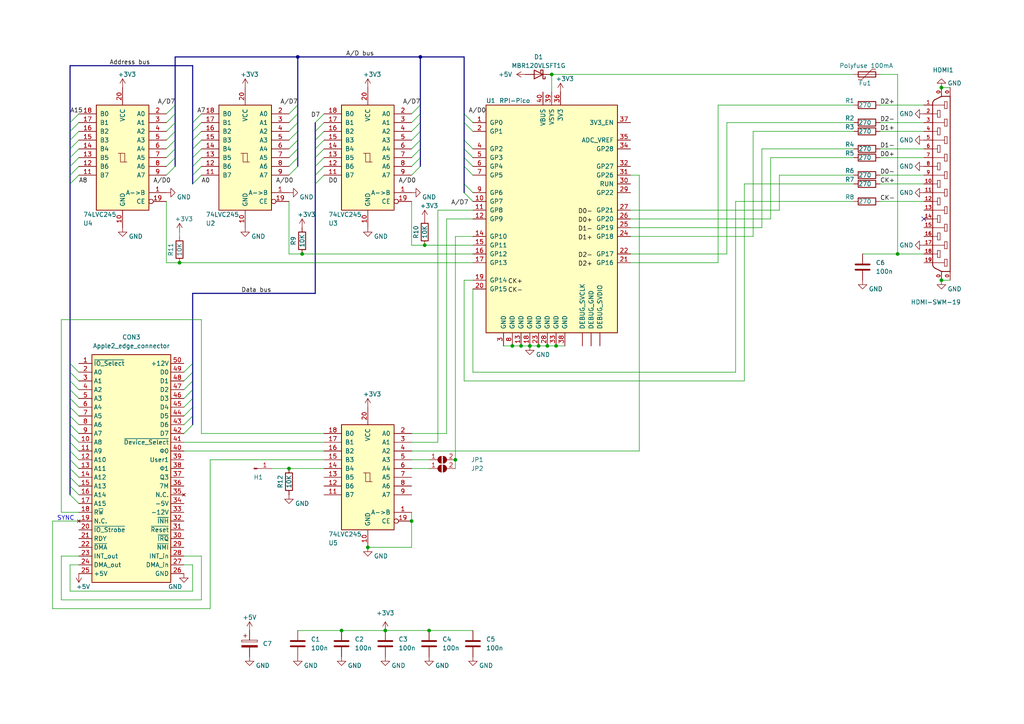
<source format=kicad_sch>
(kicad_sch (version 20230121) (generator eeschema)

  (uuid 4c6c2bca-2dd1-4d7b-a3c3-50b1d850646e)

  (paper "A4")

  (title_block
    (title "A2DVI.v2.0")
  )

  (lib_symbols
    (symbol "74xx:74LS245" (pin_names (offset 1.016)) (in_bom yes) (on_board yes)
      (property "Reference" "U" (at -7.62 16.51 0)
        (effects (font (size 1.27 1.27)))
      )
      (property "Value" "74LS245" (at -7.62 -16.51 0)
        (effects (font (size 1.27 1.27)))
      )
      (property "Footprint" "" (at 0 0 0)
        (effects (font (size 1.27 1.27)) hide)
      )
      (property "Datasheet" "http://www.ti.com/lit/gpn/sn74LS245" (at 0 0 0)
        (effects (font (size 1.27 1.27)) hide)
      )
      (property "ki_locked" "" (at 0 0 0)
        (effects (font (size 1.27 1.27)))
      )
      (property "ki_keywords" "TTL BUS 3State" (at 0 0 0)
        (effects (font (size 1.27 1.27)) hide)
      )
      (property "ki_description" "Octal BUS Transceivers, 3-State outputs" (at 0 0 0)
        (effects (font (size 1.27 1.27)) hide)
      )
      (property "ki_fp_filters" "DIP?20*" (at 0 0 0)
        (effects (font (size 1.27 1.27)) hide)
      )
      (symbol "74LS245_1_0"
        (polyline
          (pts
            (xy -0.635 -1.27)
            (xy -0.635 1.27)
            (xy 0.635 1.27)
          )
          (stroke (width 0) (type default))
          (fill (type none))
        )
        (polyline
          (pts
            (xy -1.27 -1.27)
            (xy 0.635 -1.27)
            (xy 0.635 1.27)
            (xy 1.27 1.27)
          )
          (stroke (width 0) (type default))
          (fill (type none))
        )
        (pin input line (at -12.7 -10.16 0) (length 5.08)
          (name "A->B" (effects (font (size 1.27 1.27))))
          (number "1" (effects (font (size 1.27 1.27))))
        )
        (pin power_in line (at 0 -20.32 90) (length 5.08)
          (name "GND" (effects (font (size 1.27 1.27))))
          (number "10" (effects (font (size 1.27 1.27))))
        )
        (pin tri_state line (at 12.7 -5.08 180) (length 5.08)
          (name "B7" (effects (font (size 1.27 1.27))))
          (number "11" (effects (font (size 1.27 1.27))))
        )
        (pin tri_state line (at 12.7 -2.54 180) (length 5.08)
          (name "B6" (effects (font (size 1.27 1.27))))
          (number "12" (effects (font (size 1.27 1.27))))
        )
        (pin tri_state line (at 12.7 0 180) (length 5.08)
          (name "B5" (effects (font (size 1.27 1.27))))
          (number "13" (effects (font (size 1.27 1.27))))
        )
        (pin tri_state line (at 12.7 2.54 180) (length 5.08)
          (name "B4" (effects (font (size 1.27 1.27))))
          (number "14" (effects (font (size 1.27 1.27))))
        )
        (pin tri_state line (at 12.7 5.08 180) (length 5.08)
          (name "B3" (effects (font (size 1.27 1.27))))
          (number "15" (effects (font (size 1.27 1.27))))
        )
        (pin tri_state line (at 12.7 7.62 180) (length 5.08)
          (name "B2" (effects (font (size 1.27 1.27))))
          (number "16" (effects (font (size 1.27 1.27))))
        )
        (pin tri_state line (at 12.7 10.16 180) (length 5.08)
          (name "B1" (effects (font (size 1.27 1.27))))
          (number "17" (effects (font (size 1.27 1.27))))
        )
        (pin tri_state line (at 12.7 12.7 180) (length 5.08)
          (name "B0" (effects (font (size 1.27 1.27))))
          (number "18" (effects (font (size 1.27 1.27))))
        )
        (pin input inverted (at -12.7 -12.7 0) (length 5.08)
          (name "CE" (effects (font (size 1.27 1.27))))
          (number "19" (effects (font (size 1.27 1.27))))
        )
        (pin tri_state line (at -12.7 12.7 0) (length 5.08)
          (name "A0" (effects (font (size 1.27 1.27))))
          (number "2" (effects (font (size 1.27 1.27))))
        )
        (pin power_in line (at 0 20.32 270) (length 5.08)
          (name "VCC" (effects (font (size 1.27 1.27))))
          (number "20" (effects (font (size 1.27 1.27))))
        )
        (pin tri_state line (at -12.7 10.16 0) (length 5.08)
          (name "A1" (effects (font (size 1.27 1.27))))
          (number "3" (effects (font (size 1.27 1.27))))
        )
        (pin tri_state line (at -12.7 7.62 0) (length 5.08)
          (name "A2" (effects (font (size 1.27 1.27))))
          (number "4" (effects (font (size 1.27 1.27))))
        )
        (pin tri_state line (at -12.7 5.08 0) (length 5.08)
          (name "A3" (effects (font (size 1.27 1.27))))
          (number "5" (effects (font (size 1.27 1.27))))
        )
        (pin tri_state line (at -12.7 2.54 0) (length 5.08)
          (name "A4" (effects (font (size 1.27 1.27))))
          (number "6" (effects (font (size 1.27 1.27))))
        )
        (pin tri_state line (at -12.7 0 0) (length 5.08)
          (name "A5" (effects (font (size 1.27 1.27))))
          (number "7" (effects (font (size 1.27 1.27))))
        )
        (pin tri_state line (at -12.7 -2.54 0) (length 5.08)
          (name "A6" (effects (font (size 1.27 1.27))))
          (number "8" (effects (font (size 1.27 1.27))))
        )
        (pin tri_state line (at -12.7 -5.08 0) (length 5.08)
          (name "A7" (effects (font (size 1.27 1.27))))
          (number "9" (effects (font (size 1.27 1.27))))
        )
      )
      (symbol "74LS245_1_1"
        (rectangle (start -7.62 15.24) (end 7.62 -15.24)
          (stroke (width 0.254) (type default))
          (fill (type background))
        )
      )
    )
    (symbol "Connector:Conn_01x01_Pin" (pin_names (offset 1.016) hide) (in_bom yes) (on_board yes)
      (property "Reference" "J" (at 0 2.54 0)
        (effects (font (size 1.27 1.27)))
      )
      (property "Value" "Conn_01x01_Pin" (at 0 -2.54 0)
        (effects (font (size 1.27 1.27)))
      )
      (property "Footprint" "" (at 0 0 0)
        (effects (font (size 1.27 1.27)) hide)
      )
      (property "Datasheet" "~" (at 0 0 0)
        (effects (font (size 1.27 1.27)) hide)
      )
      (property "ki_locked" "" (at 0 0 0)
        (effects (font (size 1.27 1.27)))
      )
      (property "ki_keywords" "connector" (at 0 0 0)
        (effects (font (size 1.27 1.27)) hide)
      )
      (property "ki_description" "Generic connector, single row, 01x01, script generated" (at 0 0 0)
        (effects (font (size 1.27 1.27)) hide)
      )
      (property "ki_fp_filters" "Connector*:*_1x??_*" (at 0 0 0)
        (effects (font (size 1.27 1.27)) hide)
      )
      (symbol "Conn_01x01_Pin_1_1"
        (polyline
          (pts
            (xy 1.27 0)
            (xy 0.8636 0)
          )
          (stroke (width 0.1524) (type default))
          (fill (type none))
        )
        (rectangle (start 0.8636 0.127) (end 0 -0.127)
          (stroke (width 0.1524) (type default))
          (fill (type outline))
        )
        (pin passive line (at 5.08 0 180) (length 3.81)
          (name "Pin_1" (effects (font (size 1.27 1.27))))
          (number "1" (effects (font (size 1.27 1.27))))
        )
      )
    )
    (symbol "Device:C" (pin_numbers hide) (pin_names (offset 0.254)) (in_bom yes) (on_board yes)
      (property "Reference" "C" (at 0.635 2.54 0)
        (effects (font (size 1.27 1.27)) (justify left))
      )
      (property "Value" "C" (at 0.635 -2.54 0)
        (effects (font (size 1.27 1.27)) (justify left))
      )
      (property "Footprint" "" (at 0.9652 -3.81 0)
        (effects (font (size 1.27 1.27)) hide)
      )
      (property "Datasheet" "~" (at 0 0 0)
        (effects (font (size 1.27 1.27)) hide)
      )
      (property "ki_keywords" "cap capacitor" (at 0 0 0)
        (effects (font (size 1.27 1.27)) hide)
      )
      (property "ki_description" "Unpolarized capacitor" (at 0 0 0)
        (effects (font (size 1.27 1.27)) hide)
      )
      (property "ki_fp_filters" "C_*" (at 0 0 0)
        (effects (font (size 1.27 1.27)) hide)
      )
      (symbol "C_0_1"
        (polyline
          (pts
            (xy -2.032 -0.762)
            (xy 2.032 -0.762)
          )
          (stroke (width 0.508) (type default))
          (fill (type none))
        )
        (polyline
          (pts
            (xy -2.032 0.762)
            (xy 2.032 0.762)
          )
          (stroke (width 0.508) (type default))
          (fill (type none))
        )
      )
      (symbol "C_1_1"
        (pin passive line (at 0 3.81 270) (length 2.794)
          (name "~" (effects (font (size 1.27 1.27))))
          (number "1" (effects (font (size 1.27 1.27))))
        )
        (pin passive line (at 0 -3.81 90) (length 2.794)
          (name "~" (effects (font (size 1.27 1.27))))
          (number "2" (effects (font (size 1.27 1.27))))
        )
      )
    )
    (symbol "Device:C_Polarized" (pin_numbers hide) (pin_names (offset 0.254)) (in_bom yes) (on_board yes)
      (property "Reference" "C" (at 0.635 2.54 0)
        (effects (font (size 1.27 1.27)) (justify left))
      )
      (property "Value" "C_Polarized" (at 0.635 -2.54 0)
        (effects (font (size 1.27 1.27)) (justify left))
      )
      (property "Footprint" "" (at 0.9652 -3.81 0)
        (effects (font (size 1.27 1.27)) hide)
      )
      (property "Datasheet" "~" (at 0 0 0)
        (effects (font (size 1.27 1.27)) hide)
      )
      (property "ki_keywords" "cap capacitor" (at 0 0 0)
        (effects (font (size 1.27 1.27)) hide)
      )
      (property "ki_description" "Polarized capacitor" (at 0 0 0)
        (effects (font (size 1.27 1.27)) hide)
      )
      (property "ki_fp_filters" "CP_*" (at 0 0 0)
        (effects (font (size 1.27 1.27)) hide)
      )
      (symbol "C_Polarized_0_1"
        (rectangle (start -2.286 0.508) (end 2.286 1.016)
          (stroke (width 0) (type default))
          (fill (type none))
        )
        (polyline
          (pts
            (xy -1.778 2.286)
            (xy -0.762 2.286)
          )
          (stroke (width 0) (type default))
          (fill (type none))
        )
        (polyline
          (pts
            (xy -1.27 2.794)
            (xy -1.27 1.778)
          )
          (stroke (width 0) (type default))
          (fill (type none))
        )
        (rectangle (start 2.286 -0.508) (end -2.286 -1.016)
          (stroke (width 0) (type default))
          (fill (type outline))
        )
      )
      (symbol "C_Polarized_1_1"
        (pin passive line (at 0 3.81 270) (length 2.794)
          (name "~" (effects (font (size 1.27 1.27))))
          (number "1" (effects (font (size 1.27 1.27))))
        )
        (pin passive line (at 0 -3.81 90) (length 2.794)
          (name "~" (effects (font (size 1.27 1.27))))
          (number "2" (effects (font (size 1.27 1.27))))
        )
      )
    )
    (symbol "Device:Polyfuse" (pin_numbers hide) (pin_names (offset 0)) (in_bom yes) (on_board yes)
      (property "Reference" "F" (at -2.54 0 90)
        (effects (font (size 1.27 1.27)))
      )
      (property "Value" "Polyfuse" (at 2.54 0 90)
        (effects (font (size 1.27 1.27)))
      )
      (property "Footprint" "" (at 1.27 -5.08 0)
        (effects (font (size 1.27 1.27)) (justify left) hide)
      )
      (property "Datasheet" "~" (at 0 0 0)
        (effects (font (size 1.27 1.27)) hide)
      )
      (property "ki_keywords" "resettable fuse PTC PPTC polyfuse polyswitch" (at 0 0 0)
        (effects (font (size 1.27 1.27)) hide)
      )
      (property "ki_description" "Resettable fuse, polymeric positive temperature coefficient" (at 0 0 0)
        (effects (font (size 1.27 1.27)) hide)
      )
      (property "ki_fp_filters" "*polyfuse* *PTC*" (at 0 0 0)
        (effects (font (size 1.27 1.27)) hide)
      )
      (symbol "Polyfuse_0_1"
        (rectangle (start -0.762 2.54) (end 0.762 -2.54)
          (stroke (width 0.254) (type default))
          (fill (type none))
        )
        (polyline
          (pts
            (xy 0 2.54)
            (xy 0 -2.54)
          )
          (stroke (width 0) (type default))
          (fill (type none))
        )
        (polyline
          (pts
            (xy -1.524 2.54)
            (xy -1.524 1.524)
            (xy 1.524 -1.524)
            (xy 1.524 -2.54)
          )
          (stroke (width 0) (type default))
          (fill (type none))
        )
      )
      (symbol "Polyfuse_1_1"
        (pin passive line (at 0 3.81 270) (length 1.27)
          (name "~" (effects (font (size 1.27 1.27))))
          (number "1" (effects (font (size 1.27 1.27))))
        )
        (pin passive line (at 0 -3.81 90) (length 1.27)
          (name "~" (effects (font (size 1.27 1.27))))
          (number "2" (effects (font (size 1.27 1.27))))
        )
      )
    )
    (symbol "Device:R" (pin_numbers hide) (pin_names (offset 0)) (in_bom yes) (on_board yes)
      (property "Reference" "R" (at 2.032 0 90)
        (effects (font (size 1.27 1.27)))
      )
      (property "Value" "R" (at 0 0 90)
        (effects (font (size 1.27 1.27)))
      )
      (property "Footprint" "" (at -1.778 0 90)
        (effects (font (size 1.27 1.27)) hide)
      )
      (property "Datasheet" "~" (at 0 0 0)
        (effects (font (size 1.27 1.27)) hide)
      )
      (property "ki_keywords" "R res resistor" (at 0 0 0)
        (effects (font (size 1.27 1.27)) hide)
      )
      (property "ki_description" "Resistor" (at 0 0 0)
        (effects (font (size 1.27 1.27)) hide)
      )
      (property "ki_fp_filters" "R_*" (at 0 0 0)
        (effects (font (size 1.27 1.27)) hide)
      )
      (symbol "R_0_1"
        (rectangle (start -1.016 -2.54) (end 1.016 2.54)
          (stroke (width 0.254) (type default))
          (fill (type none))
        )
      )
      (symbol "R_1_1"
        (pin passive line (at 0 3.81 270) (length 1.27)
          (name "~" (effects (font (size 1.27 1.27))))
          (number "1" (effects (font (size 1.27 1.27))))
        )
        (pin passive line (at 0 -3.81 90) (length 1.27)
          (name "~" (effects (font (size 1.27 1.27))))
          (number "2" (effects (font (size 1.27 1.27))))
        )
      )
    )
    (symbol "Diode:1N6857" (pin_numbers hide) (pin_names (offset 1.016) hide) (in_bom yes) (on_board yes)
      (property "Reference" "D" (at 0 2.54 0)
        (effects (font (size 1.27 1.27)))
      )
      (property "Value" "1N6857" (at 0 -2.54 0)
        (effects (font (size 1.27 1.27)))
      )
      (property "Footprint" "Diode_THT:D_DO-35_SOD27_P7.62mm_Horizontal" (at 0 -4.445 0)
        (effects (font (size 1.27 1.27)) hide)
      )
      (property "Datasheet" "https://www.microsemi.com/document-portal/doc_download/8865-lds-0040-datasheet" (at 0 0 0)
        (effects (font (size 1.27 1.27)) hide)
      )
      (property "ki_keywords" "diode Schottky" (at 0 0 0)
        (effects (font (size 1.27 1.27)) hide)
      )
      (property "ki_description" "20V 150mA Schottky diode, DO-35" (at 0 0 0)
        (effects (font (size 1.27 1.27)) hide)
      )
      (property "ki_fp_filters" "D*DO?35*" (at 0 0 0)
        (effects (font (size 1.27 1.27)) hide)
      )
      (symbol "1N6857_0_1"
        (polyline
          (pts
            (xy 1.27 0)
            (xy -1.27 0)
          )
          (stroke (width 0) (type default))
          (fill (type none))
        )
        (polyline
          (pts
            (xy 1.27 1.27)
            (xy 1.27 -1.27)
            (xy -1.27 0)
            (xy 1.27 1.27)
          )
          (stroke (width 0.254) (type default))
          (fill (type none))
        )
        (polyline
          (pts
            (xy -1.905 0.635)
            (xy -1.905 1.27)
            (xy -1.27 1.27)
            (xy -1.27 -1.27)
            (xy -0.635 -1.27)
            (xy -0.635 -0.635)
          )
          (stroke (width 0.254) (type default))
          (fill (type none))
        )
      )
      (symbol "1N6857_1_1"
        (pin passive line (at -3.81 0 0) (length 2.54)
          (name "K" (effects (font (size 1.27 1.27))))
          (number "1" (effects (font (size 1.27 1.27))))
        )
        (pin passive line (at 3.81 0 180) (length 2.54)
          (name "A" (effects (font (size 1.27 1.27))))
          (number "2" (effects (font (size 1.27 1.27))))
        )
      )
    )
    (symbol "Jumper:SolderJumper_2_Open" (pin_names (offset 0) hide) (in_bom yes) (on_board yes)
      (property "Reference" "JP" (at 0 2.032 0)
        (effects (font (size 1.27 1.27)))
      )
      (property "Value" "SolderJumper_2_Open" (at 0 -2.54 0)
        (effects (font (size 1.27 1.27)))
      )
      (property "Footprint" "" (at 0 0 0)
        (effects (font (size 1.27 1.27)) hide)
      )
      (property "Datasheet" "~" (at 0 0 0)
        (effects (font (size 1.27 1.27)) hide)
      )
      (property "ki_keywords" "solder jumper SPST" (at 0 0 0)
        (effects (font (size 1.27 1.27)) hide)
      )
      (property "ki_description" "Solder Jumper, 2-pole, open" (at 0 0 0)
        (effects (font (size 1.27 1.27)) hide)
      )
      (property "ki_fp_filters" "SolderJumper*Open*" (at 0 0 0)
        (effects (font (size 1.27 1.27)) hide)
      )
      (symbol "SolderJumper_2_Open_0_1"
        (arc (start -0.254 1.016) (mid -1.2656 0) (end -0.254 -1.016)
          (stroke (width 0) (type default))
          (fill (type none))
        )
        (arc (start -0.254 1.016) (mid -1.2656 0) (end -0.254 -1.016)
          (stroke (width 0) (type default))
          (fill (type outline))
        )
        (polyline
          (pts
            (xy -0.254 1.016)
            (xy -0.254 -1.016)
          )
          (stroke (width 0) (type default))
          (fill (type none))
        )
        (polyline
          (pts
            (xy 0.254 1.016)
            (xy 0.254 -1.016)
          )
          (stroke (width 0) (type default))
          (fill (type none))
        )
        (arc (start 0.254 -1.016) (mid 1.2656 0) (end 0.254 1.016)
          (stroke (width 0) (type default))
          (fill (type none))
        )
        (arc (start 0.254 -1.016) (mid 1.2656 0) (end 0.254 1.016)
          (stroke (width 0) (type default))
          (fill (type outline))
        )
      )
      (symbol "SolderJumper_2_Open_1_1"
        (pin passive line (at -3.81 0 0) (length 2.54)
          (name "A" (effects (font (size 1.27 1.27))))
          (number "1" (effects (font (size 1.27 1.27))))
        )
        (pin passive line (at 3.81 0 180) (length 2.54)
          (name "B" (effects (font (size 1.27 1.27))))
          (number "2" (effects (font (size 1.27 1.27))))
        )
      )
    )
    (symbol "MCU_Microchip_PIC16:RPI-Pico" (pin_names (offset 1.016)) (in_bom yes) (on_board yes)
      (property "Reference" "U" (at 6.35 35.56 0)
        (effects (font (size 1.27 1.27)) (justify left))
      )
      (property "Value" "RPI-Pico" (at 6.35 33.02 0)
        (effects (font (size 1.27 1.27)) (justify left))
      )
      (property "Footprint" "" (at 0 0 0)
        (effects (font (size 1.27 1.27) italic) hide)
      )
      (property "Datasheet" "RPI-Pico" (at 0 0 0)
        (effects (font (size 1.27 1.27)) hide)
      )
      (property "ki_keywords" "Flash-Based 8-Bit Microcontroller" (at 0 0 0)
        (effects (font (size 1.27 1.27)) hide)
      )
      (property "ki_description" "4K Flash, 192B SRAM, ADC, PWM, DIP40" (at 0 0 0)
        (effects (font (size 1.27 1.27)) hide)
      )
      (property "ki_fp_filters" "DIP* PDIP*" (at 0 0 0)
        (effects (font (size 1.27 1.27)) hide)
      )
      (symbol "RPI-Pico_0_1"
        (rectangle (start -19.05 -34.29) (end 19.05 31.75)
          (stroke (width 0.254) (type default))
          (fill (type background))
        )
      )
      (symbol "RPI-Pico_1_1"
        (pin power_in line (at 11.43 -38.1 90) (length 3.81)
          (name "DEBUG_GND" (effects (font (size 1.27 1.27))))
          (number "" (effects (font (size 1.27 1.27))))
        )
        (pin bidirectional line (at 8.89 -38.1 90) (length 3.81)
          (name "DEBUG_SVCLK" (effects (font (size 1.27 1.27))))
          (number "" (effects (font (size 1.27 1.27))))
        )
        (pin bidirectional line (at 13.97 -38.1 90) (length 3.81)
          (name "DEBUG_SVDIO" (effects (font (size 1.27 1.27))))
          (number "" (effects (font (size 1.27 1.27))))
        )
        (pin bidirectional line (at -22.86 26.67 0) (length 3.81)
          (name "GP0" (effects (font (size 1.27 1.27))))
          (number "1" (effects (font (size 1.27 1.27))))
        )
        (pin bidirectional line (at -22.86 3.81 0) (length 3.81)
          (name "GP7" (effects (font (size 1.27 1.27))))
          (number "10" (effects (font (size 1.27 1.27))))
        )
        (pin bidirectional line (at -22.86 1.27 0) (length 3.81)
          (name "GP8" (effects (font (size 1.27 1.27))))
          (number "11" (effects (font (size 1.27 1.27))))
        )
        (pin bidirectional line (at -22.86 -1.27 0) (length 3.81)
          (name "GP9" (effects (font (size 1.27 1.27))))
          (number "12" (effects (font (size 1.27 1.27))))
        )
        (pin power_in line (at -8.89 -38.1 90) (length 3.81)
          (name "GND" (effects (font (size 1.27 1.27))))
          (number "13" (effects (font (size 1.27 1.27))))
        )
        (pin bidirectional line (at -22.86 -6.35 0) (length 3.81)
          (name "GP10" (effects (font (size 1.27 1.27))))
          (number "14" (effects (font (size 1.27 1.27))))
        )
        (pin bidirectional line (at -22.86 -8.89 0) (length 3.81)
          (name "GP11" (effects (font (size 1.27 1.27))))
          (number "15" (effects (font (size 1.27 1.27))))
        )
        (pin bidirectional line (at -22.86 -11.43 0) (length 3.81)
          (name "GP12" (effects (font (size 1.27 1.27))))
          (number "16" (effects (font (size 1.27 1.27))))
        )
        (pin bidirectional line (at -22.86 -13.97 0) (length 3.81)
          (name "GP13" (effects (font (size 1.27 1.27))))
          (number "17" (effects (font (size 1.27 1.27))))
        )
        (pin power_in line (at -6.35 -38.1 90) (length 3.81)
          (name "GND" (effects (font (size 1.27 1.27))))
          (number "18" (effects (font (size 1.27 1.27))))
        )
        (pin bidirectional line (at -22.86 -19.05 0) (length 3.81)
          (name "GP14" (effects (font (size 1.27 1.27))))
          (number "19" (effects (font (size 1.27 1.27))))
        )
        (pin bidirectional line (at -22.86 24.13 0) (length 3.81)
          (name "GP1" (effects (font (size 1.27 1.27))))
          (number "2" (effects (font (size 1.27 1.27))))
        )
        (pin bidirectional line (at -22.86 -21.59 0) (length 3.81)
          (name "GP15" (effects (font (size 1.27 1.27))))
          (number "20" (effects (font (size 1.27 1.27))))
        )
        (pin bidirectional line (at 22.86 -13.97 180) (length 3.81)
          (name "GP16" (effects (font (size 1.27 1.27))))
          (number "21" (effects (font (size 1.27 1.27))))
        )
        (pin bidirectional line (at 22.86 -11.43 180) (length 3.81)
          (name "GP17" (effects (font (size 1.27 1.27))))
          (number "22" (effects (font (size 1.27 1.27))))
        )
        (pin power_in line (at -3.81 -38.1 90) (length 3.81)
          (name "GND" (effects (font (size 1.27 1.27))))
          (number "23" (effects (font (size 1.27 1.27))))
        )
        (pin bidirectional line (at 22.86 -6.35 180) (length 3.81)
          (name "GP18" (effects (font (size 1.27 1.27))))
          (number "24" (effects (font (size 1.27 1.27))))
        )
        (pin bidirectional line (at 22.86 -3.81 180) (length 3.81)
          (name "GP19" (effects (font (size 1.27 1.27))))
          (number "25" (effects (font (size 1.27 1.27))))
        )
        (pin bidirectional line (at 22.86 -1.27 180) (length 3.81)
          (name "GP20" (effects (font (size 1.27 1.27))))
          (number "26" (effects (font (size 1.27 1.27))))
        )
        (pin bidirectional line (at 22.86 1.27 180) (length 3.81)
          (name "GP21" (effects (font (size 1.27 1.27))))
          (number "27" (effects (font (size 1.27 1.27))))
        )
        (pin power_in line (at -1.27 -38.1 90) (length 3.81)
          (name "GND" (effects (font (size 1.27 1.27))))
          (number "28" (effects (font (size 1.27 1.27))))
        )
        (pin bidirectional line (at 22.86 6.35 180) (length 3.81)
          (name "GP22" (effects (font (size 1.27 1.27))))
          (number "29" (effects (font (size 1.27 1.27))))
        )
        (pin power_in line (at -13.97 -38.1 90) (length 3.81)
          (name "GND" (effects (font (size 1.27 1.27))))
          (number "3" (effects (font (size 1.27 1.27))))
        )
        (pin bidirectional line (at 22.86 8.89 180) (length 3.81)
          (name "RUN" (effects (font (size 1.27 1.27))))
          (number "30" (effects (font (size 1.27 1.27))))
        )
        (pin bidirectional line (at 22.86 11.43 180) (length 3.81)
          (name "GP26" (effects (font (size 1.27 1.27))))
          (number "31" (effects (font (size 1.27 1.27))))
        )
        (pin bidirectional line (at 22.86 13.97 180) (length 3.81)
          (name "GP27" (effects (font (size 1.27 1.27))))
          (number "32" (effects (font (size 1.27 1.27))))
        )
        (pin power_in line (at 1.27 -38.1 90) (length 3.81)
          (name "GND" (effects (font (size 1.27 1.27))))
          (number "33" (effects (font (size 1.27 1.27))))
        )
        (pin bidirectional line (at 22.86 19.05 180) (length 3.81)
          (name "GP28" (effects (font (size 1.27 1.27))))
          (number "34" (effects (font (size 1.27 1.27))))
        )
        (pin bidirectional line (at 22.86 21.59 180) (length 3.81)
          (name "ADC_VREF" (effects (font (size 1.27 1.27))))
          (number "35" (effects (font (size 1.27 1.27))))
        )
        (pin power_in line (at 2.54 35.56 270) (length 3.81)
          (name "3V3" (effects (font (size 1.27 1.27))))
          (number "36" (effects (font (size 1.27 1.27))))
        )
        (pin bidirectional line (at 22.86 26.67 180) (length 3.81)
          (name "3V3_EN" (effects (font (size 1.27 1.27))))
          (number "37" (effects (font (size 1.27 1.27))))
        )
        (pin power_in line (at 3.81 -38.1 90) (length 3.81)
          (name "GND" (effects (font (size 1.27 1.27))))
          (number "38" (effects (font (size 1.27 1.27))))
        )
        (pin power_in line (at 0 35.56 270) (length 3.81)
          (name "VSYS" (effects (font (size 1.27 1.27))))
          (number "39" (effects (font (size 1.27 1.27))))
        )
        (pin bidirectional line (at -22.86 19.05 0) (length 3.81)
          (name "GP2" (effects (font (size 1.27 1.27))))
          (number "4" (effects (font (size 1.27 1.27))))
        )
        (pin power_in line (at -2.54 35.56 270) (length 3.81)
          (name "VBUS" (effects (font (size 1.27 1.27))))
          (number "40" (effects (font (size 1.27 1.27))))
        )
        (pin bidirectional line (at -22.86 16.51 0) (length 3.81)
          (name "GP3" (effects (font (size 1.27 1.27))))
          (number "5" (effects (font (size 1.27 1.27))))
        )
        (pin bidirectional line (at -22.86 13.97 0) (length 3.81)
          (name "GP4" (effects (font (size 1.27 1.27))))
          (number "6" (effects (font (size 1.27 1.27))))
        )
        (pin bidirectional line (at -22.86 11.43 0) (length 3.81)
          (name "GP5" (effects (font (size 1.27 1.27))))
          (number "7" (effects (font (size 1.27 1.27))))
        )
        (pin power_in line (at -11.43 -38.1 90) (length 3.81)
          (name "GND" (effects (font (size 1.27 1.27))))
          (number "8" (effects (font (size 1.27 1.27))))
        )
        (pin bidirectional line (at -22.86 6.35 0) (length 3.81)
          (name "GP6" (effects (font (size 1.27 1.27))))
          (number "9" (effects (font (size 1.27 1.27))))
        )
      )
    )
    (symbol "Neo6502_Rev_B:GND" (power) (pin_names (offset 0)) (in_bom yes) (on_board yes)
      (property "Reference" "#PWR" (at 0 -6.35 0)
        (effects (font (size 1.27 1.27)) hide)
      )
      (property "Value" "GND" (at 0 -3.81 0)
        (effects (font (size 1.27 1.27)))
      )
      (property "Footprint" "" (at 0 0 0)
        (effects (font (size 1.524 1.524)))
      )
      (property "Datasheet" "" (at 0 0 0)
        (effects (font (size 1.524 1.524)))
      )
      (symbol "GND_0_1"
        (polyline
          (pts
            (xy 0 0)
            (xy 0 -1.27)
            (xy 1.27 -1.27)
            (xy 0 -2.54)
            (xy -1.27 -1.27)
            (xy 0 -1.27)
          )
          (stroke (width 0) (type solid))
          (fill (type none))
        )
      )
      (symbol "GND_1_1"
        (pin power_in line (at 0 0 270) (length 0) hide
          (name "GND" (effects (font (size 1.27 1.27))))
          (number "1" (effects (font (size 1.27 1.27))))
        )
      )
    )
    (symbol "Neo6502_Rev_B:HDMI-SWM-19" (pin_names (offset 1.016) hide) (in_bom yes) (on_board yes)
      (property "Reference" "HDMI" (at 2.54 25.4 0)
        (effects (font (size 1.27 1.27)) (justify left bottom))
      )
      (property "Value" "HDMI-SWM-19" (at 2.54 -27.94 0)
        (effects (font (size 1.27 1.27)) (justify left bottom))
      )
      (property "Footprint" "" (at 0.762 3.81 0)
        (effects (font (size 0.508 0.508)) hide)
      )
      (property "Datasheet" "" (at 0 0 0)
        (effects (font (size 1.524 1.524)))
      )
      (property "ki_fp_filters" "*HDMI-MC34931* *HDMI-SWM-19*" (at 0 0 0)
        (effects (font (size 1.27 1.27)) hide)
      )
      (symbol "HDMI-SWM-19_1_0"
        (polyline
          (pts
            (xy -2.54 -25.4)
            (xy -0.2794 -25.4)
          )
          (stroke (width 0.254) (type solid))
          (fill (type none))
        )
        (polyline
          (pts
            (xy -2.54 25.4)
            (xy -2.54 -25.4)
          )
          (stroke (width 0.254) (type solid))
          (fill (type none))
        )
        (polyline
          (pts
            (xy -1.651 -23.876)
            (xy -1.651 -21.844)
          )
          (stroke (width 0) (type solid))
          (fill (type none))
        )
        (polyline
          (pts
            (xy -1.651 -21.844)
            (xy -0.889 -21.844)
          )
          (stroke (width 0) (type solid))
          (fill (type none))
        )
        (polyline
          (pts
            (xy -1.651 -18.796)
            (xy -1.651 -16.764)
          )
          (stroke (width 0) (type solid))
          (fill (type none))
        )
        (polyline
          (pts
            (xy -1.651 -16.764)
            (xy -0.889 -16.764)
          )
          (stroke (width 0) (type solid))
          (fill (type none))
        )
        (polyline
          (pts
            (xy -1.651 -13.716)
            (xy -1.651 -11.684)
          )
          (stroke (width 0) (type solid))
          (fill (type none))
        )
        (polyline
          (pts
            (xy -1.651 -11.684)
            (xy -0.889 -11.684)
          )
          (stroke (width 0) (type solid))
          (fill (type none))
        )
        (polyline
          (pts
            (xy -1.651 -8.636)
            (xy -1.651 -6.604)
          )
          (stroke (width 0) (type solid))
          (fill (type none))
        )
        (polyline
          (pts
            (xy -1.651 -6.604)
            (xy -0.889 -6.604)
          )
          (stroke (width 0) (type solid))
          (fill (type none))
        )
        (polyline
          (pts
            (xy -1.651 -3.556)
            (xy -1.651 -1.524)
          )
          (stroke (width 0) (type solid))
          (fill (type none))
        )
        (polyline
          (pts
            (xy -1.651 -1.524)
            (xy -0.889 -1.524)
          )
          (stroke (width 0) (type solid))
          (fill (type none))
        )
        (polyline
          (pts
            (xy -1.651 1.524)
            (xy -1.651 3.556)
          )
          (stroke (width 0) (type solid))
          (fill (type none))
        )
        (polyline
          (pts
            (xy -1.651 3.556)
            (xy -0.889 3.556)
          )
          (stroke (width 0) (type solid))
          (fill (type none))
        )
        (polyline
          (pts
            (xy -1.651 6.604)
            (xy -1.651 8.636)
          )
          (stroke (width 0) (type solid))
          (fill (type none))
        )
        (polyline
          (pts
            (xy -1.651 8.636)
            (xy -0.889 8.636)
          )
          (stroke (width 0) (type solid))
          (fill (type none))
        )
        (polyline
          (pts
            (xy -1.651 11.684)
            (xy -1.651 13.716)
          )
          (stroke (width 0) (type solid))
          (fill (type none))
        )
        (polyline
          (pts
            (xy -1.651 13.716)
            (xy -0.889 13.716)
          )
          (stroke (width 0) (type solid))
          (fill (type none))
        )
        (polyline
          (pts
            (xy -1.651 16.764)
            (xy -1.651 18.796)
          )
          (stroke (width 0) (type solid))
          (fill (type none))
        )
        (polyline
          (pts
            (xy -1.651 18.796)
            (xy -0.889 18.796)
          )
          (stroke (width 0) (type solid))
          (fill (type none))
        )
        (polyline
          (pts
            (xy -1.651 21.844)
            (xy -1.651 23.876)
          )
          (stroke (width 0) (type solid))
          (fill (type none))
        )
        (polyline
          (pts
            (xy -1.651 23.876)
            (xy -0.889 23.876)
          )
          (stroke (width 0) (type solid))
          (fill (type none))
        )
        (polyline
          (pts
            (xy -0.889 -23.876)
            (xy -1.651 -23.876)
          )
          (stroke (width 0) (type solid))
          (fill (type none))
        )
        (polyline
          (pts
            (xy -0.889 -22.86)
            (xy -0.889 -23.876)
          )
          (stroke (width 0) (type solid))
          (fill (type none))
        )
        (polyline
          (pts
            (xy -0.889 -21.844)
            (xy -0.889 -22.86)
          )
          (stroke (width 0) (type solid))
          (fill (type none))
        )
        (polyline
          (pts
            (xy -0.889 -18.796)
            (xy -1.651 -18.796)
          )
          (stroke (width 0) (type solid))
          (fill (type none))
        )
        (polyline
          (pts
            (xy -0.889 -17.78)
            (xy -0.889 -18.796)
          )
          (stroke (width 0) (type solid))
          (fill (type none))
        )
        (polyline
          (pts
            (xy -0.889 -16.764)
            (xy -0.889 -17.78)
          )
          (stroke (width 0) (type solid))
          (fill (type none))
        )
        (polyline
          (pts
            (xy -0.889 -13.716)
            (xy -1.651 -13.716)
          )
          (stroke (width 0) (type solid))
          (fill (type none))
        )
        (polyline
          (pts
            (xy -0.889 -12.7)
            (xy -0.889 -13.716)
          )
          (stroke (width 0) (type solid))
          (fill (type none))
        )
        (polyline
          (pts
            (xy -0.889 -11.684)
            (xy -0.889 -12.7)
          )
          (stroke (width 0) (type solid))
          (fill (type none))
        )
        (polyline
          (pts
            (xy -0.889 -8.636)
            (xy -1.651 -8.636)
          )
          (stroke (width 0) (type solid))
          (fill (type none))
        )
        (polyline
          (pts
            (xy -0.889 -7.62)
            (xy -0.889 -8.636)
          )
          (stroke (width 0) (type solid))
          (fill (type none))
        )
        (polyline
          (pts
            (xy -0.889 -6.604)
            (xy -0.889 -7.62)
          )
          (stroke (width 0) (type solid))
          (fill (type none))
        )
        (polyline
          (pts
            (xy -0.889 -3.556)
            (xy -1.651 -3.556)
          )
          (stroke (width 0) (type solid))
          (fill (type none))
        )
        (polyline
          (pts
            (xy -0.889 -2.54)
            (xy -0.889 -3.556)
          )
          (stroke (width 0) (type solid))
          (fill (type none))
        )
        (polyline
          (pts
            (xy -0.889 -1.524)
            (xy -0.889 -2.54)
          )
          (stroke (width 0) (type solid))
          (fill (type none))
        )
        (polyline
          (pts
            (xy -0.889 1.524)
            (xy -1.651 1.524)
          )
          (stroke (width 0) (type solid))
          (fill (type none))
        )
        (polyline
          (pts
            (xy -0.889 2.54)
            (xy -0.889 1.524)
          )
          (stroke (width 0) (type solid))
          (fill (type none))
        )
        (polyline
          (pts
            (xy -0.889 3.556)
            (xy -0.889 2.54)
          )
          (stroke (width 0) (type solid))
          (fill (type none))
        )
        (polyline
          (pts
            (xy -0.889 6.604)
            (xy -1.651 6.604)
          )
          (stroke (width 0) (type solid))
          (fill (type none))
        )
        (polyline
          (pts
            (xy -0.889 7.62)
            (xy -0.889 6.604)
          )
          (stroke (width 0) (type solid))
          (fill (type none))
        )
        (polyline
          (pts
            (xy -0.889 8.636)
            (xy -0.889 7.62)
          )
          (stroke (width 0) (type solid))
          (fill (type none))
        )
        (polyline
          (pts
            (xy -0.889 11.684)
            (xy -1.651 11.684)
          )
          (stroke (width 0) (type solid))
          (fill (type none))
        )
        (polyline
          (pts
            (xy -0.889 12.7)
            (xy -0.889 11.684)
          )
          (stroke (width 0) (type solid))
          (fill (type none))
        )
        (polyline
          (pts
            (xy -0.889 13.716)
            (xy -0.889 12.7)
          )
          (stroke (width 0) (type solid))
          (fill (type none))
        )
        (polyline
          (pts
            (xy -0.889 16.764)
            (xy -1.651 16.764)
          )
          (stroke (width 0) (type solid))
          (fill (type none))
        )
        (polyline
          (pts
            (xy -0.889 17.78)
            (xy -0.889 16.764)
          )
          (stroke (width 0) (type solid))
          (fill (type none))
        )
        (polyline
          (pts
            (xy -0.889 18.796)
            (xy -0.889 17.78)
          )
          (stroke (width 0) (type solid))
          (fill (type none))
        )
        (polyline
          (pts
            (xy -0.889 21.844)
            (xy -1.651 21.844)
          )
          (stroke (width 0) (type solid))
          (fill (type none))
        )
        (polyline
          (pts
            (xy -0.889 22.86)
            (xy -0.889 21.844)
          )
          (stroke (width 0) (type solid))
          (fill (type none))
        )
        (polyline
          (pts
            (xy -0.889 23.876)
            (xy -0.889 22.86)
          )
          (stroke (width 0) (type solid))
          (fill (type none))
        )
        (polyline
          (pts
            (xy -0.2794 25.4)
            (xy -2.54 25.4)
          )
          (stroke (width 0.254) (type solid))
          (fill (type none))
        )
        (polyline
          (pts
            (xy 0.254 -25.2476)
            (xy 1.8288 -24.4602)
          )
          (stroke (width 0.254) (type solid))
          (fill (type none))
        )
        (polyline
          (pts
            (xy 0.381 -21.336)
            (xy 0.381 -19.304)
          )
          (stroke (width 0) (type solid))
          (fill (type none))
        )
        (polyline
          (pts
            (xy 0.381 -19.304)
            (xy 1.143 -19.304)
          )
          (stroke (width 0) (type solid))
          (fill (type none))
        )
        (polyline
          (pts
            (xy 0.381 -16.256)
            (xy 0.381 -14.224)
          )
          (stroke (width 0) (type solid))
          (fill (type none))
        )
        (polyline
          (pts
            (xy 0.381 -14.224)
            (xy 1.143 -14.224)
          )
          (stroke (width 0) (type solid))
          (fill (type none))
        )
        (polyline
          (pts
            (xy 0.381 -11.176)
            (xy 0.381 -9.144)
          )
          (stroke (width 0) (type solid))
          (fill (type none))
        )
        (polyline
          (pts
            (xy 0.381 -9.144)
            (xy 1.143 -9.144)
          )
          (stroke (width 0) (type solid))
          (fill (type none))
        )
        (polyline
          (pts
            (xy 0.381 -6.096)
            (xy 0.381 -4.064)
          )
          (stroke (width 0) (type solid))
          (fill (type none))
        )
        (polyline
          (pts
            (xy 0.381 -4.064)
            (xy 1.143 -4.064)
          )
          (stroke (width 0) (type solid))
          (fill (type none))
        )
        (polyline
          (pts
            (xy 0.381 -1.016)
            (xy 0.381 1.016)
          )
          (stroke (width 0) (type solid))
          (fill (type none))
        )
        (polyline
          (pts
            (xy 0.381 1.016)
            (xy 1.143 1.016)
          )
          (stroke (width 0) (type solid))
          (fill (type none))
        )
        (polyline
          (pts
            (xy 0.381 4.064)
            (xy 0.381 6.096)
          )
          (stroke (width 0) (type solid))
          (fill (type none))
        )
        (polyline
          (pts
            (xy 0.381 6.096)
            (xy 1.143 6.096)
          )
          (stroke (width 0) (type solid))
          (fill (type none))
        )
        (polyline
          (pts
            (xy 0.381 9.144)
            (xy 0.381 11.176)
          )
          (stroke (width 0) (type solid))
          (fill (type none))
        )
        (polyline
          (pts
            (xy 0.381 11.176)
            (xy 1.143 11.176)
          )
          (stroke (width 0) (type solid))
          (fill (type none))
        )
        (polyline
          (pts
            (xy 0.381 14.224)
            (xy 0.381 16.256)
          )
          (stroke (width 0) (type solid))
          (fill (type none))
        )
        (polyline
          (pts
            (xy 0.381 16.256)
            (xy 1.143 16.256)
          )
          (stroke (width 0) (type solid))
          (fill (type none))
        )
        (polyline
          (pts
            (xy 0.381 19.304)
            (xy 0.381 21.336)
          )
          (stroke (width 0) (type solid))
          (fill (type none))
        )
        (polyline
          (pts
            (xy 0.381 21.336)
            (xy 1.143 21.336)
          )
          (stroke (width 0) (type solid))
          (fill (type none))
        )
        (polyline
          (pts
            (xy 1.143 -21.336)
            (xy 0.381 -21.336)
          )
          (stroke (width 0) (type solid))
          (fill (type none))
        )
        (polyline
          (pts
            (xy 1.143 -20.32)
            (xy 1.143 -21.336)
          )
          (stroke (width 0) (type solid))
          (fill (type none))
        )
        (polyline
          (pts
            (xy 1.143 -19.304)
            (xy 1.143 -20.32)
          )
          (stroke (width 0) (type solid))
          (fill (type none))
        )
        (polyline
          (pts
            (xy 1.143 -16.256)
            (xy 0.381 -16.256)
          )
          (stroke (width 0) (type solid))
          (fill (type none))
        )
        (polyline
          (pts
            (xy 1.143 -15.24)
            (xy 1.143 -16.256)
          )
          (stroke (width 0) (type solid))
          (fill (type none))
        )
        (polyline
          (pts
            (xy 1.143 -14.224)
            (xy 1.143 -15.24)
          )
          (stroke (width 0) (type solid))
          (fill (type none))
        )
        (polyline
          (pts
            (xy 1.143 -11.176)
            (xy 0.381 -11.176)
          )
          (stroke (width 0) (type solid))
          (fill (type none))
        )
        (polyline
          (pts
            (xy 1.143 -10.16)
            (xy 1.143 -11.176)
          )
          (stroke (width 0) (type solid))
          (fill (type none))
        )
        (polyline
          (pts
            (xy 1.143 -9.144)
            (xy 1.143 -10.16)
          )
          (stroke (width 0) (type solid))
          (fill (type none))
        )
        (polyline
          (pts
            (xy 1.143 -6.096)
            (xy 0.381 -6.096)
          )
          (stroke (width 0) (type solid))
          (fill (type none))
        )
        (polyline
          (pts
            (xy 1.143 -5.08)
            (xy 1.143 -6.096)
          )
          (stroke (width 0) (type solid))
          (fill (type none))
        )
        (polyline
          (pts
            (xy 1.143 -4.064)
            (xy 1.143 -5.08)
          )
          (stroke (width 0) (type solid))
          (fill (type none))
        )
        (polyline
          (pts
            (xy 1.143 -1.016)
            (xy 0.381 -1.016)
          )
          (stroke (width 0) (type solid))
          (fill (type none))
        )
        (polyline
          (pts
            (xy 1.143 0)
            (xy 1.143 -1.016)
          )
          (stroke (width 0) (type solid))
          (fill (type none))
        )
        (polyline
          (pts
            (xy 1.143 1.016)
            (xy 1.143 0)
          )
          (stroke (width 0) (type solid))
          (fill (type none))
        )
        (polyline
          (pts
            (xy 1.143 4.064)
            (xy 0.381 4.064)
          )
          (stroke (width 0) (type solid))
          (fill (type none))
        )
        (polyline
          (pts
            (xy 1.143 5.08)
            (xy 1.143 4.064)
          )
          (stroke (width 0) (type solid))
          (fill (type none))
        )
        (polyline
          (pts
            (xy 1.143 6.096)
            (xy 1.143 5.08)
          )
          (stroke (width 0) (type solid))
          (fill (type none))
        )
        (polyline
          (pts
            (xy 1.143 9.144)
            (xy 0.381 9.144)
          )
          (stroke (width 0) (type solid))
          (fill (type none))
        )
        (polyline
          (pts
            (xy 1.143 10.16)
            (xy 1.143 9.144)
          )
          (stroke (width 0) (type solid))
          (fill (type none))
        )
        (polyline
          (pts
            (xy 1.143 11.176)
            (xy 1.143 10.16)
          )
          (stroke (width 0) (type solid))
          (fill (type none))
        )
        (polyline
          (pts
            (xy 1.143 14.224)
            (xy 0.381 14.224)
          )
          (stroke (width 0) (type solid))
          (fill (type none))
        )
        (polyline
          (pts
            (xy 1.143 15.24)
            (xy 1.143 14.224)
          )
          (stroke (width 0) (type solid))
          (fill (type none))
        )
        (polyline
          (pts
            (xy 1.143 16.256)
            (xy 1.143 15.24)
          )
          (stroke (width 0) (type solid))
          (fill (type none))
        )
        (polyline
          (pts
            (xy 1.143 19.304)
            (xy 0.381 19.304)
          )
          (stroke (width 0) (type solid))
          (fill (type none))
        )
        (polyline
          (pts
            (xy 1.143 20.32)
            (xy 1.143 19.304)
          )
          (stroke (width 0) (type solid))
          (fill (type none))
        )
        (polyline
          (pts
            (xy 1.143 21.336)
            (xy 1.143 20.32)
          )
          (stroke (width 0) (type solid))
          (fill (type none))
        )
        (polyline
          (pts
            (xy 1.8288 24.4602)
            (xy 0.254 25.2476)
          )
          (stroke (width 0.254) (type solid))
          (fill (type none))
        )
        (polyline
          (pts
            (xy 2.54 -23.3426)
            (xy 2.54 -22.86)
          )
          (stroke (width 0.254) (type solid))
          (fill (type none))
        )
        (polyline
          (pts
            (xy 2.54 -22.86)
            (xy -0.889 -22.86)
          )
          (stroke (width 0) (type solid))
          (fill (type none))
        )
        (polyline
          (pts
            (xy 2.54 -22.86)
            (xy 2.54 -20.32)
          )
          (stroke (width 0.254) (type solid))
          (fill (type none))
        )
        (polyline
          (pts
            (xy 2.54 -20.32)
            (xy 1.143 -20.32)
          )
          (stroke (width 0) (type solid))
          (fill (type none))
        )
        (polyline
          (pts
            (xy 2.54 -20.32)
            (xy 2.54 -17.78)
          )
          (stroke (width 0.254) (type solid))
          (fill (type none))
        )
        (polyline
          (pts
            (xy 2.54 -17.78)
            (xy -0.889 -17.78)
          )
          (stroke (width 0) (type solid))
          (fill (type none))
        )
        (polyline
          (pts
            (xy 2.54 -17.78)
            (xy 2.54 -15.24)
          )
          (stroke (width 0.254) (type solid))
          (fill (type none))
        )
        (polyline
          (pts
            (xy 2.54 -15.24)
            (xy 1.143 -15.24)
          )
          (stroke (width 0) (type solid))
          (fill (type none))
        )
        (polyline
          (pts
            (xy 2.54 -15.24)
            (xy 2.54 -12.7)
          )
          (stroke (width 0.254) (type solid))
          (fill (type none))
        )
        (polyline
          (pts
            (xy 2.54 -12.7)
            (xy -0.889 -12.7)
          )
          (stroke (width 0) (type solid))
          (fill (type none))
        )
        (polyline
          (pts
            (xy 2.54 -12.7)
            (xy 2.54 -10.16)
          )
          (stroke (width 0.254) (type solid))
          (fill (type none))
        )
        (polyline
          (pts
            (xy 2.54 -10.16)
            (xy 1.143 -10.16)
          )
          (stroke (width 0) (type solid))
          (fill (type none))
        )
        (polyline
          (pts
            (xy 2.54 -10.16)
            (xy 2.54 -7.62)
          )
          (stroke (width 0.254) (type solid))
          (fill (type none))
        )
        (polyline
          (pts
            (xy 2.54 -7.62)
            (xy -0.889 -7.62)
          )
          (stroke (width 0) (type solid))
          (fill (type none))
        )
        (polyline
          (pts
            (xy 2.54 -7.62)
            (xy 2.54 -5.08)
          )
          (stroke (width 0.254) (type solid))
          (fill (type none))
        )
        (polyline
          (pts
            (xy 2.54 -5.08)
            (xy 1.143 -5.08)
          )
          (stroke (width 0) (type solid))
          (fill (type none))
        )
        (polyline
          (pts
            (xy 2.54 -5.08)
            (xy 2.54 -2.54)
          )
          (stroke (width 0.254) (type solid))
          (fill (type none))
        )
        (polyline
          (pts
            (xy 2.54 -2.54)
            (xy -0.889 -2.54)
          )
          (stroke (width 0) (type solid))
          (fill (type none))
        )
        (polyline
          (pts
            (xy 2.54 -2.54)
            (xy 2.54 0)
          )
          (stroke (width 0.254) (type solid))
          (fill (type none))
        )
        (polyline
          (pts
            (xy 2.54 0)
            (xy 1.143 0)
          )
          (stroke (width 0) (type solid))
          (fill (type none))
        )
        (polyline
          (pts
            (xy 2.54 0)
            (xy 2.54 2.54)
          )
          (stroke (width 0.254) (type solid))
          (fill (type none))
        )
        (polyline
          (pts
            (xy 2.54 2.54)
            (xy -0.889 2.54)
          )
          (stroke (width 0) (type solid))
          (fill (type none))
        )
        (polyline
          (pts
            (xy 2.54 2.54)
            (xy 2.54 5.08)
          )
          (stroke (width 0.254) (type solid))
          (fill (type none))
        )
        (polyline
          (pts
            (xy 2.54 5.08)
            (xy 1.143 5.08)
          )
          (stroke (width 0) (type solid))
          (fill (type none))
        )
        (polyline
          (pts
            (xy 2.54 5.08)
            (xy 2.54 7.62)
          )
          (stroke (width 0.254) (type solid))
          (fill (type none))
        )
        (polyline
          (pts
            (xy 2.54 7.62)
            (xy -0.889 7.62)
          )
          (stroke (width 0) (type solid))
          (fill (type none))
        )
        (polyline
          (pts
            (xy 2.54 7.62)
            (xy 2.54 10.16)
          )
          (stroke (width 0.254) (type solid))
          (fill (type none))
        )
        (polyline
          (pts
            (xy 2.54 10.16)
            (xy 1.143 10.16)
          )
          (stroke (width 0) (type solid))
          (fill (type none))
        )
        (polyline
          (pts
            (xy 2.54 10.16)
            (xy 2.54 12.7)
          )
          (stroke (width 0.254) (type solid))
          (fill (type none))
        )
        (polyline
          (pts
            (xy 2.54 12.7)
            (xy -0.889 12.7)
          )
          (stroke (width 0) (type solid))
          (fill (type none))
        )
        (polyline
          (pts
            (xy 2.54 12.7)
            (xy 2.54 15.24)
          )
          (stroke (width 0.254) (type solid))
          (fill (type none))
        )
        (polyline
          (pts
            (xy 2.54 15.24)
            (xy 1.143 15.24)
          )
          (stroke (width 0) (type solid))
          (fill (type none))
        )
        (polyline
          (pts
            (xy 2.54 15.24)
            (xy 2.54 17.78)
          )
          (stroke (width 0.254) (type solid))
          (fill (type none))
        )
        (polyline
          (pts
            (xy 2.54 17.78)
            (xy -0.889 17.78)
          )
          (stroke (width 0) (type solid))
          (fill (type none))
        )
        (polyline
          (pts
            (xy 2.54 17.78)
            (xy 2.54 20.32)
          )
          (stroke (width 0.254) (type solid))
          (fill (type none))
        )
        (polyline
          (pts
            (xy 2.54 20.32)
            (xy 1.143 20.32)
          )
          (stroke (width 0) (type solid))
          (fill (type none))
        )
        (polyline
          (pts
            (xy 2.54 20.32)
            (xy 2.54 22.86)
          )
          (stroke (width 0.254) (type solid))
          (fill (type none))
        )
        (polyline
          (pts
            (xy 2.54 22.86)
            (xy -0.889 22.86)
          )
          (stroke (width 0) (type solid))
          (fill (type none))
        )
        (polyline
          (pts
            (xy 2.54 22.86)
            (xy 2.54 23.3426)
          )
          (stroke (width 0.254) (type solid))
          (fill (type none))
        )
      )
      (symbol "HDMI-SWM-19_1_1"
        (arc (start -0.2794 -25.4) (mid 0.001 -25.3687) (end 0.254 -25.2476)
          (stroke (width 0.254) (type solid))
          (fill (type none))
        )
        (arc (start 0.254 25.2476) (mid -0.006 25.3378) (end -0.2794 25.4)
          (stroke (width 0.254) (type solid))
          (fill (type none))
        )
        (arc (start 1.8288 -24.4602) (mid 2.3329 -23.9995) (end 2.54 -23.3426)
          (stroke (width 0.254) (type solid))
          (fill (type none))
        )
        (arc (start 2.54 23.3426) (mid 2.3503 24.0103) (end 1.8288 24.4602)
          (stroke (width 0.254) (type solid))
          (fill (type none))
        )
        (pin input line (at 0 27.94 270) (length 2.54)
          (name "20" (effects (font (size 1.016 1.016))))
          (number "0" (effects (font (size 1.016 1.016))))
        )
        (pin input line (at -2.54 27.94 270) (length 2.54)
          (name "21" (effects (font (size 1.016 1.016))))
          (number "0" (effects (font (size 1.016 1.016))))
        )
        (pin input line (at 0 -27.94 90) (length 2.54)
          (name "22" (effects (font (size 1.016 1.016))))
          (number "0" (effects (font (size 1.016 1.016))))
        )
        (pin input line (at -2.54 -27.94 90) (length 2.54)
          (name "23" (effects (font (size 1.016 1.016))))
          (number "0" (effects (font (size 1.016 1.016))))
        )
        (pin input line (at 5.08 22.86 180) (length 2.54)
          (name "1" (effects (font (size 1.016 1.016))))
          (number "1" (effects (font (size 1.016 1.016))))
        )
        (pin input line (at 5.08 0 180) (length 2.54)
          (name "10" (effects (font (size 1.016 1.016))))
          (number "10" (effects (font (size 1.016 1.016))))
        )
        (pin input line (at 5.08 -2.54 180) (length 2.54)
          (name "11" (effects (font (size 1.016 1.016))))
          (number "11" (effects (font (size 1.016 1.016))))
        )
        (pin input line (at 5.08 -5.08 180) (length 2.54)
          (name "12" (effects (font (size 1.016 1.016))))
          (number "12" (effects (font (size 1.016 1.016))))
        )
        (pin input line (at 5.08 -7.62 180) (length 2.54)
          (name "13" (effects (font (size 1.016 1.016))))
          (number "13" (effects (font (size 1.016 1.016))))
        )
        (pin input line (at 5.08 -10.16 180) (length 2.54)
          (name "14" (effects (font (size 1.016 1.016))))
          (number "14" (effects (font (size 1.016 1.016))))
        )
        (pin input line (at 5.08 -12.7 180) (length 2.54)
          (name "15" (effects (font (size 1.016 1.016))))
          (number "15" (effects (font (size 1.016 1.016))))
        )
        (pin input line (at 5.08 -15.24 180) (length 2.54)
          (name "16" (effects (font (size 1.016 1.016))))
          (number "16" (effects (font (size 1.016 1.016))))
        )
        (pin input line (at 5.08 -17.78 180) (length 2.54)
          (name "17" (effects (font (size 1.016 1.016))))
          (number "17" (effects (font (size 1.016 1.016))))
        )
        (pin input line (at 5.08 -20.32 180) (length 2.54)
          (name "18" (effects (font (size 1.016 1.016))))
          (number "18" (effects (font (size 1.016 1.016))))
        )
        (pin input line (at 5.08 -22.86 180) (length 2.54)
          (name "19" (effects (font (size 1.016 1.016))))
          (number "19" (effects (font (size 1.016 1.016))))
        )
        (pin input line (at 5.08 20.32 180) (length 2.54)
          (name "2" (effects (font (size 1.016 1.016))))
          (number "2" (effects (font (size 1.016 1.016))))
        )
        (pin input line (at 5.08 17.78 180) (length 2.54)
          (name "3" (effects (font (size 1.016 1.016))))
          (number "3" (effects (font (size 1.016 1.016))))
        )
        (pin input line (at 5.08 15.24 180) (length 2.54)
          (name "4" (effects (font (size 1.016 1.016))))
          (number "4" (effects (font (size 1.016 1.016))))
        )
        (pin input line (at 5.08 12.7 180) (length 2.54)
          (name "5" (effects (font (size 1.016 1.016))))
          (number "5" (effects (font (size 1.016 1.016))))
        )
        (pin input line (at 5.08 10.16 180) (length 2.54)
          (name "6" (effects (font (size 1.016 1.016))))
          (number "6" (effects (font (size 1.016 1.016))))
        )
        (pin input line (at 5.08 7.62 180) (length 2.54)
          (name "7" (effects (font (size 1.016 1.016))))
          (number "7" (effects (font (size 1.016 1.016))))
        )
        (pin input line (at 5.08 5.08 180) (length 2.54)
          (name "8" (effects (font (size 1.016 1.016))))
          (number "8" (effects (font (size 1.016 1.016))))
        )
        (pin input line (at 5.08 2.54 180) (length 2.54)
          (name "9" (effects (font (size 1.016 1.016))))
          (number "9" (effects (font (size 1.016 1.016))))
        )
      )
    )
    (symbol "Neo6502_Rev_B:R" (pin_numbers hide) (pin_names (offset 0)) (in_bom yes) (on_board yes)
      (property "Reference" "R" (at 0 2.032 0)
        (effects (font (size 1.27 1.27)))
      )
      (property "Value" "R" (at 0 0 0)
        (effects (font (size 1.27 1.27)))
      )
      (property "Footprint" "" (at 0 -1.778 0)
        (effects (font (size 0.762 0.762)))
      )
      (property "Datasheet" "" (at 0 0 90)
        (effects (font (size 0.762 0.762)))
      )
      (property "ki_fp_filters" "R_* Resistor_*" (at 0 0 0)
        (effects (font (size 1.27 1.27)) hide)
      )
      (symbol "R_0_1"
        (rectangle (start 2.54 -1.016) (end -2.54 1.016)
          (stroke (width 0.254) (type solid))
          (fill (type none))
        )
      )
      (symbol "R_1_1"
        (pin passive line (at -3.81 0 0) (length 1.27)
          (name "~" (effects (font (size 1.524 1.524))))
          (number "1" (effects (font (size 1.524 1.524))))
        )
        (pin passive line (at 3.81 0 180) (length 1.27)
          (name "~" (effects (font (size 1.524 1.524))))
          (number "2" (effects (font (size 1.524 1.524))))
        )
      )
    )
    (symbol "Ralle_Library:Apple2_edge_connector" (in_bom yes) (on_board yes)
      (property "Reference" "CON" (at 0 0 0)
        (effects (font (size 1.27 1.27)))
      )
      (property "Value" "Apple2_edge_connector" (at 0 -34.29 0)
        (effects (font (size 1.27 1.27)))
      )
      (property "Footprint" "" (at 0 0 0)
        (effects (font (size 1.27 1.27)) hide)
      )
      (property "Datasheet" "" (at 0 0 0)
        (effects (font (size 1.27 1.27)) hide)
      )
      (symbol "Apple2_edge_connector_0_1"
        (rectangle (start -11.43 33.02) (end 11.43 -33.02)
          (stroke (width 0.254) (type default))
          (fill (type background))
        )
      )
      (symbol "Apple2_edge_connector_1_1"
        (pin output line (at -15.24 30.48 0) (length 3.81)
          (name "~{IO_Select}" (effects (font (size 1.27 1.27))))
          (number "1" (effects (font (size 1.27 1.27))))
        )
        (pin input line (at -15.24 7.62 0) (length 3.81)
          (name "A8" (effects (font (size 1.27 1.27))))
          (number "10" (effects (font (size 1.27 1.27))))
        )
        (pin input line (at -15.24 5.08 0) (length 3.81)
          (name "A9" (effects (font (size 1.27 1.27))))
          (number "11" (effects (font (size 1.27 1.27))))
        )
        (pin input line (at -15.24 2.54 0) (length 3.81)
          (name "A10" (effects (font (size 1.27 1.27))))
          (number "12" (effects (font (size 1.27 1.27))))
        )
        (pin input line (at -15.24 0 0) (length 3.81)
          (name "A11" (effects (font (size 1.27 1.27))))
          (number "13" (effects (font (size 1.27 1.27))))
        )
        (pin input line (at -15.24 -2.54 0) (length 3.81)
          (name "A12" (effects (font (size 1.27 1.27))))
          (number "14" (effects (font (size 1.27 1.27))))
        )
        (pin input line (at -15.24 -5.08 0) (length 3.81)
          (name "A13" (effects (font (size 1.27 1.27))))
          (number "15" (effects (font (size 1.27 1.27))))
        )
        (pin input line (at -15.24 -7.62 0) (length 3.81)
          (name "A14" (effects (font (size 1.27 1.27))))
          (number "16" (effects (font (size 1.27 1.27))))
        )
        (pin input line (at -15.24 -10.16 0) (length 3.81)
          (name "A15" (effects (font (size 1.27 1.27))))
          (number "17" (effects (font (size 1.27 1.27))))
        )
        (pin input line (at -15.24 -12.7 0) (length 3.81)
          (name "R~{W}" (effects (font (size 1.27 1.27))))
          (number "18" (effects (font (size 1.27 1.27))))
        )
        (pin no_connect line (at -15.24 -15.24 0) (length 3.81)
          (name "N.C." (effects (font (size 1.27 1.27))))
          (number "19" (effects (font (size 1.27 1.27))))
        )
        (pin input line (at -15.24 27.94 0) (length 3.81)
          (name "A0" (effects (font (size 1.27 1.27))))
          (number "2" (effects (font (size 1.27 1.27))))
        )
        (pin input line (at -15.24 -17.78 0) (length 3.81)
          (name "~{IO_Strobe}" (effects (font (size 1.27 1.27))))
          (number "20" (effects (font (size 1.27 1.27))))
        )
        (pin input line (at -15.24 -20.32 0) (length 3.81)
          (name "RDY" (effects (font (size 1.27 1.27))))
          (number "21" (effects (font (size 1.27 1.27))))
        )
        (pin bidirectional line (at -15.24 -22.86 0) (length 3.81)
          (name "~{DMA}" (effects (font (size 1.27 1.27))))
          (number "22" (effects (font (size 1.27 1.27))))
        )
        (pin input line (at -15.24 -25.4 0) (length 3.81)
          (name "INT_out" (effects (font (size 1.27 1.27))))
          (number "23" (effects (font (size 1.27 1.27))))
        )
        (pin input line (at -15.24 -27.94 0) (length 3.81)
          (name "DMA_out" (effects (font (size 1.27 1.27))))
          (number "24" (effects (font (size 1.27 1.27))))
        )
        (pin power_in line (at -15.24 -30.48 0) (length 3.81)
          (name "+5V" (effects (font (size 1.27 1.27))))
          (number "25" (effects (font (size 1.27 1.27))))
        )
        (pin passive line (at 15.24 -30.48 180) (length 3.81)
          (name "GND" (effects (font (size 1.27 1.27))))
          (number "26" (effects (font (size 1.27 1.27))))
        )
        (pin output line (at 15.24 -27.94 180) (length 3.81)
          (name "DMA_in" (effects (font (size 1.27 1.27))))
          (number "27" (effects (font (size 1.27 1.27))))
        )
        (pin output line (at 15.24 -25.4 180) (length 3.81)
          (name "INT_in" (effects (font (size 1.27 1.27))))
          (number "28" (effects (font (size 1.27 1.27))))
        )
        (pin output line (at 15.24 -22.86 180) (length 3.81)
          (name "~{NMI}" (effects (font (size 1.27 1.27))))
          (number "29" (effects (font (size 1.27 1.27))))
        )
        (pin input line (at -15.24 25.4 0) (length 3.81)
          (name "A1" (effects (font (size 1.27 1.27))))
          (number "3" (effects (font (size 1.27 1.27))))
        )
        (pin output line (at 15.24 -20.32 180) (length 3.81)
          (name "~{IRQ}" (effects (font (size 1.27 1.27))))
          (number "30" (effects (font (size 1.27 1.27))))
        )
        (pin bidirectional line (at 15.24 -17.78 180) (length 3.81)
          (name "~{Reset}" (effects (font (size 1.27 1.27))))
          (number "31" (effects (font (size 1.27 1.27))))
        )
        (pin input line (at 15.24 -15.24 180) (length 3.81)
          (name "~{INH}" (effects (font (size 1.27 1.27))))
          (number "32" (effects (font (size 1.27 1.27))))
        )
        (pin power_in line (at 15.24 -12.7 180) (length 3.81)
          (name "-12V" (effects (font (size 1.27 1.27))))
          (number "33" (effects (font (size 1.27 1.27))))
        )
        (pin power_in line (at 15.24 -10.16 180) (length 3.81)
          (name "-5V" (effects (font (size 1.27 1.27))))
          (number "34" (effects (font (size 1.27 1.27))))
        )
        (pin no_connect line (at 15.24 -7.62 180) (length 3.81)
          (name "N.C." (effects (font (size 1.27 1.27))))
          (number "35" (effects (font (size 1.27 1.27))))
        )
        (pin input line (at 15.24 -5.08 180) (length 3.81)
          (name "7M" (effects (font (size 1.27 1.27))))
          (number "36" (effects (font (size 1.27 1.27))))
        )
        (pin input line (at 15.24 -2.54 180) (length 3.81)
          (name "Q3" (effects (font (size 1.27 1.27))))
          (number "37" (effects (font (size 1.27 1.27))))
        )
        (pin input line (at 15.24 0 180) (length 3.81)
          (name "Ф1" (effects (font (size 1.27 1.27))))
          (number "38" (effects (font (size 1.27 1.27))))
        )
        (pin bidirectional line (at 15.24 2.54 180) (length 3.81)
          (name "User1" (effects (font (size 1.27 1.27))))
          (number "39" (effects (font (size 1.27 1.27))))
        )
        (pin input line (at -15.24 22.86 0) (length 3.81)
          (name "A2" (effects (font (size 1.27 1.27))))
          (number "4" (effects (font (size 1.27 1.27))))
        )
        (pin input line (at 15.24 5.08 180) (length 3.81)
          (name "Ф0" (effects (font (size 1.27 1.27))))
          (number "40" (effects (font (size 1.27 1.27))))
        )
        (pin input line (at 15.24 7.62 180) (length 3.81)
          (name "~{Device_Select}" (effects (font (size 1.27 1.27))))
          (number "41" (effects (font (size 1.27 1.27))))
        )
        (pin bidirectional line (at 15.24 10.16 180) (length 3.81)
          (name "D7" (effects (font (size 1.27 1.27))))
          (number "42" (effects (font (size 1.27 1.27))))
        )
        (pin bidirectional line (at 15.24 12.7 180) (length 3.81)
          (name "D6" (effects (font (size 1.27 1.27))))
          (number "43" (effects (font (size 1.27 1.27))))
        )
        (pin bidirectional line (at 15.24 15.24 180) (length 3.81)
          (name "D5" (effects (font (size 1.27 1.27))))
          (number "44" (effects (font (size 1.27 1.27))))
        )
        (pin bidirectional line (at 15.24 17.78 180) (length 3.81)
          (name "D4" (effects (font (size 1.27 1.27))))
          (number "45" (effects (font (size 1.27 1.27))))
        )
        (pin bidirectional line (at 15.24 20.32 180) (length 3.81)
          (name "D3" (effects (font (size 1.27 1.27))))
          (number "46" (effects (font (size 1.27 1.27))))
        )
        (pin bidirectional line (at 15.24 22.86 180) (length 3.81)
          (name "D2" (effects (font (size 1.27 1.27))))
          (number "47" (effects (font (size 1.27 1.27))))
        )
        (pin bidirectional line (at 15.24 25.4 180) (length 3.81)
          (name "D1" (effects (font (size 1.27 1.27))))
          (number "48" (effects (font (size 1.27 1.27))))
        )
        (pin bidirectional line (at 15.24 27.94 180) (length 3.81)
          (name "D0" (effects (font (size 1.27 1.27))))
          (number "49" (effects (font (size 1.27 1.27))))
        )
        (pin input line (at -15.24 20.32 0) (length 3.81)
          (name "A3" (effects (font (size 1.27 1.27))))
          (number "5" (effects (font (size 1.27 1.27))))
        )
        (pin power_in line (at 15.24 30.48 180) (length 3.81)
          (name "+12V" (effects (font (size 1.27 1.27))))
          (number "50" (effects (font (size 1.27 1.27))))
        )
        (pin input line (at -15.24 17.78 0) (length 3.81)
          (name "A4" (effects (font (size 1.27 1.27))))
          (number "6" (effects (font (size 1.27 1.27))))
        )
        (pin input line (at -15.24 15.24 0) (length 3.81)
          (name "A5" (effects (font (size 1.27 1.27))))
          (number "7" (effects (font (size 1.27 1.27))))
        )
        (pin input line (at -15.24 12.7 0) (length 3.81)
          (name "A6" (effects (font (size 1.27 1.27))))
          (number "8" (effects (font (size 1.27 1.27))))
        )
        (pin input line (at -15.24 10.16 0) (length 3.81)
          (name "A7" (effects (font (size 1.27 1.27))))
          (number "9" (effects (font (size 1.27 1.27))))
        )
      )
    )
    (symbol "power:+3V3" (power) (pin_names (offset 0)) (in_bom yes) (on_board yes)
      (property "Reference" "#PWR" (at 0 -3.81 0)
        (effects (font (size 1.27 1.27)) hide)
      )
      (property "Value" "+3V3" (at 0 3.556 0)
        (effects (font (size 1.27 1.27)))
      )
      (property "Footprint" "" (at 0 0 0)
        (effects (font (size 1.27 1.27)) hide)
      )
      (property "Datasheet" "" (at 0 0 0)
        (effects (font (size 1.27 1.27)) hide)
      )
      (property "ki_keywords" "power-flag" (at 0 0 0)
        (effects (font (size 1.27 1.27)) hide)
      )
      (property "ki_description" "Power symbol creates a global label with name \"+3V3\"" (at 0 0 0)
        (effects (font (size 1.27 1.27)) hide)
      )
      (symbol "+3V3_0_1"
        (polyline
          (pts
            (xy -0.762 1.27)
            (xy 0 2.54)
          )
          (stroke (width 0) (type default))
          (fill (type none))
        )
        (polyline
          (pts
            (xy 0 0)
            (xy 0 2.54)
          )
          (stroke (width 0) (type default))
          (fill (type none))
        )
        (polyline
          (pts
            (xy 0 2.54)
            (xy 0.762 1.27)
          )
          (stroke (width 0) (type default))
          (fill (type none))
        )
      )
      (symbol "+3V3_1_1"
        (pin power_in line (at 0 0 90) (length 0) hide
          (name "+3V3" (effects (font (size 1.27 1.27))))
          (number "1" (effects (font (size 1.27 1.27))))
        )
      )
    )
    (symbol "power:+5V" (power) (pin_names (offset 0)) (in_bom yes) (on_board yes)
      (property "Reference" "#PWR" (at 0 -3.81 0)
        (effects (font (size 1.27 1.27)) hide)
      )
      (property "Value" "+5V" (at 0 3.556 0)
        (effects (font (size 1.27 1.27)))
      )
      (property "Footprint" "" (at 0 0 0)
        (effects (font (size 1.27 1.27)) hide)
      )
      (property "Datasheet" "" (at 0 0 0)
        (effects (font (size 1.27 1.27)) hide)
      )
      (property "ki_keywords" "power-flag" (at 0 0 0)
        (effects (font (size 1.27 1.27)) hide)
      )
      (property "ki_description" "Power symbol creates a global label with name \"+5V\"" (at 0 0 0)
        (effects (font (size 1.27 1.27)) hide)
      )
      (symbol "+5V_0_1"
        (polyline
          (pts
            (xy -0.762 1.27)
            (xy 0 2.54)
          )
          (stroke (width 0) (type default))
          (fill (type none))
        )
        (polyline
          (pts
            (xy 0 0)
            (xy 0 2.54)
          )
          (stroke (width 0) (type default))
          (fill (type none))
        )
        (polyline
          (pts
            (xy 0 2.54)
            (xy 0.762 1.27)
          )
          (stroke (width 0) (type default))
          (fill (type none))
        )
      )
      (symbol "+5V_1_1"
        (pin power_in line (at 0 0 90) (length 0) hide
          (name "+5V" (effects (font (size 1.27 1.27))))
          (number "1" (effects (font (size 1.27 1.27))))
        )
      )
    )
    (symbol "power:GND" (power) (pin_names (offset 0)) (in_bom yes) (on_board yes)
      (property "Reference" "#PWR" (at 0 -6.35 0)
        (effects (font (size 1.27 1.27)) hide)
      )
      (property "Value" "GND" (at 0 -3.81 0)
        (effects (font (size 1.27 1.27)))
      )
      (property "Footprint" "" (at 0 0 0)
        (effects (font (size 1.27 1.27)) hide)
      )
      (property "Datasheet" "" (at 0 0 0)
        (effects (font (size 1.27 1.27)) hide)
      )
      (property "ki_keywords" "power-flag" (at 0 0 0)
        (effects (font (size 1.27 1.27)) hide)
      )
      (property "ki_description" "Power symbol creates a global label with name \"GND\" , ground" (at 0 0 0)
        (effects (font (size 1.27 1.27)) hide)
      )
      (symbol "GND_0_1"
        (polyline
          (pts
            (xy 0 0)
            (xy 0 -1.27)
            (xy 1.27 -1.27)
            (xy 0 -2.54)
            (xy -1.27 -1.27)
            (xy 0 -1.27)
          )
          (stroke (width 0) (type default))
          (fill (type none))
        )
      )
      (symbol "GND_1_1"
        (pin power_in line (at 0 0 270) (length 0) hide
          (name "GND" (effects (font (size 1.27 1.27))))
          (number "1" (effects (font (size 1.27 1.27))))
        )
      )
    )
  )

  (junction (at 132.08 133.35) (diameter 0) (color 0 0 0 0)
    (uuid 166a63d8-b29a-4412-94c6-47128333cb2c)
  )
  (junction (at 106.68 158.75) (diameter 0) (color 0 0 0 0)
    (uuid 1ebe6fb2-de25-4daf-b487-62d194fa740a)
  )
  (junction (at 273.05 81.28) (diameter 0) (color 0 0 0 0)
    (uuid 2810cfbd-8918-4784-94b9-fec54c51af5c)
  )
  (junction (at 158.75 100.33) (diameter 0) (color 0 0 0 0)
    (uuid 335819dc-3b72-48d9-a479-ed1cadd13737)
  )
  (junction (at 148.59 100.33) (diameter 0) (color 0 0 0 0)
    (uuid 40c5f7e4-7804-487d-836e-2623360a5330)
  )
  (junction (at 99.06 182.88) (diameter 0) (color 0 0 0 0)
    (uuid 52633989-96eb-4f5b-b94f-0874513fdc43)
  )
  (junction (at 111.76 182.88) (diameter 0) (color 0 0 0 0)
    (uuid 5df8f86b-436f-44e3-83e9-940103f7441f)
  )
  (junction (at 153.67 100.33) (diameter 0) (color 0 0 0 0)
    (uuid 65d088a9-1852-47d0-99be-e876bf4b7b24)
  )
  (junction (at 87.63 73.66) (diameter 0) (color 0 0 0 0)
    (uuid 74286cc9-2c1e-41d7-9726-c2c084fca591)
  )
  (junction (at 161.29 100.33) (diameter 0) (color 0 0 0 0)
    (uuid 744c07ca-c3e5-4ba7-bad5-5c52db4b70df)
  )
  (junction (at 121.92 16.51) (diameter 0) (color 0 0 0 0)
    (uuid 87a602dc-e338-464a-8cb1-1505513bbeb5)
  )
  (junction (at 52.07 76.2) (diameter 0) (color 0 0 0 0)
    (uuid 8c413709-1d88-4f1e-a446-bac33f5f6699)
  )
  (junction (at 86.36 16.51) (diameter 0) (color 0 0 0 0)
    (uuid 95195e1c-4995-4f96-ac5e-654042d63068)
  )
  (junction (at 151.13 100.33) (diameter 0) (color 0 0 0 0)
    (uuid a87460dc-8589-4c36-b34e-acff0ab5d4b3)
  )
  (junction (at 83.82 135.89) (diameter 0) (color 0 0 0 0)
    (uuid ab6fae05-3509-4dab-afd6-ec49af0f5c20)
  )
  (junction (at 156.21 100.33) (diameter 0) (color 0 0 0 0)
    (uuid adde10a4-e683-42dd-aaa9-785543a6fd1f)
  )
  (junction (at 260.35 73.66) (diameter 0) (color 0 0 0 0)
    (uuid b4693815-a88f-45b7-90f5-ef449ca77d27)
  )
  (junction (at 123.19 71.12) (diameter 0) (color 0 0 0 0)
    (uuid cb2bb31f-621d-43cf-8876-f1a252250129)
  )
  (junction (at 119.38 151.13) (diameter 0) (color 0 0 0 0)
    (uuid d5c4bdcf-389a-495c-a398-7b4db11929af)
  )
  (junction (at 273.05 25.4) (diameter 0) (color 0 0 0 0)
    (uuid dcd9655d-e106-40b9-8950-12f69ea32122)
  )
  (junction (at 124.46 182.88) (diameter 0) (color 0 0 0 0)
    (uuid e26e1798-14a1-4b06-90fc-c005e76a8b47)
  )
  (junction (at 160.02 21.59) (diameter 0) (color 0 0 0 0)
    (uuid fda8df20-047b-4ace-a7bf-1e45578824ac)
  )

  (no_connect (at 267.97 63.5) (uuid f0768e9a-15a9-4473-8a9a-6fd3785c7264))

  (bus_entry (at 83.82 43.18) (size 2.54 -2.54)
    (stroke (width 0) (type default))
    (uuid 74291d10-d7a3-45c1-b9c4-4402a2ace109)
  )
  (bus_entry (at 91.44 35.56) (size 2.54 -2.54)
    (stroke (width 0) (type default))
    (uuid 74291d10-d7a3-45c1-b9c4-4402a2ace10a)
  )
  (bus_entry (at 91.44 38.1) (size 2.54 -2.54)
    (stroke (width 0) (type default))
    (uuid 74291d10-d7a3-45c1-b9c4-4402a2ace10b)
  )
  (bus_entry (at 91.44 40.64) (size 2.54 -2.54)
    (stroke (width 0) (type default))
    (uuid 74291d10-d7a3-45c1-b9c4-4402a2ace10c)
  )
  (bus_entry (at 91.44 43.18) (size 2.54 -2.54)
    (stroke (width 0) (type default))
    (uuid 74291d10-d7a3-45c1-b9c4-4402a2ace10d)
  )
  (bus_entry (at 119.38 43.18) (size 2.54 -2.54)
    (stroke (width 0) (type default))
    (uuid 74291d10-d7a3-45c1-b9c4-4402a2ace10e)
  )
  (bus_entry (at 119.38 40.64) (size 2.54 -2.54)
    (stroke (width 0) (type default))
    (uuid 74291d10-d7a3-45c1-b9c4-4402a2ace10f)
  )
  (bus_entry (at 119.38 38.1) (size 2.54 -2.54)
    (stroke (width 0) (type default))
    (uuid 74291d10-d7a3-45c1-b9c4-4402a2ace110)
  )
  (bus_entry (at 119.38 35.56) (size 2.54 -2.54)
    (stroke (width 0) (type default))
    (uuid 74291d10-d7a3-45c1-b9c4-4402a2ace111)
  )
  (bus_entry (at 119.38 33.02) (size 2.54 -2.54)
    (stroke (width 0) (type default))
    (uuid 74291d10-d7a3-45c1-b9c4-4402a2ace112)
  )
  (bus_entry (at 83.82 33.02) (size 2.54 -2.54)
    (stroke (width 0) (type default))
    (uuid 74291d10-d7a3-45c1-b9c4-4402a2ace113)
  )
  (bus_entry (at 83.82 35.56) (size 2.54 -2.54)
    (stroke (width 0) (type default))
    (uuid 74291d10-d7a3-45c1-b9c4-4402a2ace114)
  )
  (bus_entry (at 83.82 38.1) (size 2.54 -2.54)
    (stroke (width 0) (type default))
    (uuid 74291d10-d7a3-45c1-b9c4-4402a2ace115)
  )
  (bus_entry (at 83.82 40.64) (size 2.54 -2.54)
    (stroke (width 0) (type default))
    (uuid 74291d10-d7a3-45c1-b9c4-4402a2ace116)
  )
  (bus_entry (at 83.82 48.26) (size 2.54 -2.54)
    (stroke (width 0) (type default))
    (uuid 74291d10-d7a3-45c1-b9c4-4402a2ace117)
  )
  (bus_entry (at 83.82 50.8) (size 2.54 -2.54)
    (stroke (width 0) (type default))
    (uuid 74291d10-d7a3-45c1-b9c4-4402a2ace118)
  )
  (bus_entry (at 55.88 50.8) (size 2.54 -2.54)
    (stroke (width 0) (type default))
    (uuid 74291d10-d7a3-45c1-b9c4-4402a2ace119)
  )
  (bus_entry (at 55.88 53.34) (size 2.54 -2.54)
    (stroke (width 0) (type default))
    (uuid 74291d10-d7a3-45c1-b9c4-4402a2ace11a)
  )
  (bus_entry (at 55.88 48.26) (size 2.54 -2.54)
    (stroke (width 0) (type default))
    (uuid 74291d10-d7a3-45c1-b9c4-4402a2ace11b)
  )
  (bus_entry (at 55.88 45.72) (size 2.54 -2.54)
    (stroke (width 0) (type default))
    (uuid 74291d10-d7a3-45c1-b9c4-4402a2ace11c)
  )
  (bus_entry (at 55.88 43.18) (size 2.54 -2.54)
    (stroke (width 0) (type default))
    (uuid 74291d10-d7a3-45c1-b9c4-4402a2ace11d)
  )
  (bus_entry (at 55.88 40.64) (size 2.54 -2.54)
    (stroke (width 0) (type default))
    (uuid 74291d10-d7a3-45c1-b9c4-4402a2ace11e)
  )
  (bus_entry (at 55.88 38.1) (size 2.54 -2.54)
    (stroke (width 0) (type default))
    (uuid 74291d10-d7a3-45c1-b9c4-4402a2ace11f)
  )
  (bus_entry (at 55.88 35.56) (size 2.54 -2.54)
    (stroke (width 0) (type default))
    (uuid 74291d10-d7a3-45c1-b9c4-4402a2ace120)
  )
  (bus_entry (at 83.82 45.72) (size 2.54 -2.54)
    (stroke (width 0) (type default))
    (uuid 74291d10-d7a3-45c1-b9c4-4402a2ace121)
  )
  (bus_entry (at 20.32 45.72) (size 2.54 -2.54)
    (stroke (width 0) (type default))
    (uuid 74291d10-d7a3-45c1-b9c4-4402a2ace122)
  )
  (bus_entry (at 20.32 48.26) (size 2.54 -2.54)
    (stroke (width 0) (type default))
    (uuid 74291d10-d7a3-45c1-b9c4-4402a2ace123)
  )
  (bus_entry (at 20.32 53.34) (size 2.54 -2.54)
    (stroke (width 0) (type default))
    (uuid 74291d10-d7a3-45c1-b9c4-4402a2ace124)
  )
  (bus_entry (at 20.32 50.8) (size 2.54 -2.54)
    (stroke (width 0) (type default))
    (uuid 74291d10-d7a3-45c1-b9c4-4402a2ace125)
  )
  (bus_entry (at 91.44 45.72) (size 2.54 -2.54)
    (stroke (width 0) (type default))
    (uuid 74291d10-d7a3-45c1-b9c4-4402a2ace126)
  )
  (bus_entry (at 91.44 48.26) (size 2.54 -2.54)
    (stroke (width 0) (type default))
    (uuid 74291d10-d7a3-45c1-b9c4-4402a2ace127)
  )
  (bus_entry (at 91.44 50.8) (size 2.54 -2.54)
    (stroke (width 0) (type default))
    (uuid 74291d10-d7a3-45c1-b9c4-4402a2ace128)
  )
  (bus_entry (at 91.44 53.34) (size 2.54 -2.54)
    (stroke (width 0) (type default))
    (uuid 74291d10-d7a3-45c1-b9c4-4402a2ace129)
  )
  (bus_entry (at 119.38 45.72) (size 2.54 -2.54)
    (stroke (width 0) (type default))
    (uuid 74291d10-d7a3-45c1-b9c4-4402a2ace12a)
  )
  (bus_entry (at 119.38 48.26) (size 2.54 -2.54)
    (stroke (width 0) (type default))
    (uuid 74291d10-d7a3-45c1-b9c4-4402a2ace12b)
  )
  (bus_entry (at 119.38 50.8) (size 2.54 -2.54)
    (stroke (width 0) (type default))
    (uuid 74291d10-d7a3-45c1-b9c4-4402a2ace12c)
  )
  (bus_entry (at 48.26 43.18) (size 2.54 -2.54)
    (stroke (width 0) (type default))
    (uuid 74291d10-d7a3-45c1-b9c4-4402a2ace12d)
  )
  (bus_entry (at 48.26 40.64) (size 2.54 -2.54)
    (stroke (width 0) (type default))
    (uuid 74291d10-d7a3-45c1-b9c4-4402a2ace12e)
  )
  (bus_entry (at 20.32 35.56) (size 2.54 -2.54)
    (stroke (width 0) (type default))
    (uuid 74291d10-d7a3-45c1-b9c4-4402a2ace12f)
  )
  (bus_entry (at 20.32 38.1) (size 2.54 -2.54)
    (stroke (width 0) (type default))
    (uuid 74291d10-d7a3-45c1-b9c4-4402a2ace130)
  )
  (bus_entry (at 20.32 40.64) (size 2.54 -2.54)
    (stroke (width 0) (type default))
    (uuid 74291d10-d7a3-45c1-b9c4-4402a2ace131)
  )
  (bus_entry (at 20.32 43.18) (size 2.54 -2.54)
    (stroke (width 0) (type default))
    (uuid 74291d10-d7a3-45c1-b9c4-4402a2ace132)
  )
  (bus_entry (at 48.26 45.72) (size 2.54 -2.54)
    (stroke (width 0) (type default))
    (uuid 74291d10-d7a3-45c1-b9c4-4402a2ace133)
  )
  (bus_entry (at 48.26 48.26) (size 2.54 -2.54)
    (stroke (width 0) (type default))
    (uuid 74291d10-d7a3-45c1-b9c4-4402a2ace134)
  )
  (bus_entry (at 48.26 50.8) (size 2.54 -2.54)
    (stroke (width 0) (type default))
    (uuid 74291d10-d7a3-45c1-b9c4-4402a2ace135)
  )
  (bus_entry (at 48.26 38.1) (size 2.54 -2.54)
    (stroke (width 0) (type default))
    (uuid 74291d10-d7a3-45c1-b9c4-4402a2ace136)
  )
  (bus_entry (at 48.26 35.56) (size 2.54 -2.54)
    (stroke (width 0) (type default))
    (uuid 74291d10-d7a3-45c1-b9c4-4402a2ace137)
  )
  (bus_entry (at 48.26 33.02) (size 2.54 -2.54)
    (stroke (width 0) (type default))
    (uuid 74291d10-d7a3-45c1-b9c4-4402a2ace138)
  )
  (bus_entry (at 53.34 107.95) (size 2.54 -2.54)
    (stroke (width 0) (type default))
    (uuid 9a1b122b-b42a-4ef8-9557-0735f6946e62)
  )
  (bus_entry (at 20.32 130.81) (size 2.54 2.54)
    (stroke (width 0) (type default))
    (uuid df8380a0-4f12-411f-aa9f-88be162a003c)
  )
  (bus_entry (at 20.32 128.27) (size 2.54 2.54)
    (stroke (width 0) (type default))
    (uuid df8380a0-4f12-411f-aa9f-88be162a003d)
  )
  (bus_entry (at 20.32 115.57) (size 2.54 2.54)
    (stroke (width 0) (type default))
    (uuid df8380a0-4f12-411f-aa9f-88be162a003e)
  )
  (bus_entry (at 20.32 120.65) (size 2.54 2.54)
    (stroke (width 0) (type default))
    (uuid df8380a0-4f12-411f-aa9f-88be162a003f)
  )
  (bus_entry (at 20.32 118.11) (size 2.54 2.54)
    (stroke (width 0) (type default))
    (uuid df8380a0-4f12-411f-aa9f-88be162a0040)
  )
  (bus_entry (at 20.32 123.19) (size 2.54 2.54)
    (stroke (width 0) (type default))
    (uuid df8380a0-4f12-411f-aa9f-88be162a0041)
  )
  (bus_entry (at 20.32 125.73) (size 2.54 2.54)
    (stroke (width 0) (type default))
    (uuid df8380a0-4f12-411f-aa9f-88be162a0042)
  )
  (bus_entry (at 20.32 140.97) (size 2.54 2.54)
    (stroke (width 0) (type default))
    (uuid df8380a0-4f12-411f-aa9f-88be162a0043)
  )
  (bus_entry (at 20.32 143.51) (size 2.54 2.54)
    (stroke (width 0) (type default))
    (uuid df8380a0-4f12-411f-aa9f-88be162a0044)
  )
  (bus_entry (at 20.32 138.43) (size 2.54 2.54)
    (stroke (width 0) (type default))
    (uuid df8380a0-4f12-411f-aa9f-88be162a0045)
  )
  (bus_entry (at 20.32 133.35) (size 2.54 2.54)
    (stroke (width 0) (type default))
    (uuid df8380a0-4f12-411f-aa9f-88be162a0046)
  )
  (bus_entry (at 20.32 135.89) (size 2.54 2.54)
    (stroke (width 0) (type default))
    (uuid df8380a0-4f12-411f-aa9f-88be162a0047)
  )
  (bus_entry (at 53.34 113.03) (size 2.54 -2.54)
    (stroke (width 0) (type default))
    (uuid df8380a0-4f12-411f-aa9f-88be162a0048)
  )
  (bus_entry (at 53.34 110.49) (size 2.54 -2.54)
    (stroke (width 0) (type default))
    (uuid df8380a0-4f12-411f-aa9f-88be162a0049)
  )
  (bus_entry (at 20.32 107.95) (size 2.54 2.54)
    (stroke (width 0) (type default))
    (uuid df8380a0-4f12-411f-aa9f-88be162a004b)
  )
  (bus_entry (at 20.32 105.41) (size 2.54 2.54)
    (stroke (width 0) (type default))
    (uuid df8380a0-4f12-411f-aa9f-88be162a004c)
  )
  (bus_entry (at 20.32 113.03) (size 2.54 2.54)
    (stroke (width 0) (type default))
    (uuid df8380a0-4f12-411f-aa9f-88be162a004d)
  )
  (bus_entry (at 20.32 110.49) (size 2.54 2.54)
    (stroke (width 0) (type default))
    (uuid df8380a0-4f12-411f-aa9f-88be162a004e)
  )
  (bus_entry (at 53.34 115.57) (size 2.54 -2.54)
    (stroke (width 0) (type default))
    (uuid f7709138-d719-4a72-a53d-5298b6d3757e)
  )
  (bus_entry (at 53.34 118.11) (size 2.54 -2.54)
    (stroke (width 0) (type default))
    (uuid f7709138-d719-4a72-a53d-5298b6d3757f)
  )
  (bus_entry (at 53.34 120.65) (size 2.54 -2.54)
    (stroke (width 0) (type default))
    (uuid f7709138-d719-4a72-a53d-5298b6d37580)
  )
  (bus_entry (at 53.34 123.19) (size 2.54 -2.54)
    (stroke (width 0) (type default))
    (uuid f7709138-d719-4a72-a53d-5298b6d37581)
  )
  (bus_entry (at 53.34 125.73) (size 2.54 -2.54)
    (stroke (width 0) (type default))
    (uuid f7709138-d719-4a72-a53d-5298b6d37582)
  )
  (bus_entry (at 134.62 33.02) (size 2.54 2.54)
    (stroke (width 0) (type default))
    (uuid fd3f2417-5cff-4d8b-a73d-18187aca472b)
  )
  (bus_entry (at 134.62 35.56) (size 2.54 2.54)
    (stroke (width 0) (type default))
    (uuid fd3f2417-5cff-4d8b-a73d-18187aca472c)
  )
  (bus_entry (at 134.62 40.64) (size 2.54 2.54)
    (stroke (width 0) (type default))
    (uuid fd3f2417-5cff-4d8b-a73d-18187aca472d)
  )
  (bus_entry (at 134.62 43.18) (size 2.54 2.54)
    (stroke (width 0) (type default))
    (uuid fd3f2417-5cff-4d8b-a73d-18187aca472e)
  )
  (bus_entry (at 134.62 45.72) (size 2.54 2.54)
    (stroke (width 0) (type default))
    (uuid fd3f2417-5cff-4d8b-a73d-18187aca472f)
  )
  (bus_entry (at 134.62 55.88) (size 2.54 2.54)
    (stroke (width 0) (type default))
    (uuid fd3f2417-5cff-4d8b-a73d-18187aca4730)
  )
  (bus_entry (at 134.62 48.26) (size 2.54 2.54)
    (stroke (width 0) (type default))
    (uuid fd3f2417-5cff-4d8b-a73d-18187aca4731)
  )
  (bus_entry (at 134.62 53.34) (size 2.54 2.54)
    (stroke (width 0) (type default))
    (uuid fd3f2417-5cff-4d8b-a73d-18187aca4732)
  )

  (wire (pts (xy 137.16 83.82) (xy 137.16 107.95))
    (stroke (width 0) (type default))
    (uuid 007c0815-9b36-428a-b570-0ff227cde49b)
  )
  (wire (pts (xy 208.28 30.48) (xy 208.28 76.2))
    (stroke (width 0) (type default))
    (uuid 008c136a-6e60-4c8d-84c1-aa72dbd7533c)
  )
  (wire (pts (xy 210.82 35.56) (xy 247.65 35.56))
    (stroke (width 0) (type default))
    (uuid 00bbee65-2761-4c77-8be4-05794d10d7e4)
  )
  (wire (pts (xy 78.74 135.89) (xy 83.82 135.89))
    (stroke (width 0) (type default))
    (uuid 033730e6-b37c-4224-a5bb-221fd561619a)
  )
  (bus (pts (xy 20.32 35.56) (xy 20.32 19.05))
    (stroke (width 0) (type default))
    (uuid 05c53c67-e70f-4d11-91d2-21d34986f8bd)
  )

  (wire (pts (xy 48.26 58.42) (xy 48.26 76.2))
    (stroke (width 0) (type default))
    (uuid 07549c11-d71d-43f3-b752-bfd339cd60ee)
  )
  (wire (pts (xy 267.97 45.72) (xy 255.27 45.72))
    (stroke (width 0) (type default))
    (uuid 09a75543-1fc3-4ffd-ba54-0e9f6bc5d090)
  )
  (wire (pts (xy 247.65 50.8) (xy 226.06 50.8))
    (stroke (width 0) (type default))
    (uuid 0ad4209b-381f-42d2-9f8b-3430204fb733)
  )
  (wire (pts (xy 247.65 43.18) (xy 220.98 43.18))
    (stroke (width 0) (type default))
    (uuid 0ad83381-05d2-4c33-bfdd-558e77bfec8a)
  )
  (wire (pts (xy 182.88 76.2) (xy 208.28 76.2))
    (stroke (width 0) (type default))
    (uuid 0bc4a84e-7687-48e8-94f5-8024e89211bd)
  )
  (bus (pts (xy 55.88 35.56) (xy 55.88 38.1))
    (stroke (width 0) (type default))
    (uuid 0de800b2-a323-4868-ac4d-b21bdb6e69ea)
  )
  (bus (pts (xy 134.62 48.26) (xy 134.62 53.34))
    (stroke (width 0) (type default))
    (uuid 0e7f46d2-077e-4f48-9322-07b138179925)
  )

  (wire (pts (xy 185.42 130.81) (xy 185.42 50.8))
    (stroke (width 0) (type default))
    (uuid 0f5755d0-0954-4e00-8219-42ea06b07366)
  )
  (bus (pts (xy 134.62 40.64) (xy 134.62 43.18))
    (stroke (width 0) (type default))
    (uuid 0feb0610-f3d7-4b9d-ba3c-ab51c833c688)
  )

  (wire (pts (xy 60.96 133.35) (xy 93.98 133.35))
    (stroke (width 0) (type default))
    (uuid 10bda4ac-affc-4d51-a8a7-ace6bc1d7734)
  )
  (bus (pts (xy 91.44 38.1) (xy 91.44 40.64))
    (stroke (width 0) (type default))
    (uuid 1205be39-bbd7-481e-a4ef-fe866ed133a1)
  )
  (bus (pts (xy 55.88 120.65) (xy 55.88 123.19))
    (stroke (width 0) (type default))
    (uuid 13356bb9-a53c-43ab-b0bf-69b36628d298)
  )
  (bus (pts (xy 20.32 115.57) (xy 20.32 113.03))
    (stroke (width 0) (type default))
    (uuid 14017ed0-8517-48f1-83a1-db0e6a1943d6)
  )

  (wire (pts (xy 129.54 63.5) (xy 129.54 125.73))
    (stroke (width 0) (type default))
    (uuid 16a54210-87aa-49a9-9597-db5ed8642064)
  )
  (wire (pts (xy 267.97 35.56) (xy 255.27 35.56))
    (stroke (width 0) (type default))
    (uuid 1a35de26-a69a-4cd3-a1b8-46167685ef0f)
  )
  (bus (pts (xy 20.32 19.05) (xy 55.88 19.05))
    (stroke (width 0) (type default))
    (uuid 1b7770e5-4b66-437b-9651-657f26c06cc8)
  )
  (bus (pts (xy 121.92 16.51) (xy 134.62 16.51))
    (stroke (width 0) (type default))
    (uuid 1cc140ac-a0b6-4ce1-9c71-32d64a568907)
  )

  (wire (pts (xy 134.62 81.28) (xy 134.62 110.49))
    (stroke (width 0) (type default))
    (uuid 1d594745-59a1-489b-84bd-1872c5e786a7)
  )
  (bus (pts (xy 91.44 40.64) (xy 91.44 43.18))
    (stroke (width 0) (type default))
    (uuid 1de832e8-f477-4340-8ceb-4ab1fd2f25bd)
  )
  (bus (pts (xy 20.32 50.8) (xy 20.32 53.34))
    (stroke (width 0) (type default))
    (uuid 1e4c4c46-6939-4000-ba14-ba53881b1572)
  )

  (wire (pts (xy 119.38 71.12) (xy 123.19 71.12))
    (stroke (width 0) (type default))
    (uuid 1f28360b-e8ef-49cb-8e41-53135695cc94)
  )
  (wire (pts (xy 182.88 63.5) (xy 223.52 63.5))
    (stroke (width 0) (type default))
    (uuid 217e4516-16e1-4b04-b262-1f87d33df203)
  )
  (wire (pts (xy 132.08 133.35) (xy 132.08 135.89))
    (stroke (width 0) (type default))
    (uuid 2188bf25-eeeb-479a-a972-e8ff833a058c)
  )
  (bus (pts (xy 55.88 38.1) (xy 55.88 40.64))
    (stroke (width 0) (type default))
    (uuid 2222dd87-1507-4276-9819-1816b7b51ece)
  )

  (wire (pts (xy 52.07 76.2) (xy 137.16 76.2))
    (stroke (width 0) (type default))
    (uuid 22252495-e76b-43a1-bdca-f3145d89c542)
  )
  (wire (pts (xy 17.78 148.59) (xy 17.78 92.71))
    (stroke (width 0) (type default))
    (uuid 2255dcb6-bad5-4319-8877-244ac4d722a7)
  )
  (bus (pts (xy 121.92 30.48) (xy 121.92 33.02))
    (stroke (width 0) (type default))
    (uuid 23eea45f-d27a-4dcf-a357-b32506fb7380)
  )
  (bus (pts (xy 20.32 128.27) (xy 20.32 125.73))
    (stroke (width 0) (type default))
    (uuid 25646ba0-4cdc-4f2e-8f22-b1c70d465f25)
  )

  (wire (pts (xy 86.36 182.88) (xy 99.06 182.88))
    (stroke (width 0) (type default))
    (uuid 28f36db4-b268-43d4-b5c2-0eb316f3015a)
  )
  (wire (pts (xy 267.97 53.34) (xy 255.27 53.34))
    (stroke (width 0) (type default))
    (uuid 29d703fd-0df2-4ddd-9f1e-dd3ed3b47c58)
  )
  (wire (pts (xy 127 60.96) (xy 127 128.27))
    (stroke (width 0) (type default))
    (uuid 2c8ba78b-a71c-44c0-baf5-cd2b83d54cf2)
  )
  (bus (pts (xy 121.92 38.1) (xy 121.92 40.64))
    (stroke (width 0) (type default))
    (uuid 2d0533f2-8541-4b1a-a3a2-8528e3e4934a)
  )

  (wire (pts (xy 58.42 173.99) (xy 17.78 173.99))
    (stroke (width 0) (type default))
    (uuid 2eb20389-a32f-418d-bae6-a95274edafe0)
  )
  (bus (pts (xy 86.36 35.56) (xy 86.36 38.1))
    (stroke (width 0) (type default))
    (uuid 2f0821c3-c76b-4648-b06a-0bf0f4ca7924)
  )
  (bus (pts (xy 91.44 85.09) (xy 91.44 53.34))
    (stroke (width 0) (type default))
    (uuid 2f6bfc20-02ac-45bf-8bda-6cd5bbd6ab39)
  )
  (bus (pts (xy 20.32 107.95) (xy 20.32 105.41))
    (stroke (width 0) (type default))
    (uuid 31763ad2-343a-4c41-bae6-dc4353f92deb)
  )

  (wire (pts (xy 119.38 130.81) (xy 185.42 130.81))
    (stroke (width 0) (type default))
    (uuid 3430fbf7-b97a-4544-a60c-f4644455869e)
  )
  (bus (pts (xy 20.32 130.81) (xy 20.32 128.27))
    (stroke (width 0) (type default))
    (uuid 34f4d85f-4d34-4f71-a58e-613b3a7c7599)
  )
  (bus (pts (xy 55.88 85.09) (xy 91.44 85.09))
    (stroke (width 0) (type default))
    (uuid 37890207-29ab-4bed-8ea3-31adebe6638e)
  )

  (wire (pts (xy 58.42 161.29) (xy 58.42 173.99))
    (stroke (width 0) (type default))
    (uuid 37c701c4-fdaf-4c50-aa8c-b308b33c9ea7)
  )
  (wire (pts (xy 275.59 81.28) (xy 273.05 81.28))
    (stroke (width 0) (type default))
    (uuid 3875fff0-642d-410b-93e4-0ad0ec9f694c)
  )
  (bus (pts (xy 134.62 53.34) (xy 134.62 55.88))
    (stroke (width 0) (type default))
    (uuid 3937c2dd-6897-4883-a322-de6ed7ce60fc)
  )

  (wire (pts (xy 124.46 182.88) (xy 137.16 182.88))
    (stroke (width 0) (type default))
    (uuid 3a6301bc-1393-44e0-858c-96bcdff5652b)
  )
  (wire (pts (xy 137.16 60.96) (xy 127 60.96))
    (stroke (width 0) (type default))
    (uuid 3c51696a-79f5-4218-937a-4c0b17345b8d)
  )
  (wire (pts (xy 137.16 63.5) (xy 129.54 63.5))
    (stroke (width 0) (type default))
    (uuid 3d6384df-cd56-47f7-9bfd-ae3d51dd31f0)
  )
  (bus (pts (xy 20.32 40.64) (xy 20.32 43.18))
    (stroke (width 0) (type default))
    (uuid 3d6d69c3-1ae5-4a29-8920-d3475d0a0f1c)
  )
  (bus (pts (xy 91.44 48.26) (xy 91.44 50.8))
    (stroke (width 0) (type default))
    (uuid 3feb1e8c-a2db-40b8-bdf1-23fed92d0a30)
  )

  (wire (pts (xy 99.06 182.88) (xy 111.76 182.88))
    (stroke (width 0) (type default))
    (uuid 405a9897-8506-46a1-ba0d-b50e5edb6f82)
  )
  (wire (pts (xy 17.78 173.99) (xy 17.78 161.29))
    (stroke (width 0) (type default))
    (uuid 41f62e7c-7d3c-4212-976f-413130cbe673)
  )
  (bus (pts (xy 20.32 138.43) (xy 20.32 135.89))
    (stroke (width 0) (type default))
    (uuid 428bf6e3-c6d8-4f51-9267-c0a01f51467e)
  )
  (bus (pts (xy 55.88 48.26) (xy 55.88 50.8))
    (stroke (width 0) (type default))
    (uuid 443e75ea-6169-41c0-8a6d-8e96985d65c0)
  )

  (wire (pts (xy 111.76 182.88) (xy 124.46 182.88))
    (stroke (width 0) (type default))
    (uuid 44d85e1d-ff22-4373-8dcf-e4422285e9ac)
  )
  (bus (pts (xy 86.36 33.02) (xy 86.36 35.56))
    (stroke (width 0) (type default))
    (uuid 45a1e731-d5a6-46a6-bc06-2fefebba7283)
  )

  (wire (pts (xy 182.88 68.58) (xy 218.44 68.58))
    (stroke (width 0) (type default))
    (uuid 45ccb926-f8e3-4ee6-8849-931b1c8e28f3)
  )
  (wire (pts (xy 83.82 73.66) (xy 87.63 73.66))
    (stroke (width 0) (type default))
    (uuid 45e6ec96-90df-496f-b439-76ffaa381477)
  )
  (bus (pts (xy 91.44 43.18) (xy 91.44 45.72))
    (stroke (width 0) (type default))
    (uuid 478cc3d8-9a72-4f16-be1e-4ebdc912aaa4)
  )
  (bus (pts (xy 50.8 48.26) (xy 50.8 45.72))
    (stroke (width 0) (type default))
    (uuid 48bc0e7e-f7f0-4409-90fc-654d7413cf46)
  )
  (bus (pts (xy 55.88 107.95) (xy 55.88 110.49))
    (stroke (width 0) (type default))
    (uuid 4a9f7001-b23e-4363-b3dc-1ef19682225f)
  )
  (bus (pts (xy 121.92 35.56) (xy 121.92 38.1))
    (stroke (width 0) (type default))
    (uuid 4ab10b7a-2ce1-4310-bd66-b628f4a273eb)
  )
  (bus (pts (xy 20.32 38.1) (xy 20.32 40.64))
    (stroke (width 0) (type default))
    (uuid 4bd9c762-b878-40e5-84ea-6dbf052cedc5)
  )

  (wire (pts (xy 119.38 71.12) (xy 119.38 58.42))
    (stroke (width 0) (type default))
    (uuid 4db79d0a-bba2-40cd-b9b6-05676a6dee97)
  )
  (wire (pts (xy 15.24 151.13) (xy 15.24 176.53))
    (stroke (width 0) (type default))
    (uuid 51491e65-16bc-43da-bb6d-bced5fa4d746)
  )
  (bus (pts (xy 121.92 43.18) (xy 121.92 45.72))
    (stroke (width 0) (type default))
    (uuid 51826d1d-76f2-4cba-a6d4-c834232b5dd3)
  )

  (wire (pts (xy 220.98 43.18) (xy 220.98 66.04))
    (stroke (width 0) (type default))
    (uuid 51aff261-1ebe-4558-b65d-fcb4bf1553fc)
  )
  (wire (pts (xy 55.88 171.45) (xy 55.88 163.83))
    (stroke (width 0) (type default))
    (uuid 53886be3-cdc9-44c9-9d45-69c9c1a45937)
  )
  (bus (pts (xy 50.8 38.1) (xy 50.8 35.56))
    (stroke (width 0) (type default))
    (uuid 53a9b6f7-efed-40af-aada-577d2aeb548b)
  )

  (wire (pts (xy 58.42 125.73) (xy 93.98 125.73))
    (stroke (width 0) (type default))
    (uuid 55df2844-2a88-47b0-b15b-fafe153d2ae5)
  )
  (wire (pts (xy 153.67 100.33) (xy 156.21 100.33))
    (stroke (width 0) (type default))
    (uuid 56b2dbc3-1338-4883-a8a7-fbb253d96dfe)
  )
  (wire (pts (xy 210.82 35.56) (xy 210.82 73.66))
    (stroke (width 0) (type default))
    (uuid 5aac65b2-19da-4118-929e-cdf364f975e5)
  )
  (wire (pts (xy 218.44 38.1) (xy 218.44 68.58))
    (stroke (width 0) (type default))
    (uuid 5bbe6e03-0758-4fa5-88ff-478b992a54e9)
  )
  (wire (pts (xy 260.35 73.66) (xy 267.97 73.66))
    (stroke (width 0) (type default))
    (uuid 5c329cb5-87e4-43be-adf3-b3150442d5f3)
  )
  (wire (pts (xy 119.38 151.13) (xy 119.38 158.75))
    (stroke (width 0) (type default))
    (uuid 5f6f19fb-0371-43d8-8734-7be875be3891)
  )
  (wire (pts (xy 20.32 163.83) (xy 20.32 171.45))
    (stroke (width 0) (type default))
    (uuid 5f8c2c3b-ba7e-439d-9f4c-1b55cf4b4d2a)
  )
  (bus (pts (xy 20.32 43.18) (xy 20.32 45.72))
    (stroke (width 0) (type default))
    (uuid 60374d4f-0910-46cd-9cae-8c1c2397da58)
  )

  (wire (pts (xy 119.38 133.35) (xy 124.46 133.35))
    (stroke (width 0) (type default))
    (uuid 6200f78d-c7a5-4e77-82e1-f14411bd9106)
  )
  (wire (pts (xy 215.9 53.34) (xy 215.9 110.49))
    (stroke (width 0) (type default))
    (uuid 627cda5b-55c0-42b5-afed-9c0fda73b07c)
  )
  (wire (pts (xy 260.35 21.59) (xy 260.35 73.66))
    (stroke (width 0) (type default))
    (uuid 630ad0c3-6800-4a25-92ca-8fb36c338550)
  )
  (bus (pts (xy 20.32 113.03) (xy 20.32 110.49))
    (stroke (width 0) (type default))
    (uuid 65d607c1-69bf-41d5-9068-07e670d855d0)
  )

  (wire (pts (xy 213.36 58.42) (xy 247.65 58.42))
    (stroke (width 0) (type default))
    (uuid 67438ee1-cf49-4c46-ae7e-edf26f7ad504)
  )
  (wire (pts (xy 83.82 58.42) (xy 83.82 73.66))
    (stroke (width 0) (type default))
    (uuid 6795df5d-33a8-46e8-990d-2f6b1e32c261)
  )
  (wire (pts (xy 132.08 68.58) (xy 132.08 133.35))
    (stroke (width 0) (type default))
    (uuid 69d3a6cc-44aa-4980-a0f8-78475e4dfe5b)
  )
  (wire (pts (xy 53.34 163.83) (xy 55.88 163.83))
    (stroke (width 0) (type default))
    (uuid 69e9cf19-1cf6-43f2-80a1-2af3f71d6ba7)
  )
  (wire (pts (xy 123.19 71.12) (xy 137.16 71.12))
    (stroke (width 0) (type default))
    (uuid 6a134cb6-5562-4216-b78e-6dd562f3827a)
  )
  (wire (pts (xy 255.27 21.59) (xy 260.35 21.59))
    (stroke (width 0) (type default))
    (uuid 6a76d206-752f-4e17-9961-5dfdf3e1e6f8)
  )
  (wire (pts (xy 182.88 60.96) (xy 226.06 60.96))
    (stroke (width 0) (type default))
    (uuid 6ae4c8bc-6987-410f-9122-3472aad12deb)
  )
  (bus (pts (xy 55.88 85.09) (xy 55.88 105.41))
    (stroke (width 0) (type default))
    (uuid 6c23a7cb-cc32-4b0f-a8c2-05549effb9c6)
  )

  (wire (pts (xy 53.34 161.29) (xy 58.42 161.29))
    (stroke (width 0) (type default))
    (uuid 6d4e540b-b516-44a1-b155-c7e40b3b1474)
  )
  (wire (pts (xy 119.38 135.89) (xy 124.46 135.89))
    (stroke (width 0) (type default))
    (uuid 6e72c36b-b4d0-4dbf-a6c2-506637ccd084)
  )
  (wire (pts (xy 137.16 68.58) (xy 132.08 68.58))
    (stroke (width 0) (type default))
    (uuid 7006e041-c307-4210-b613-4ac9165273f8)
  )
  (bus (pts (xy 20.32 53.34) (xy 20.32 105.41))
    (stroke (width 0) (type default))
    (uuid 701a6132-81bc-43dc-a2df-b172d2d28b81)
  )

  (wire (pts (xy 83.82 135.89) (xy 93.98 135.89))
    (stroke (width 0) (type default))
    (uuid 703624ef-f4ff-4264-86b8-211942ec7fec)
  )
  (wire (pts (xy 182.88 66.04) (xy 220.98 66.04))
    (stroke (width 0) (type default))
    (uuid 74768725-b300-43bf-b152-6181728eaca1)
  )
  (wire (pts (xy 17.78 161.29) (xy 22.86 161.29))
    (stroke (width 0) (type default))
    (uuid 748ce579-258a-4045-9ede-be0f0348cd12)
  )
  (bus (pts (xy 55.88 113.03) (xy 55.88 115.57))
    (stroke (width 0) (type default))
    (uuid 75907a39-d09c-43b8-9898-1cdf63fd2133)
  )

  (wire (pts (xy 22.86 148.59) (xy 17.78 148.59))
    (stroke (width 0) (type default))
    (uuid 77a91392-07d5-4168-868c-464ea55e81be)
  )
  (bus (pts (xy 121.92 40.64) (xy 121.92 43.18))
    (stroke (width 0) (type default))
    (uuid 785ffcc6-2f65-4946-95e6-1073d994f278)
  )
  (bus (pts (xy 86.36 30.48) (xy 86.36 33.02))
    (stroke (width 0) (type default))
    (uuid 79956d44-ad96-4378-b47a-46ae341b9637)
  )

  (wire (pts (xy 20.32 163.83) (xy 22.86 163.83))
    (stroke (width 0) (type default))
    (uuid 7bb8f0f1-5911-4a14-aa6d-4fe317488600)
  )
  (bus (pts (xy 134.62 35.56) (xy 134.62 40.64))
    (stroke (width 0) (type default))
    (uuid 7df6cae2-e710-4a5c-a9ce-05e40167a6bb)
  )

  (wire (pts (xy 137.16 107.95) (xy 213.36 107.95))
    (stroke (width 0) (type default))
    (uuid 80309f8a-e5ef-433a-bd4b-ba731d617a68)
  )
  (wire (pts (xy 20.32 171.45) (xy 55.88 171.45))
    (stroke (width 0) (type default))
    (uuid 8147e62c-899d-41ba-b786-490c68f322e0)
  )
  (bus (pts (xy 50.8 43.18) (xy 50.8 40.64))
    (stroke (width 0) (type default))
    (uuid 81b30192-6d38-40f0-9cf6-7dd9604afa33)
  )
  (bus (pts (xy 121.92 45.72) (xy 121.92 48.26))
    (stroke (width 0) (type default))
    (uuid 81bb5777-4160-4086-97cf-f55842ba1112)
  )

  (wire (pts (xy 267.97 38.1) (xy 255.27 38.1))
    (stroke (width 0) (type default))
    (uuid 882f4131-a88d-4296-9618-a078fc240540)
  )
  (bus (pts (xy 86.36 16.51) (xy 86.36 30.48))
    (stroke (width 0) (type default))
    (uuid 8db63238-45cc-46e0-b4a5-8f6e423dc78a)
  )

  (wire (pts (xy 213.36 58.42) (xy 213.36 107.95))
    (stroke (width 0) (type default))
    (uuid 8face73b-9cea-46c2-802d-e487ddf7c532)
  )
  (bus (pts (xy 50.8 33.02) (xy 50.8 30.48))
    (stroke (width 0) (type default))
    (uuid 92ccd42b-67af-4d97-ac7f-91aad3a235f8)
  )
  (bus (pts (xy 20.32 140.97) (xy 20.32 138.43))
    (stroke (width 0) (type default))
    (uuid 938a5a58-faed-45e4-93fa-64a8dbf5e876)
  )

  (wire (pts (xy 267.97 50.8) (xy 255.27 50.8))
    (stroke (width 0) (type default))
    (uuid 969ad62d-6f75-4c96-88e5-a896469cb61d)
  )
  (wire (pts (xy 156.21 100.33) (xy 158.75 100.33))
    (stroke (width 0) (type default))
    (uuid 9ae57675-89f5-4c6b-bbd1-1496553e5935)
  )
  (bus (pts (xy 55.88 45.72) (xy 55.88 48.26))
    (stroke (width 0) (type default))
    (uuid 9bfb5d97-4d9f-43df-9b69-688a7feed8da)
  )
  (bus (pts (xy 20.32 110.49) (xy 20.32 107.95))
    (stroke (width 0) (type default))
    (uuid 9c107645-d8e7-4441-9e15-116b95188a43)
  )
  (bus (pts (xy 134.62 33.02) (xy 134.62 35.56))
    (stroke (width 0) (type default))
    (uuid 9c170103-dca6-41fe-9065-c80d0181d398)
  )

  (wire (pts (xy 146.05 100.33) (xy 148.59 100.33))
    (stroke (width 0) (type default))
    (uuid 9c5c7364-4126-4e05-9977-6c96a1398e63)
  )
  (bus (pts (xy 55.88 19.05) (xy 55.88 35.56))
    (stroke (width 0) (type default))
    (uuid 9c6e3625-17ac-47a6-89ef-337b5edcc431)
  )

  (wire (pts (xy 160.02 21.59) (xy 247.65 21.59))
    (stroke (width 0) (type default))
    (uuid 9dcebea7-fcf4-4a5c-94b2-d1c3ff3be783)
  )
  (bus (pts (xy 91.44 45.72) (xy 91.44 48.26))
    (stroke (width 0) (type default))
    (uuid 9e7c0064-3b35-4e0a-870e-2b732606a892)
  )

  (wire (pts (xy 223.52 45.72) (xy 223.52 63.5))
    (stroke (width 0) (type default))
    (uuid a3b808b6-8654-49df-b4dd-9a0f216ec607)
  )
  (bus (pts (xy 55.88 40.64) (xy 55.88 43.18))
    (stroke (width 0) (type default))
    (uuid a5a41c06-812e-4554-a8fc-f51d65e325d3)
  )

  (wire (pts (xy 87.63 73.66) (xy 137.16 73.66))
    (stroke (width 0) (type default))
    (uuid a97aea10-54f4-41e8-b786-ebd333e208cc)
  )
  (bus (pts (xy 55.88 50.8) (xy 55.88 53.34))
    (stroke (width 0) (type default))
    (uuid aa28e3b6-f23b-45f3-8097-3055090fd73d)
  )

  (wire (pts (xy 218.44 38.1) (xy 247.65 38.1))
    (stroke (width 0) (type default))
    (uuid ac1b5dc6-daae-45d5-9d88-541154408349)
  )
  (bus (pts (xy 55.88 105.41) (xy 55.88 107.95))
    (stroke (width 0) (type default))
    (uuid adf64a89-72fd-49d5-b6e5-b889ba232c77)
  )

  (wire (pts (xy 160.02 26.67) (xy 160.02 21.59))
    (stroke (width 0) (type default))
    (uuid af8984fc-fc68-4231-b913-5b5553066101)
  )
  (wire (pts (xy 182.88 73.66) (xy 210.82 73.66))
    (stroke (width 0) (type default))
    (uuid afdcb13d-31d5-4170-b74a-35a188799129)
  )
  (bus (pts (xy 91.44 50.8) (xy 91.44 53.34))
    (stroke (width 0) (type default))
    (uuid affe5dc1-fc58-4bac-98df-8a92846c0e2b)
  )
  (bus (pts (xy 86.36 43.18) (xy 86.36 45.72))
    (stroke (width 0) (type default))
    (uuid b351e978-d356-4f81-a51a-aaee2b73634f)
  )
  (bus (pts (xy 121.92 16.51) (xy 121.92 30.48))
    (stroke (width 0) (type default))
    (uuid b3813032-f65c-4fd5-af3d-937c109c1a10)
  )
  (bus (pts (xy 20.32 125.73) (xy 20.32 123.19))
    (stroke (width 0) (type default))
    (uuid b3a6caee-1cd3-4f83-91d4-edba3832c868)
  )
  (bus (pts (xy 55.88 43.18) (xy 55.88 45.72))
    (stroke (width 0) (type default))
    (uuid b3edf93f-d0e6-48ad-950a-7d76ce5bc1b5)
  )
  (bus (pts (xy 50.8 35.56) (xy 50.8 33.02))
    (stroke (width 0) (type default))
    (uuid b846ec52-17e4-479b-a0b5-7a48f096729f)
  )
  (bus (pts (xy 50.8 16.51) (xy 86.36 16.51))
    (stroke (width 0) (type default))
    (uuid bb7c606f-c019-407b-a8a6-4b727bae5d14)
  )

  (wire (pts (xy 48.26 76.2) (xy 52.07 76.2))
    (stroke (width 0) (type default))
    (uuid c20af41c-53f7-4b87-8a1d-df5f3f4fe3c6)
  )
  (wire (pts (xy 134.62 81.28) (xy 137.16 81.28))
    (stroke (width 0) (type default))
    (uuid c21dfe44-9854-4c43-986f-bd1853dbc239)
  )
  (wire (pts (xy 247.65 45.72) (xy 223.52 45.72))
    (stroke (width 0) (type default))
    (uuid c33c9ed3-58f7-4b8e-8be9-283754d47872)
  )
  (wire (pts (xy 215.9 53.34) (xy 247.65 53.34))
    (stroke (width 0) (type default))
    (uuid c413e575-2e10-4414-bd13-a8e260eeea80)
  )
  (bus (pts (xy 20.32 118.11) (xy 20.32 115.57))
    (stroke (width 0) (type default))
    (uuid c60551e9-8f25-43b6-a05f-6b80b96216ca)
  )
  (bus (pts (xy 134.62 16.51) (xy 134.62 33.02))
    (stroke (width 0) (type default))
    (uuid c734469b-a839-4c72-8b0a-6e63f929f1be)
  )

  (wire (pts (xy 119.38 125.73) (xy 129.54 125.73))
    (stroke (width 0) (type default))
    (uuid c81493c5-56a1-4d98-89be-01d1eeba9bfb)
  )
  (wire (pts (xy 119.38 148.59) (xy 119.38 151.13))
    (stroke (width 0) (type default))
    (uuid c8424f29-7b0e-42ea-8a21-42f7555bdd09)
  )
  (wire (pts (xy 185.42 50.8) (xy 182.88 50.8))
    (stroke (width 0) (type default))
    (uuid ca31513f-38d2-4555-8f08-f1f6638df248)
  )
  (wire (pts (xy 250.19 73.66) (xy 260.35 73.66))
    (stroke (width 0) (type default))
    (uuid cb63df20-9858-4ab1-bf06-bf25be26c5ec)
  )
  (wire (pts (xy 226.06 50.8) (xy 226.06 60.96))
    (stroke (width 0) (type default))
    (uuid cb69ed3b-2666-4951-9979-0c7ffb78023f)
  )
  (wire (pts (xy 208.28 30.48) (xy 247.65 30.48))
    (stroke (width 0) (type default))
    (uuid cf6134d3-acd9-4c38-8d23-25dbd8e87a97)
  )
  (bus (pts (xy 20.32 120.65) (xy 20.32 118.11))
    (stroke (width 0) (type default))
    (uuid d07f4698-2842-404f-a36f-e613a3fa69f6)
  )
  (bus (pts (xy 20.32 133.35) (xy 20.32 130.81))
    (stroke (width 0) (type default))
    (uuid d64a75c2-9ae9-4899-b3eb-80006b1fa2c0)
  )

  (wire (pts (xy 158.75 100.33) (xy 161.29 100.33))
    (stroke (width 0) (type default))
    (uuid d6947100-58b3-4c9c-b7d9-dfc4b6f58c45)
  )
  (wire (pts (xy 119.38 128.27) (xy 127 128.27))
    (stroke (width 0) (type default))
    (uuid d700364d-73e1-4bf5-b928-59ef44573f88)
  )
  (bus (pts (xy 50.8 30.48) (xy 50.8 16.51))
    (stroke (width 0) (type default))
    (uuid d764a888-053b-4103-adc7-5eae669cb375)
  )
  (bus (pts (xy 91.44 35.56) (xy 91.44 38.1))
    (stroke (width 0) (type default))
    (uuid da33e973-343f-4b67-9ef3-22567bb17ffa)
  )

  (wire (pts (xy 52.07 68.58) (xy 52.07 67.31))
    (stroke (width 0) (type default))
    (uuid dc2385b8-253d-4817-8b60-b20f61245bf7)
  )
  (bus (pts (xy 86.36 16.51) (xy 121.92 16.51))
    (stroke (width 0) (type default))
    (uuid deb23715-f6d6-42e1-a2ef-67a1abbefcb5)
  )
  (bus (pts (xy 20.32 45.72) (xy 20.32 48.26))
    (stroke (width 0) (type default))
    (uuid dece9a0e-7dd5-46a0-9e1a-2322e5d6d457)
  )

  (wire (pts (xy 134.62 110.49) (xy 215.9 110.49))
    (stroke (width 0) (type default))
    (uuid dfddbf37-4fc9-4950-8c7f-788f9a6783cf)
  )
  (bus (pts (xy 50.8 40.64) (xy 50.8 38.1))
    (stroke (width 0) (type default))
    (uuid e07f6ed9-6c75-4298-b096-e91a3e34772f)
  )

  (wire (pts (xy 60.96 176.53) (xy 60.96 133.35))
    (stroke (width 0) (type default))
    (uuid e09eb005-7b79-4e5d-b87f-bbbb9ddaa14d)
  )
  (bus (pts (xy 86.36 45.72) (xy 86.36 48.26))
    (stroke (width 0) (type default))
    (uuid e23f52c1-4767-44be-b5e2-3d4bef561b7a)
  )

  (wire (pts (xy 119.38 158.75) (xy 106.68 158.75))
    (stroke (width 0) (type default))
    (uuid e2617b16-b0bf-40e2-bd18-e3e600b58915)
  )
  (wire (pts (xy 22.86 151.13) (xy 15.24 151.13))
    (stroke (width 0) (type default))
    (uuid e4306eda-a0b5-4310-b640-18e5ccf3cc95)
  )
  (wire (pts (xy 151.13 100.33) (xy 153.67 100.33))
    (stroke (width 0) (type default))
    (uuid e43270dd-ed11-483e-a9df-3851ca802940)
  )
  (bus (pts (xy 121.92 33.02) (xy 121.92 35.56))
    (stroke (width 0) (type default))
    (uuid e58bbeb2-947e-461e-af87-1669a10410b5)
  )
  (bus (pts (xy 55.88 115.57) (xy 55.88 118.11))
    (stroke (width 0) (type default))
    (uuid e849ece4-9810-4df9-9228-edcc1b8b37d3)
  )

  (wire (pts (xy 275.59 25.4) (xy 273.05 25.4))
    (stroke (width 0) (type default))
    (uuid e9b91299-f608-4308-a021-734ea36bda6e)
  )
  (bus (pts (xy 55.88 118.11) (xy 55.88 120.65))
    (stroke (width 0) (type default))
    (uuid e9e9e869-bb6a-45d0-8489-887b4afd0d67)
  )

  (wire (pts (xy 17.78 92.71) (xy 58.42 92.71))
    (stroke (width 0) (type default))
    (uuid e9f5c14a-e483-4d03-89a0-05a8ae2635f3)
  )
  (bus (pts (xy 55.88 110.49) (xy 55.88 113.03))
    (stroke (width 0) (type default))
    (uuid ede4c4e6-9d27-415b-a004-0cd70eaf0e7f)
  )
  (bus (pts (xy 86.36 40.64) (xy 86.36 43.18))
    (stroke (width 0) (type default))
    (uuid edea3e7d-15bc-4ea2-9f90-601337023d09)
  )
  (bus (pts (xy 20.32 135.89) (xy 20.32 133.35))
    (stroke (width 0) (type default))
    (uuid eead1843-e82f-493f-88a7-90c516c06ea6)
  )

  (wire (pts (xy 267.97 58.42) (xy 255.27 58.42))
    (stroke (width 0) (type default))
    (uuid ef759c19-6405-45a0-ba21-45c7cfe77255)
  )
  (wire (pts (xy 53.34 128.27) (xy 93.98 128.27))
    (stroke (width 0) (type default))
    (uuid f071912a-caa7-43b2-a27a-780abfdf8396)
  )
  (bus (pts (xy 20.32 143.51) (xy 20.32 140.97))
    (stroke (width 0) (type default))
    (uuid f07c1c41-1c4d-4c17-b349-77c3fba6890b)
  )
  (bus (pts (xy 134.62 45.72) (xy 134.62 48.26))
    (stroke (width 0) (type default))
    (uuid f2a9e22d-723e-4670-a6f0-3f79313894c7)
  )

  (wire (pts (xy 58.42 92.71) (xy 58.42 125.73))
    (stroke (width 0) (type default))
    (uuid f32a037d-c080-4949-8821-c4066470984f)
  )
  (wire (pts (xy 15.24 176.53) (xy 60.96 176.53))
    (stroke (width 0) (type default))
    (uuid f378100e-6938-4027-84b6-2f4a068ed449)
  )
  (wire (pts (xy 267.97 30.48) (xy 255.27 30.48))
    (stroke (width 0) (type default))
    (uuid f5cffd26-f8d2-4631-8cb6-ead2238b6c3e)
  )
  (wire (pts (xy 148.59 100.33) (xy 151.13 100.33))
    (stroke (width 0) (type default))
    (uuid f5e42cc6-743f-4bdd-8ca5-932d4c52bcd5)
  )
  (bus (pts (xy 20.32 35.56) (xy 20.32 38.1))
    (stroke (width 0) (type default))
    (uuid f63edef0-46fb-43c6-8465-6594c77d01aa)
  )
  (bus (pts (xy 86.36 38.1) (xy 86.36 40.64))
    (stroke (width 0) (type default))
    (uuid f6d989eb-82b1-4075-bbe7-37e6e31e8d10)
  )
  (bus (pts (xy 134.62 43.18) (xy 134.62 45.72))
    (stroke (width 0) (type default))
    (uuid f8b4df32-295d-4655-8bfc-e3827f03c0dd)
  )
  (bus (pts (xy 20.32 123.19) (xy 20.32 120.65))
    (stroke (width 0) (type default))
    (uuid fa904464-99d1-4ba2-b4d0-66239752b1b3)
  )

  (wire (pts (xy 53.34 130.81) (xy 93.98 130.81))
    (stroke (width 0) (type default))
    (uuid fb2fa6f1-0e92-4857-bd84-d305e85a98ec)
  )
  (bus (pts (xy 50.8 45.72) (xy 50.8 43.18))
    (stroke (width 0) (type default))
    (uuid fc32e0cd-c6ad-468d-8383-94b3ac9d136f)
  )

  (wire (pts (xy 267.97 43.18) (xy 255.27 43.18))
    (stroke (width 0) (type default))
    (uuid fcf76986-2f52-42fa-9718-ed57a83d6acb)
  )
  (bus (pts (xy 20.32 48.26) (xy 20.32 50.8))
    (stroke (width 0) (type default))
    (uuid fd764740-38c8-472e-b38f-6f0736ebbcb3)
  )

  (wire (pts (xy 161.29 100.33) (xy 163.83 100.33))
    (stroke (width 0) (type default))
    (uuid fe5e84b8-9140-4b80-bc10-35ebfc9200af)
  )

  (text "SYNC" (at 16.51 151.13 0)
    (effects (font (size 1.27 1.27)) (justify left bottom))
    (uuid 5335d3cc-345f-4852-a67f-0d0a6ccabbc9)
  )

  (label "D1-" (at 255.27 43.18 0) (fields_autoplaced)
    (effects (font (size 1.27 1.27)) (justify left bottom))
    (uuid 0fe72026-79d3-4a37-9150-f0f02ed5d689)
  )
  (label "CK-" (at 147.32 85.09 0) (fields_autoplaced)
    (effects (font (size 1.27 1.27)) (justify left bottom))
    (uuid 367a47ea-762f-4e6a-a1ba-eef63da90422)
  )
  (label "A{slash}D0" (at 115.57 53.34 0) (fields_autoplaced)
    (effects (font (size 1.27 1.27)) (justify left bottom))
    (uuid 48f543e7-74f4-4b4d-9db4-dfe6a7b64464)
  )
  (label "A{slash}D7" (at 130.81 59.69 0) (fields_autoplaced)
    (effects (font (size 1.27 1.27)) (justify left bottom))
    (uuid 534758e2-92bc-463f-bf8e-8d16b34396fd)
  )
  (label "D0+" (at 255.27 45.72 0) (fields_autoplaced)
    (effects (font (size 1.27 1.27)) (justify left bottom))
    (uuid 580f24b0-e28f-4ae2-9913-f80986f45797)
  )
  (label "D2+" (at 167.64 77.47 0) (fields_autoplaced)
    (effects (font (size 1.27 1.27)) (justify left bottom))
    (uuid 74880862-3793-4214-bd3b-36b67b3aca2f)
  )
  (label "D7" (at 90.17 34.29 0) (fields_autoplaced)
    (effects (font (size 1.27 1.27)) (justify left bottom))
    (uuid 76b2361d-bf7f-4223-81b9-1c4438cae12c)
  )
  (label "D1-" (at 167.64 67.31 0) (fields_autoplaced)
    (effects (font (size 1.27 1.27)) (justify left bottom))
    (uuid 7ee4624b-cdbf-4242-97e1-3f2919b0cd6f)
  )
  (label "A{slash}D7" (at 45.72 30.48 0) (fields_autoplaced)
    (effects (font (size 1.27 1.27)) (justify left bottom))
    (uuid 842780f1-4c70-4d7c-ab8e-05ddf86e5eeb)
  )
  (label "D2-" (at 255.27 35.56 0) (fields_autoplaced)
    (effects (font (size 1.27 1.27)) (justify left bottom))
    (uuid 87e0e7b5-8ac2-4aa6-894a-e7a1d4891925)
  )
  (label "A{slash}D bus" (at 100.33 16.51 0) (fields_autoplaced)
    (effects (font (size 1.27 1.27)) (justify left bottom))
    (uuid 896231aa-24a9-4120-8fbd-ba50f783d85a)
  )
  (label "A7" (at 57.15 33.02 0) (fields_autoplaced)
    (effects (font (size 1.27 1.27)) (justify left bottom))
    (uuid 8db521eb-f6b5-4190-a8df-ee6fcfb805a2)
  )
  (label "D0-" (at 167.64 62.23 0) (fields_autoplaced)
    (effects (font (size 1.27 1.27)) (justify left bottom))
    (uuid 911aa86b-7a89-4e7a-b777-2fbf58e9e49a)
  )
  (label "D2+" (at 255.27 30.48 0) (fields_autoplaced)
    (effects (font (size 1.27 1.27)) (justify left bottom))
    (uuid 91de1643-b825-433a-b5d4-b9b155ce7d87)
  )
  (label "A0" (at 58.42 53.34 0) (fields_autoplaced)
    (effects (font (size 1.27 1.27)) (justify left bottom))
    (uuid 94121b0f-0950-4f5c-9aa6-01ddca2fa6b4)
  )
  (label "A{slash}D7" (at 116.84 30.48 0) (fields_autoplaced)
    (effects (font (size 1.27 1.27)) (justify left bottom))
    (uuid 96cbce29-71ec-4330-96e5-4baa33fa1650)
  )
  (label "A{slash}D0" (at 44.45 53.34 0) (fields_autoplaced)
    (effects (font (size 1.27 1.27)) (justify left bottom))
    (uuid 98231b69-80ae-49ff-bd22-6f3cf5284e83)
  )
  (label "Address bus" (at 31.75 19.05 0) (fields_autoplaced)
    (effects (font (size 1.27 1.27)) (justify left bottom))
    (uuid a1b26304-3c9f-478d-8caf-5277bf5a9cc7)
  )
  (label "A{slash}D7" (at 81.28 30.48 0) (fields_autoplaced)
    (effects (font (size 1.27 1.27)) (justify left bottom))
    (uuid a61d66a8-c391-473f-8316-0a74a64f3870)
  )
  (label "A{slash}D0" (at 135.89 33.02 0) (fields_autoplaced)
    (effects (font (size 1.27 1.27)) (justify left bottom))
    (uuid a7c02f27-8f7c-4989-a833-037ddb8fc151)
  )
  (label "D0+" (at 167.64 64.77 0) (fields_autoplaced)
    (effects (font (size 1.27 1.27)) (justify left bottom))
    (uuid aa919366-8277-4d82-970d-7457bf0f224f)
  )
  (label "D0-" (at 255.27 50.8 0) (fields_autoplaced)
    (effects (font (size 1.27 1.27)) (justify left bottom))
    (uuid ada576fb-5514-4040-9ad2-930158e16afc)
  )
  (label "D2-" (at 167.64 74.93 0) (fields_autoplaced)
    (effects (font (size 1.27 1.27)) (justify left bottom))
    (uuid be715c4e-8c12-4c09-a0aa-f4d24ea5293a)
  )
  (label "A{slash}D0" (at 80.01 53.34 0) (fields_autoplaced)
    (effects (font (size 1.27 1.27)) (justify left bottom))
    (uuid cc1cf056-7909-4bb5-99cb-727569c4f799)
  )
  (label "D1+" (at 255.27 38.1 0) (fields_autoplaced)
    (effects (font (size 1.27 1.27)) (justify left bottom))
    (uuid cc55c3cc-f17f-4cf5-9b6f-ac3f48b5aad7)
  )
  (label "CK+" (at 255.27 53.34 0) (fields_autoplaced)
    (effects (font (size 1.27 1.27)) (justify left bottom))
    (uuid d1df1a65-631f-43c6-9f69-a8dc5b5ca512)
  )
  (label "CK-" (at 255.27 58.42 0) (fields_autoplaced)
    (effects (font (size 1.27 1.27)) (justify left bottom))
    (uuid d5dfd00c-cf23-48a6-8ab0-8772c574854c)
  )
  (label "CK+" (at 147.32 82.55 0) (fields_autoplaced)
    (effects (font (size 1.27 1.27)) (justify left bottom))
    (uuid e2043387-5b00-4e02-a6b1-f51ffebe3cc0)
  )
  (label "A15" (at 20.32 33.02 0) (fields_autoplaced)
    (effects (font (size 1.27 1.27)) (justify left bottom))
    (uuid ea668828-2252-41eb-a200-380379ab4cd6)
  )
  (label "D1+" (at 167.64 69.85 0) (fields_autoplaced)
    (effects (font (size 1.27 1.27)) (justify left bottom))
    (uuid f4ef4240-013e-4747-957c-75ae6cddbfc8)
  )
  (label "A8" (at 22.86 53.34 0) (fields_autoplaced)
    (effects (font (size 1.27 1.27)) (justify left bottom))
    (uuid f8da65ec-d5d4-46fb-b404-6bfa27d10d57)
  )
  (label "Data bus" (at 78.74 85.09 180) (fields_autoplaced)
    (effects (font (size 1.27 1.27)) (justify right bottom))
    (uuid fa959cf9-9f40-4e71-af41-bc0e1f5e9fd0)
  )
  (label "D0" (at 95.25 53.34 0) (fields_autoplaced)
    (effects (font (size 1.27 1.27)) (justify left bottom))
    (uuid fc6bedfb-a6d6-432c-a0d4-0ae1e26a0186)
  )

  (symbol (lib_id "power:+3V3") (at 123.19 63.5 0) (unit 1)
    (in_bom yes) (on_board yes) (dnp no)
    (uuid 067fc565-0b5f-476e-9c85-7a0e60453228)
    (property "Reference" "#PWR018" (at 123.19 67.31 0)
      (effects (font (size 1.27 1.27)) hide)
    )
    (property "Value" "+3V3" (at 124.46 59.69 0)
      (effects (font (size 1.27 1.27)))
    )
    (property "Footprint" "" (at 123.19 63.5 0)
      (effects (font (size 1.27 1.27)) hide)
    )
    (property "Datasheet" "" (at 123.19 63.5 0)
      (effects (font (size 1.27 1.27)) hide)
    )
    (pin "1" (uuid 531abe9d-70c4-4a22-a150-f90ab0b8155c))
    (instances
      (project "A2DVI.v2.0"
        (path "/4c6c2bca-2dd1-4d7b-a3c3-50b1d850646e"
          (reference "#PWR018") (unit 1)
        )
      )
    )
  )

  (symbol (lib_id "power:+5V") (at 72.39 182.88 0) (unit 1)
    (in_bom yes) (on_board yes) (dnp no)
    (uuid 0909848e-548a-4c93-bb55-d5785079a21f)
    (property "Reference" "#PWR029" (at 72.39 186.69 0)
      (effects (font (size 1.27 1.27)) hide)
    )
    (property "Value" "+5V" (at 72.39 179.07 0)
      (effects (font (size 1.27 1.27)))
    )
    (property "Footprint" "" (at 72.39 182.88 0)
      (effects (font (size 1.27 1.27)) hide)
    )
    (property "Datasheet" "" (at 72.39 182.88 0)
      (effects (font (size 1.27 1.27)) hide)
    )
    (pin "1" (uuid afa7e79c-86df-4bed-b3f0-91ea366f2ad6))
    (instances
      (project "A2DVI.v2.0"
        (path "/4c6c2bca-2dd1-4d7b-a3c3-50b1d850646e"
          (reference "#PWR029") (unit 1)
        )
      )
    )
  )

  (symbol (lib_id "Neo6502_Rev_B:GND") (at 267.97 71.12 270) (mirror x) (unit 1)
    (in_bom yes) (on_board yes) (dnp no)
    (uuid 0e112c70-40f2-4a39-8664-b777db4692b8)
    (property "Reference" "#PWR?" (at 261.62 71.12 0)
      (effects (font (size 1.27 1.27)) hide)
    )
    (property "Value" "GND" (at 262.89 71.12 90)
      (effects (font (size 1.27 1.27)))
    )
    (property "Footprint" "" (at 267.97 71.12 0)
      (effects (font (size 1.524 1.524)))
    )
    (property "Datasheet" "" (at 267.97 71.12 0)
      (effects (font (size 1.524 1.524)))
    )
    (pin "1" (uuid abb1a212-eb18-43b6-a8dc-dab6c15a4c70))
    (instances
      (project "Neo6502_Rev_B"
        (path "/412b65dd-64e9-48ca-b6c0-a1149a6cf481/00000000-0000-0000-0000-000067f6044b"
          (reference "#PWR?") (unit 1)
        )
        (path "/412b65dd-64e9-48ca-b6c0-a1149a6cf481"
          (reference "#PWR036") (unit 1)
        )
      )
      (project "A2DVI.v2.0"
        (path "/4c6c2bca-2dd1-4d7b-a3c3-50b1d850646e"
          (reference "#PWR07") (unit 1)
        )
      )
    )
  )

  (symbol (lib_id "Device:R") (at 52.07 72.39 0) (unit 1)
    (in_bom yes) (on_board yes) (dnp no)
    (uuid 12d0d3d1-6106-4942-b46b-243485457a08)
    (property "Reference" "R11" (at 49.53 72.39 90)
      (effects (font (size 1.27 1.27)))
    )
    (property "Value" "10K" (at 52.07 72.39 90)
      (effects (font (size 1.27 1.27)))
    )
    (property "Footprint" "Resistor_SMD:R_0402_1005Metric_Pad0.72x0.64mm_HandSolder" (at 50.292 72.39 90)
      (effects (font (size 1.27 1.27)) hide)
    )
    (property "Datasheet" "~" (at 52.07 72.39 0)
      (effects (font (size 1.27 1.27)) hide)
    )
    (pin "1" (uuid 51b1e86a-f05c-4f29-a255-1033f53aa303))
    (pin "2" (uuid 1b149f39-bd2a-46a2-876f-8ebb3a164f43))
    (instances
      (project "A2DVI.v2.0"
        (path "/4c6c2bca-2dd1-4d7b-a3c3-50b1d850646e"
          (reference "R11") (unit 1)
        )
      )
    )
  )

  (symbol (lib_id "power:+3V3") (at 52.07 67.31 0) (unit 1)
    (in_bom yes) (on_board yes) (dnp no)
    (uuid 14ef30de-5160-4e28-9659-3379bc9d8c63)
    (property "Reference" "#PWR015" (at 52.07 71.12 0)
      (effects (font (size 1.27 1.27)) hide)
    )
    (property "Value" "+3V3" (at 53.34 63.5 0)
      (effects (font (size 1.27 1.27)))
    )
    (property "Footprint" "" (at 52.07 67.31 0)
      (effects (font (size 1.27 1.27)) hide)
    )
    (property "Datasheet" "" (at 52.07 67.31 0)
      (effects (font (size 1.27 1.27)) hide)
    )
    (pin "1" (uuid 75b2e863-7180-4488-ac6e-504eb4c12ddb))
    (instances
      (project "A2DVI.v2.0"
        (path "/4c6c2bca-2dd1-4d7b-a3c3-50b1d850646e"
          (reference "#PWR015") (unit 1)
        )
      )
    )
  )

  (symbol (lib_id "power:GND") (at 53.34 166.37 0) (unit 1)
    (in_bom yes) (on_board yes) (dnp no)
    (uuid 17975454-cb69-4dc1-9ae4-38d137a72991)
    (property "Reference" "#PWR019" (at 53.34 172.72 0)
      (effects (font (size 1.27 1.27)) hide)
    )
    (property "Value" "GND" (at 50.8 170.18 0)
      (effects (font (size 1.27 1.27)))
    )
    (property "Footprint" "" (at 53.34 166.37 0)
      (effects (font (size 1.27 1.27)) hide)
    )
    (property "Datasheet" "" (at 53.34 166.37 0)
      (effects (font (size 1.27 1.27)) hide)
    )
    (pin "1" (uuid c9b1879d-25db-4261-b49e-7765d7fa3a53))
    (instances
      (project "A2DVI.v2.0"
        (path "/4c6c2bca-2dd1-4d7b-a3c3-50b1d850646e"
          (reference "#PWR019") (unit 1)
        )
      )
    )
  )

  (symbol (lib_id "Neo6502_Rev_B:GND") (at 273.05 25.4 0) (mirror x) (unit 1)
    (in_bom yes) (on_board yes) (dnp no)
    (uuid 17e23b16-87ba-400b-b85a-4b1f0f80914c)
    (property "Reference" "#PWR?" (at 273.05 19.05 0)
      (effects (font (size 1.27 1.27)) hide)
    )
    (property "Value" "GND" (at 276.86 24.13 0)
      (effects (font (size 1.27 1.27)))
    )
    (property "Footprint" "" (at 273.05 25.4 0)
      (effects (font (size 1.524 1.524)))
    )
    (property "Datasheet" "" (at 273.05 25.4 0)
      (effects (font (size 1.524 1.524)))
    )
    (pin "1" (uuid a4399f63-2983-4fb6-9ded-ba9202606fff))
    (instances
      (project "Neo6502_Rev_B"
        (path "/412b65dd-64e9-48ca-b6c0-a1149a6cf481/00000000-0000-0000-0000-000067f6044b"
          (reference "#PWR?") (unit 1)
        )
        (path "/412b65dd-64e9-48ca-b6c0-a1149a6cf481"
          (reference "#PWR044") (unit 1)
        )
      )
      (project "A2DVI.v2.0"
        (path "/4c6c2bca-2dd1-4d7b-a3c3-50b1d850646e"
          (reference "#PWR09") (unit 1)
        )
      )
    )
  )

  (symbol (lib_id "Neo6502_Rev_B:R") (at 251.46 58.42 0) (unit 1)
    (in_bom yes) (on_board yes) (dnp no)
    (uuid 186e44f5-a684-4fb7-afe2-44667af14013)
    (property "Reference" "R22" (at 245.11 57.15 0)
      (effects (font (size 1.27 1.27)) (justify left))
    )
    (property "Value" "270" (at 248.92 58.42 0)
      (effects (font (size 1.27 1.27)) (justify left))
    )
    (property "Footprint" "" (at 251.46 60.198 0)
      (effects (font (size 0.762 0.762)) hide)
    )
    (property "Datasheet" "" (at 251.46 58.42 90)
      (effects (font (size 0.762 0.762)))
    )
    (property "Fieldname 1" "Value 1" (at 251.46 58.42 0)
      (effects (font (size 1.524 1.524)) hide)
    )
    (property "Fieldname2" "Value2" (at 251.46 58.42 0)
      (effects (font (size 1.524 1.524)) hide)
    )
    (property "Fieldname3" "Value3" (at 251.46 58.42 0)
      (effects (font (size 1.524 1.524)) hide)
    )
    (pin "1" (uuid 6a5744c2-10c0-4dfe-ace1-9231d50aea9b))
    (pin "2" (uuid deddc7f2-3f70-4dfc-8bad-c1a20009bc5b))
    (instances
      (project "Neo6502_Rev_B"
        (path "/412b65dd-64e9-48ca-b6c0-a1149a6cf481"
          (reference "R22") (unit 1)
        )
      )
      (project "A2DVI.v2.0"
        (path "/4c6c2bca-2dd1-4d7b-a3c3-50b1d850646e"
          (reference "R8") (unit 1)
        )
      )
    )
  )

  (symbol (lib_id "power:+3V3") (at 106.68 118.11 0) (unit 1)
    (in_bom yes) (on_board yes) (dnp no)
    (uuid 1b1798d3-922e-4791-97f0-d86aae304fef)
    (property "Reference" "#PWR024" (at 106.68 121.92 0)
      (effects (font (size 1.27 1.27)) hide)
    )
    (property "Value" "+3V3" (at 107.95 114.3 0)
      (effects (font (size 1.27 1.27)))
    )
    (property "Footprint" "" (at 106.68 118.11 0)
      (effects (font (size 1.27 1.27)) hide)
    )
    (property "Datasheet" "" (at 106.68 118.11 0)
      (effects (font (size 1.27 1.27)) hide)
    )
    (pin "1" (uuid 3ad4a819-bae8-4376-83e4-ae75b3464b08))
    (instances
      (project "A2DVI.v2.0"
        (path "/4c6c2bca-2dd1-4d7b-a3c3-50b1d850646e"
          (reference "#PWR024") (unit 1)
        )
      )
    )
  )

  (symbol (lib_id "power:GND") (at 83.82 143.51 0) (unit 1)
    (in_bom yes) (on_board yes) (dnp no)
    (uuid 1c742265-6335-4339-a69f-4aa01520a320)
    (property "Reference" "#PWR028" (at 83.82 149.86 0)
      (effects (font (size 1.27 1.27)) hide)
    )
    (property "Value" "GND" (at 87.63 146.05 0)
      (effects (font (size 1.27 1.27)))
    )
    (property "Footprint" "" (at 83.82 143.51 0)
      (effects (font (size 1.27 1.27)) hide)
    )
    (property "Datasheet" "" (at 83.82 143.51 0)
      (effects (font (size 1.27 1.27)) hide)
    )
    (pin "1" (uuid af2fc976-f754-4aba-be25-972aca95be0c))
    (instances
      (project "A2DVI.v2.0"
        (path "/4c6c2bca-2dd1-4d7b-a3c3-50b1d850646e"
          (reference "#PWR028") (unit 1)
        )
      )
    )
  )

  (symbol (lib_id "MCU_Microchip_PIC16:RPI-Pico") (at 160.02 62.23 0) (unit 1)
    (in_bom yes) (on_board yes) (dnp no)
    (uuid 1fb45004-c9b7-4f51-a3ba-7ba68bddeb7f)
    (property "Reference" "U1" (at 140.97 29.21 0)
      (effects (font (size 1.27 1.27)) (justify left))
    )
    (property "Value" "RPI-Pico" (at 144.78 29.21 0)
      (effects (font (size 1.27 1.27)) (justify left))
    )
    (property "Footprint" "" (at 160.02 62.23 0)
      (effects (font (size 1.27 1.27) italic) hide)
    )
    (property "Datasheet" "RPI-Pico" (at 160.02 62.23 0)
      (effects (font (size 1.27 1.27)) hide)
    )
    (pin "" (uuid cffe0550-92f3-42f5-9961-d4669220fc06))
    (pin "" (uuid cffe0550-92f3-42f5-9961-d4669220fc06))
    (pin "" (uuid cffe0550-92f3-42f5-9961-d4669220fc06))
    (pin "1" (uuid 83f05022-b1d3-40df-908f-68cce5494102))
    (pin "10" (uuid 94105fe2-f9f2-4de8-9374-51fd52353f3a))
    (pin "11" (uuid ff3cdc05-d7b3-406d-9da1-c7a746f47282))
    (pin "12" (uuid c9d777da-eeaf-4dee-8392-6ff9a2301553))
    (pin "13" (uuid baacdac9-196b-4f5a-b3c3-949a30a717b8))
    (pin "14" (uuid 0755930d-5cf3-46e2-839a-d2de47a2271e))
    (pin "15" (uuid b3c63b78-1d3f-4c4e-9cc4-eb93f41e25b4))
    (pin "16" (uuid bae8e320-ee56-4c39-a1c2-3e5bde9a4c50))
    (pin "17" (uuid a5979813-db1e-4083-a14f-871b67f5c125))
    (pin "18" (uuid 5e2b5ff1-ecb6-4237-9cf2-533b6931fa84))
    (pin "19" (uuid 767f5eb2-268f-4f48-a9e4-24f7c7a4b3f0))
    (pin "2" (uuid 1453b76e-2e29-4b1c-a2a3-19e7b4c6bd6f))
    (pin "20" (uuid 2033eed4-00ce-4cad-a50f-71d9a5ba116a))
    (pin "21" (uuid 5cf8aa75-8a40-4343-af3a-05aa497123fb))
    (pin "22" (uuid 50c6d0aa-4a35-4a62-9c9b-d01c65dda222))
    (pin "23" (uuid be077e90-3d4a-4f60-9a3c-d12df5654a1e))
    (pin "24" (uuid a1cdd5af-32ca-4aa5-967a-17588653e548))
    (pin "25" (uuid d8a92c96-71c8-45a2-b09a-34112cb1a1a5))
    (pin "26" (uuid faae82bf-1842-4518-8dd5-75060f6c5802))
    (pin "27" (uuid aa520188-7ad7-4077-aba0-47aa43a68daf))
    (pin "28" (uuid dc987be8-352c-4f8f-a4bb-4e14a48ac02c))
    (pin "29" (uuid ced75129-2d44-48b4-aa16-58cf68a5b9a5))
    (pin "3" (uuid 86b6c308-d15e-4904-b1f9-1ba72045d555))
    (pin "30" (uuid 92864d3a-8e15-446e-80a5-57047f8203af))
    (pin "31" (uuid c0b84bb5-0b6d-444d-83ee-f87551ebe9c3))
    (pin "32" (uuid 9a2dbec5-9395-4a02-a33f-494b6fc8ee0a))
    (pin "33" (uuid b45c6eb3-d789-45ae-9e96-aec465702bee))
    (pin "34" (uuid 7ac57394-7d2d-4ebd-8a7a-d18d32105c78))
    (pin "35" (uuid abefc096-f002-45f0-b85b-ac91bec29e9b))
    (pin "36" (uuid bca03752-b7f0-4e2c-9a48-b789bf6dae70))
    (pin "37" (uuid 301b05f4-20f5-40fc-a991-8d1ba9cfe1ff))
    (pin "38" (uuid b16c8a44-9691-4c40-ac87-c9596468d15f))
    (pin "39" (uuid 6341adf7-15a3-420c-8496-dc68a5a0f167))
    (pin "4" (uuid 67e5abec-f0a1-4faa-829c-13ad7561ae24))
    (pin "40" (uuid 6f46af90-605d-429a-a538-b16c03447363))
    (pin "5" (uuid 05a445e7-421a-4436-b29f-ecd7a6f06819))
    (pin "6" (uuid 84551e77-84bc-4630-9462-07cadc9d6398))
    (pin "7" (uuid 9eb2304e-04d2-47fc-8ee5-fccd2e9f90f2))
    (pin "8" (uuid a9be0c41-27be-4ae7-94c5-7df5c836223c))
    (pin "9" (uuid 78de5f65-4419-4a39-b3d2-02a70a3be244))
    (instances
      (project "A2DVI.v2.0"
        (path "/4c6c2bca-2dd1-4d7b-a3c3-50b1d850646e"
          (reference "U1") (unit 1)
        )
      )
    )
  )

  (symbol (lib_id "power:GND") (at 71.12 66.04 0) (unit 1)
    (in_bom yes) (on_board yes) (dnp no)
    (uuid 213dd25b-ef4d-4d1e-be37-d43141cd0b86)
    (property "Reference" "#PWR02" (at 71.12 72.39 0)
      (effects (font (size 1.27 1.27)) hide)
    )
    (property "Value" "GND" (at 74.93 68.58 0)
      (effects (font (size 1.27 1.27)))
    )
    (property "Footprint" "" (at 71.12 66.04 0)
      (effects (font (size 1.27 1.27)) hide)
    )
    (property "Datasheet" "" (at 71.12 66.04 0)
      (effects (font (size 1.27 1.27)) hide)
    )
    (pin "1" (uuid c83b34a1-2f90-4de2-b7c5-ccf15adf3e85))
    (instances
      (project "A2DVI.v2.0"
        (path "/4c6c2bca-2dd1-4d7b-a3c3-50b1d850646e"
          (reference "#PWR02") (unit 1)
        )
      )
    )
  )

  (symbol (lib_id "power:GND") (at 86.36 190.5 0) (unit 1)
    (in_bom yes) (on_board yes) (dnp no)
    (uuid 227da953-987b-489b-b487-083adb395a83)
    (property "Reference" "#PWR026" (at 86.36 196.85 0)
      (effects (font (size 1.27 1.27)) hide)
    )
    (property "Value" "GND" (at 90.17 193.04 0)
      (effects (font (size 1.27 1.27)))
    )
    (property "Footprint" "" (at 86.36 190.5 0)
      (effects (font (size 1.27 1.27)) hide)
    )
    (property "Datasheet" "" (at 86.36 190.5 0)
      (effects (font (size 1.27 1.27)) hide)
    )
    (pin "1" (uuid ddc1df42-8ee3-43cb-852b-feaf1896a5a0))
    (instances
      (project "A2DVI.v2.0"
        (path "/4c6c2bca-2dd1-4d7b-a3c3-50b1d850646e"
          (reference "#PWR026") (unit 1)
        )
      )
    )
  )

  (symbol (lib_id "power:GND") (at 250.19 81.28 0) (unit 1)
    (in_bom yes) (on_board yes) (dnp no)
    (uuid 23004b16-6107-42ef-a157-a8d4cb82e7ed)
    (property "Reference" "#PWR?" (at 250.19 87.63 0)
      (effects (font (size 1.27 1.27)) hide)
    )
    (property "Value" "GND" (at 254 83.82 0)
      (effects (font (size 1.27 1.27)))
    )
    (property "Footprint" "" (at 250.19 81.28 0)
      (effects (font (size 1.27 1.27)) hide)
    )
    (property "Datasheet" "" (at 250.19 81.28 0)
      (effects (font (size 1.27 1.27)) hide)
    )
    (pin "1" (uuid 0597c5e3-55c7-4e1b-8016-df0e96e391e3))
    (instances
      (project "A2DVI.v2.0"
        (path "/4c6c2bca-2dd1-4d7b-a3c3-50b1d850646e"
          (reference "#PWR?") (unit 1)
        )
      )
    )
  )

  (symbol (lib_id "Diode:1N6857") (at 156.21 21.59 180) (unit 1)
    (in_bom yes) (on_board yes) (dnp no)
    (uuid 24928313-c489-497e-8ce0-e5938f686f76)
    (property "Reference" "D1" (at 156.21 16.51 0)
      (effects (font (size 1.27 1.27)))
    )
    (property "Value" "MBR120VLSFT1G" (at 156.21 19.05 0)
      (effects (font (size 1.27 1.27)))
    )
    (property "Footprint" "Diode_THT:D_DO-35_SOD27_P7.62mm_Horizontal" (at 156.21 17.145 0)
      (effects (font (size 1.27 1.27)) hide)
    )
    (property "Datasheet" "https://www.microsemi.com/document-portal/doc_download/8865-lds-0040-datasheet" (at 156.21 21.59 0)
      (effects (font (size 1.27 1.27)) hide)
    )
    (pin "1" (uuid 3961da53-5ad2-4b40-a08e-5309e17e9cce))
    (pin "2" (uuid 94417aef-7b39-424d-8aa5-85a16f8ded33))
    (instances
      (project "A2DVI.v2.0"
        (path "/4c6c2bca-2dd1-4d7b-a3c3-50b1d850646e"
          (reference "D1") (unit 1)
        )
      )
    )
  )

  (symbol (lib_id "power:+3V3") (at 87.63 66.04 0) (unit 1)
    (in_bom yes) (on_board yes) (dnp no)
    (uuid 37753dae-0b1d-45ea-9abd-b653705ea30e)
    (property "Reference" "#PWR014" (at 87.63 69.85 0)
      (effects (font (size 1.27 1.27)) hide)
    )
    (property "Value" "+3V3" (at 88.9 62.23 0)
      (effects (font (size 1.27 1.27)))
    )
    (property "Footprint" "" (at 87.63 66.04 0)
      (effects (font (size 1.27 1.27)) hide)
    )
    (property "Datasheet" "" (at 87.63 66.04 0)
      (effects (font (size 1.27 1.27)) hide)
    )
    (pin "1" (uuid 0e322023-4d20-4f9d-8040-bb2768641e52))
    (instances
      (project "A2DVI.v2.0"
        (path "/4c6c2bca-2dd1-4d7b-a3c3-50b1d850646e"
          (reference "#PWR014") (unit 1)
        )
      )
    )
  )

  (symbol (lib_id "power:GND") (at 137.16 190.5 0) (unit 1)
    (in_bom yes) (on_board yes) (dnp no)
    (uuid 38927e81-73df-4fdb-be80-cfe4303a58b6)
    (property "Reference" "#PWR?" (at 137.16 196.85 0)
      (effects (font (size 1.27 1.27)) hide)
    )
    (property "Value" "GND" (at 140.97 193.04 0)
      (effects (font (size 1.27 1.27)))
    )
    (property "Footprint" "" (at 137.16 190.5 0)
      (effects (font (size 1.27 1.27)) hide)
    )
    (property "Datasheet" "" (at 137.16 190.5 0)
      (effects (font (size 1.27 1.27)) hide)
    )
    (pin "1" (uuid 2f25a627-2e54-4461-9be4-fa041bad2dfd))
    (instances
      (project "A2DVI.v2.0"
        (path "/4c6c2bca-2dd1-4d7b-a3c3-50b1d850646e"
          (reference "#PWR?") (unit 1)
        )
      )
    )
  )

  (symbol (lib_id "power:GND") (at 111.76 190.5 0) (unit 1)
    (in_bom yes) (on_board yes) (dnp no)
    (uuid 38e6190f-803e-4b65-bbcc-e25fc97e82bc)
    (property "Reference" "#PWR022" (at 111.76 196.85 0)
      (effects (font (size 1.27 1.27)) hide)
    )
    (property "Value" "GND" (at 115.57 193.04 0)
      (effects (font (size 1.27 1.27)))
    )
    (property "Footprint" "" (at 111.76 190.5 0)
      (effects (font (size 1.27 1.27)) hide)
    )
    (property "Datasheet" "" (at 111.76 190.5 0)
      (effects (font (size 1.27 1.27)) hide)
    )
    (pin "1" (uuid 972cfe75-9167-4084-ab92-5a69ca5a29ae))
    (instances
      (project "A2DVI.v2.0"
        (path "/4c6c2bca-2dd1-4d7b-a3c3-50b1d850646e"
          (reference "#PWR022") (unit 1)
        )
      )
    )
  )

  (symbol (lib_id "Device:C") (at 124.46 186.69 0) (unit 1)
    (in_bom yes) (on_board yes) (dnp no) (fields_autoplaced)
    (uuid 4114ae95-dc11-4308-a044-c9ba187bb6dc)
    (property "Reference" "C4" (at 128.27 185.42 0)
      (effects (font (size 1.27 1.27)) (justify left))
    )
    (property "Value" "100n" (at 128.27 187.96 0)
      (effects (font (size 1.27 1.27)) (justify left))
    )
    (property "Footprint" "" (at 125.4252 190.5 0)
      (effects (font (size 1.27 1.27)) hide)
    )
    (property "Datasheet" "~" (at 124.46 186.69 0)
      (effects (font (size 1.27 1.27)) hide)
    )
    (pin "1" (uuid 51192640-d6ad-4156-abd9-75cecf169253))
    (pin "2" (uuid f7e93cc7-d688-4e9e-9396-676b9234598f))
    (instances
      (project "A2DVI.v2.0"
        (path "/4c6c2bca-2dd1-4d7b-a3c3-50b1d850646e"
          (reference "C4") (unit 1)
        )
      )
    )
  )

  (symbol (lib_id "Neo6502_Rev_B:GND") (at 267.97 55.88 270) (mirror x) (unit 1)
    (in_bom yes) (on_board yes) (dnp no)
    (uuid 43211efe-3915-4b77-bdf9-76f435f7a9f9)
    (property "Reference" "#PWR?" (at 261.62 55.88 0)
      (effects (font (size 1.27 1.27)) hide)
    )
    (property "Value" "GND" (at 262.89 55.88 90)
      (effects (font (size 1.27 1.27)))
    )
    (property "Footprint" "" (at 267.97 55.88 0)
      (effects (font (size 1.524 1.524)))
    )
    (property "Datasheet" "" (at 267.97 55.88 0)
      (effects (font (size 1.524 1.524)))
    )
    (pin "1" (uuid f9c3b3f4-cc8a-453e-a013-f685d3d441b8))
    (instances
      (project "Neo6502_Rev_B"
        (path "/412b65dd-64e9-48ca-b6c0-a1149a6cf481/00000000-0000-0000-0000-000067f6044b"
          (reference "#PWR?") (unit 1)
        )
        (path "/412b65dd-64e9-48ca-b6c0-a1149a6cf481"
          (reference "#PWR035") (unit 1)
        )
      )
      (project "A2DVI.v2.0"
        (path "/4c6c2bca-2dd1-4d7b-a3c3-50b1d850646e"
          (reference "#PWR06") (unit 1)
        )
      )
    )
  )

  (symbol (lib_id "power:GND") (at 153.67 100.33 0) (unit 1)
    (in_bom yes) (on_board yes) (dnp no)
    (uuid 440ff3f1-f6cd-4c68-83e3-867511b22d4f)
    (property "Reference" "#PWR?" (at 153.67 106.68 0)
      (effects (font (size 1.27 1.27)) hide)
    )
    (property "Value" "GND" (at 157.48 102.87 0)
      (effects (font (size 1.27 1.27)))
    )
    (property "Footprint" "" (at 153.67 100.33 0)
      (effects (font (size 1.27 1.27)) hide)
    )
    (property "Datasheet" "" (at 153.67 100.33 0)
      (effects (font (size 1.27 1.27)) hide)
    )
    (pin "1" (uuid 11240b27-546e-45a2-bed2-ad9b3e6a3b58))
    (instances
      (project "A2DVI.v2.0"
        (path "/4c6c2bca-2dd1-4d7b-a3c3-50b1d850646e"
          (reference "#PWR?") (unit 1)
        )
      )
    )
  )

  (symbol (lib_id "Neo6502_Rev_B:GND") (at 267.97 48.26 270) (mirror x) (unit 1)
    (in_bom yes) (on_board yes) (dnp no)
    (uuid 4fe92574-62e1-4afc-b6cf-8f9485439528)
    (property "Reference" "#PWR?" (at 261.62 48.26 0)
      (effects (font (size 1.27 1.27)) hide)
    )
    (property "Value" "GND" (at 262.89 48.26 90)
      (effects (font (size 1.27 1.27)))
    )
    (property "Footprint" "" (at 267.97 48.26 0)
      (effects (font (size 1.524 1.524)))
    )
    (property "Datasheet" "" (at 267.97 48.26 0)
      (effects (font (size 1.524 1.524)))
    )
    (pin "1" (uuid a3ca9fc1-33a2-48bf-aef5-486d54069c7c))
    (instances
      (project "Neo6502_Rev_B"
        (path "/412b65dd-64e9-48ca-b6c0-a1149a6cf481/00000000-0000-0000-0000-000067f6044b"
          (reference "#PWR?") (unit 1)
        )
        (path "/412b65dd-64e9-48ca-b6c0-a1149a6cf481"
          (reference "#PWR034") (unit 1)
        )
      )
      (project "A2DVI.v2.0"
        (path "/4c6c2bca-2dd1-4d7b-a3c3-50b1d850646e"
          (reference "#PWR05") (unit 1)
        )
      )
    )
  )

  (symbol (lib_id "Device:C_Polarized") (at 72.39 186.69 0) (unit 1)
    (in_bom yes) (on_board yes) (dnp no)
    (uuid 5a55cbdf-ee02-4700-9905-791575bd8915)
    (property "Reference" "C7" (at 76.2 186.69 0)
      (effects (font (size 1.27 1.27)) (justify left))
    )
    (property "Value" "220u" (at 74.93 189.23 0)
      (effects (font (size 1.27 1.27)) (justify left) hide)
    )
    (property "Footprint" "" (at 73.3552 190.5 0)
      (effects (font (size 1.27 1.27)) hide)
    )
    (property "Datasheet" "~" (at 72.39 186.69 0)
      (effects (font (size 1.27 1.27)) hide)
    )
    (pin "1" (uuid 28d4df8f-61a4-466b-ac16-f22935c654c5))
    (pin "2" (uuid 9923fcc0-76ef-4977-9f41-0ccb4acd9dd2))
    (instances
      (project "A2DVI.v2.0"
        (path "/4c6c2bca-2dd1-4d7b-a3c3-50b1d850646e"
          (reference "C7") (unit 1)
        )
      )
    )
  )

  (symbol (lib_id "74xx:74LS245") (at 35.56 45.72 0) (mirror y) (unit 1)
    (in_bom yes) (on_board yes) (dnp no)
    (uuid 651624e0-b449-4104-b0e3-e4869b09e5bc)
    (property "Reference" "U4" (at 24.13 64.77 0)
      (effects (font (size 1.27 1.27)) (justify right))
    )
    (property "Value" "74LVC245" (at 24.13 62.23 0)
      (effects (font (size 1.27 1.27)) (justify right))
    )
    (property "Footprint" "" (at 35.56 45.72 0)
      (effects (font (size 1.27 1.27)) hide)
    )
    (property "Datasheet" "http://www.ti.com/lit/gpn/sn74LS245" (at 35.56 45.72 0)
      (effects (font (size 1.27 1.27)) hide)
    )
    (pin "1" (uuid 3d27a8e0-da2a-41bc-b753-9c5fd74842f3))
    (pin "10" (uuid 57fe35d9-d2bc-49e0-955a-b11519df1cc6))
    (pin "11" (uuid 850120bd-0b36-422a-b722-9aea4a363325))
    (pin "12" (uuid 6e68ee7e-fda1-44cc-bcb4-80f2b0426d8a))
    (pin "13" (uuid a6c371ff-c528-4359-9052-ee252b304710))
    (pin "14" (uuid b83e4078-a03d-4e1a-95b1-139bb489f159))
    (pin "15" (uuid 6db38a71-2a36-4c8d-a524-7a1693a736f3))
    (pin "16" (uuid 97ac6e5a-1297-46b4-910d-54f75d7a0cb6))
    (pin "17" (uuid 4351823e-27e4-47e3-b436-f9b41b978486))
    (pin "18" (uuid c6e8796d-7d6b-489e-95c1-4bec7a74f426))
    (pin "19" (uuid 98f0a6e9-7f0b-4638-a23a-3c21bb92d492))
    (pin "2" (uuid 7287e823-719e-4644-bbc0-ce639df3b750))
    (pin "20" (uuid 26b5f21c-c794-4ab4-8529-c8a7867d2cdb))
    (pin "3" (uuid 342d8e6f-5066-46c0-be44-531e7883a0a4))
    (pin "4" (uuid 0825266f-ddd4-46aa-8946-7bb61949a48e))
    (pin "5" (uuid 9d207453-36a9-4264-ada6-3e8aac19013f))
    (pin "6" (uuid 7cc8ec76-c7da-4610-b776-d023fea20496))
    (pin "7" (uuid ded1d83b-0dcf-4dbd-b248-b544a4cf559f))
    (pin "8" (uuid 7020c1eb-ca18-43ae-8b34-41e5060ac427))
    (pin "9" (uuid 6b660660-a7e2-4e29-bf79-37a4a4b1675c))
    (instances
      (project "A2DVI.v2.0"
        (path "/4c6c2bca-2dd1-4d7b-a3c3-50b1d850646e"
          (reference "U4") (unit 1)
        )
      )
    )
  )

  (symbol (lib_id "Neo6502_Rev_B:GND") (at 267.97 40.64 270) (mirror x) (unit 1)
    (in_bom yes) (on_board yes) (dnp no)
    (uuid 6bfa951e-5613-4ef3-88a4-9c4e4fa78007)
    (property "Reference" "#PWR?" (at 261.62 40.64 0)
      (effects (font (size 1.27 1.27)) hide)
    )
    (property "Value" "GND" (at 262.89 40.64 90)
      (effects (font (size 1.27 1.27)))
    )
    (property "Footprint" "" (at 267.97 40.64 0)
      (effects (font (size 1.524 1.524)))
    )
    (property "Datasheet" "" (at 267.97 40.64 0)
      (effects (font (size 1.524 1.524)))
    )
    (pin "1" (uuid f0ae5bc9-df95-4cc3-94ed-8ab03a020fc9))
    (instances
      (project "Neo6502_Rev_B"
        (path "/412b65dd-64e9-48ca-b6c0-a1149a6cf481/00000000-0000-0000-0000-000067f6044b"
          (reference "#PWR?") (unit 1)
        )
        (path "/412b65dd-64e9-48ca-b6c0-a1149a6cf481"
          (reference "#PWR033") (unit 1)
        )
      )
      (project "A2DVI.v2.0"
        (path "/4c6c2bca-2dd1-4d7b-a3c3-50b1d850646e"
          (reference "#PWR04") (unit 1)
        )
      )
    )
  )

  (symbol (lib_id "Jumper:SolderJumper_2_Open") (at 128.27 135.89 0) (unit 1)
    (in_bom yes) (on_board yes) (dnp no)
    (uuid 6e8ea6e4-c059-4508-91ca-b0d80930c379)
    (property "Reference" "JP2" (at 138.43 135.89 0)
      (effects (font (size 1.27 1.27)))
    )
    (property "Value" "SolderJumper_2_Open" (at 127.0001 138.43 90)
      (effects (font (size 1.27 1.27)) (justify right) hide)
    )
    (property "Footprint" "" (at 128.27 135.89 0)
      (effects (font (size 1.27 1.27)) hide)
    )
    (property "Datasheet" "~" (at 128.27 135.89 0)
      (effects (font (size 1.27 1.27)) hide)
    )
    (pin "1" (uuid 44cca78f-9860-4819-87a3-5df896e9bfca))
    (pin "2" (uuid 9de390a3-d987-460d-bfab-20fcce12fa07))
    (instances
      (project "A2DVI.v2.0"
        (path "/4c6c2bca-2dd1-4d7b-a3c3-50b1d850646e"
          (reference "JP2") (unit 1)
        )
      )
    )
  )

  (symbol (lib_id "power:GND") (at 119.38 55.88 90) (unit 1)
    (in_bom yes) (on_board yes) (dnp no)
    (uuid 6f04d2bb-09a3-46f1-97ff-3385892fcbeb)
    (property "Reference" "#PWR036" (at 125.73 55.88 0)
      (effects (font (size 1.27 1.27)) hide)
    )
    (property "Value" "GND" (at 124.46 57.15 90)
      (effects (font (size 1.27 1.27)))
    )
    (property "Footprint" "" (at 119.38 55.88 0)
      (effects (font (size 1.27 1.27)) hide)
    )
    (property "Datasheet" "" (at 119.38 55.88 0)
      (effects (font (size 1.27 1.27)) hide)
    )
    (pin "1" (uuid b06c73a9-9618-4df2-9de5-daff182a3b51))
    (instances
      (project "A2DVI.v2.0"
        (path "/4c6c2bca-2dd1-4d7b-a3c3-50b1d850646e"
          (reference "#PWR036") (unit 1)
        )
      )
    )
  )

  (symbol (lib_id "74xx:74LS245") (at 106.68 45.72 0) (mirror y) (unit 1)
    (in_bom yes) (on_board yes) (dnp no)
    (uuid 76c45acc-7144-422b-8999-6b82475ea9d5)
    (property "Reference" "U3" (at 95.25 64.77 0)
      (effects (font (size 1.27 1.27)) (justify right))
    )
    (property "Value" "74LVC245" (at 95.25 62.23 0)
      (effects (font (size 1.27 1.27)) (justify right))
    )
    (property "Footprint" "" (at 106.68 45.72 0)
      (effects (font (size 1.27 1.27)) hide)
    )
    (property "Datasheet" "http://www.ti.com/lit/gpn/sn74LS245" (at 106.68 45.72 0)
      (effects (font (size 1.27 1.27)) hide)
    )
    (pin "1" (uuid 1e019d80-5db2-46f4-a648-c8ee0bc28422))
    (pin "10" (uuid 53b0d2d5-1a92-4f41-82e0-f0f8ac91e478))
    (pin "11" (uuid 8abce3e1-284e-4252-b2a7-05c45d192d10))
    (pin "12" (uuid e0e9d81c-76fe-4179-a526-59f58020b1e5))
    (pin "13" (uuid 12b2b2a3-f740-4a33-b2f3-e0a5e717c428))
    (pin "14" (uuid 16e34ecc-b476-48c8-86ec-da41e34852fc))
    (pin "15" (uuid 8b441214-00f5-4e1b-a528-2ba76849cf3b))
    (pin "16" (uuid 9fcf74cb-5fd0-4478-9639-37a6dde71892))
    (pin "17" (uuid 6f885730-22d9-443a-95cd-ac74399f0bf6))
    (pin "18" (uuid 050054d7-f13a-4cca-b816-157705276a45))
    (pin "19" (uuid 9f7744ec-11ce-4c7f-9ce9-d88371c9a152))
    (pin "2" (uuid 6c837a0f-68d3-4a10-9ab4-bc88fb29db52))
    (pin "20" (uuid c605bd81-9e08-428a-8aa7-76867fd6f04e))
    (pin "3" (uuid 05a483e4-e422-4cbc-9d34-719e44959910))
    (pin "4" (uuid 6052075b-2d23-48c7-8e41-d724e6383e54))
    (pin "5" (uuid 5550fc5e-1301-49cb-aa24-21068a0aa680))
    (pin "6" (uuid 80e6be61-68a7-4c51-b36c-9f934741ebdf))
    (pin "7" (uuid 9eba8500-3f0e-4ac3-983e-0d4737525d04))
    (pin "8" (uuid 1aa5ea0e-d17d-4b76-8760-6c51fc3e2452))
    (pin "9" (uuid eef7d289-885e-4da9-a5d4-7377cfc91cd7))
    (instances
      (project "A2DVI.v2.0"
        (path "/4c6c2bca-2dd1-4d7b-a3c3-50b1d850646e"
          (reference "U3") (unit 1)
        )
      )
    )
  )

  (symbol (lib_id "power:GND") (at 106.68 158.75 0) (unit 1)
    (in_bom yes) (on_board yes) (dnp no)
    (uuid 7a5eefc3-e045-48cd-98a7-94ff43400622)
    (property "Reference" "#PWR025" (at 106.68 165.1 0)
      (effects (font (size 1.27 1.27)) hide)
    )
    (property "Value" "GND" (at 110.49 161.29 0)
      (effects (font (size 1.27 1.27)))
    )
    (property "Footprint" "" (at 106.68 158.75 0)
      (effects (font (size 1.27 1.27)) hide)
    )
    (property "Datasheet" "" (at 106.68 158.75 0)
      (effects (font (size 1.27 1.27)) hide)
    )
    (pin "1" (uuid 116bb62d-5229-4b40-9428-8c7afda404ed))
    (instances
      (project "A2DVI.v2.0"
        (path "/4c6c2bca-2dd1-4d7b-a3c3-50b1d850646e"
          (reference "#PWR025") (unit 1)
        )
      )
    )
  )

  (symbol (lib_id "Device:Polyfuse") (at 251.46 21.59 90) (unit 1)
    (in_bom yes) (on_board yes) (dnp no)
    (uuid 8137073e-9d22-42e7-be11-27e989ff47da)
    (property "Reference" "Fu1" (at 252.73 24.13 90)
      (effects (font (size 1.27 1.27)) (justify left))
    )
    (property "Value" "Polyfuse 100mA" (at 259.08 19.05 90)
      (effects (font (size 1.27 1.27)) (justify left))
    )
    (property "Footprint" "" (at 256.54 20.32 0)
      (effects (font (size 1.27 1.27)) (justify left) hide)
    )
    (property "Datasheet" "MF-R020" (at 251.46 21.59 0)
      (effects (font (size 1.27 1.27)) hide)
    )
    (pin "1" (uuid 2a56f845-bd96-470f-b9c2-a8b10f8473cf))
    (pin "2" (uuid e5fba9d9-1d9f-41a9-bd2e-fd5c1daa0540))
    (instances
      (project "A2DVI.v2.0"
        (path "/4c6c2bca-2dd1-4d7b-a3c3-50b1d850646e"
          (reference "Fu1") (unit 1)
        )
      )
    )
  )

  (symbol (lib_id "Device:C") (at 137.16 186.69 0) (unit 1)
    (in_bom yes) (on_board yes) (dnp no) (fields_autoplaced)
    (uuid 8466ec0c-9ef6-4c5a-b254-80358cc3d5a7)
    (property "Reference" "C5" (at 140.97 185.42 0)
      (effects (font (size 1.27 1.27)) (justify left))
    )
    (property "Value" "100n" (at 140.97 187.96 0)
      (effects (font (size 1.27 1.27)) (justify left))
    )
    (property "Footprint" "" (at 138.1252 190.5 0)
      (effects (font (size 1.27 1.27)) hide)
    )
    (property "Datasheet" "~" (at 137.16 186.69 0)
      (effects (font (size 1.27 1.27)) hide)
    )
    (pin "1" (uuid 9a0e1f58-f515-4cb2-87f9-10a74d94f41f))
    (pin "2" (uuid d81f55ac-69f8-425e-98dc-dc4099f0ca28))
    (instances
      (project "A2DVI.v2.0"
        (path "/4c6c2bca-2dd1-4d7b-a3c3-50b1d850646e"
          (reference "C5") (unit 1)
        )
      )
    )
  )

  (symbol (lib_id "Device:R") (at 123.19 67.31 0) (unit 1)
    (in_bom yes) (on_board yes) (dnp no)
    (uuid 887912b7-1ac2-420a-a5e0-04d5e7377940)
    (property "Reference" "R10" (at 120.65 67.31 90)
      (effects (font (size 1.27 1.27)))
    )
    (property "Value" "10K" (at 123.19 67.31 90)
      (effects (font (size 1.27 1.27)))
    )
    (property "Footprint" "Resistor_SMD:R_0402_1005Metric_Pad0.72x0.64mm_HandSolder" (at 121.412 67.31 90)
      (effects (font (size 1.27 1.27)) hide)
    )
    (property "Datasheet" "~" (at 123.19 67.31 0)
      (effects (font (size 1.27 1.27)) hide)
    )
    (pin "1" (uuid fb4549e7-5c2f-4d60-a659-ebdc2f7d5931))
    (pin "2" (uuid 67576116-fd16-45aa-8708-1631e359823d))
    (instances
      (project "A2DVI.v2.0"
        (path "/4c6c2bca-2dd1-4d7b-a3c3-50b1d850646e"
          (reference "R10") (unit 1)
        )
      )
    )
  )

  (symbol (lib_id "Device:R") (at 87.63 69.85 0) (unit 1)
    (in_bom yes) (on_board yes) (dnp no)
    (uuid 98d91c44-094a-4212-941f-8ec8884f629a)
    (property "Reference" "R9" (at 85.09 69.85 90)
      (effects (font (size 1.27 1.27)))
    )
    (property "Value" "10K" (at 87.63 69.85 90)
      (effects (font (size 1.27 1.27)))
    )
    (property "Footprint" "Resistor_SMD:R_0402_1005Metric_Pad0.72x0.64mm_HandSolder" (at 85.852 69.85 90)
      (effects (font (size 1.27 1.27)) hide)
    )
    (property "Datasheet" "~" (at 87.63 69.85 0)
      (effects (font (size 1.27 1.27)) hide)
    )
    (pin "1" (uuid 8b39294c-1b2e-4c21-a778-27683953eeec))
    (pin "2" (uuid 4caab65e-aeb2-4ad6-b438-e52339ca74ee))
    (instances
      (project "A2DVI.v2.0"
        (path "/4c6c2bca-2dd1-4d7b-a3c3-50b1d850646e"
          (reference "R9") (unit 1)
        )
      )
    )
  )

  (symbol (lib_id "power:GND") (at 35.56 66.04 0) (unit 1)
    (in_bom yes) (on_board yes) (dnp no)
    (uuid 9a9e5117-17b5-4b5b-a69a-f808d35031d4)
    (property "Reference" "#PWR012" (at 35.56 72.39 0)
      (effects (font (size 1.27 1.27)) hide)
    )
    (property "Value" "GND" (at 39.37 68.58 0)
      (effects (font (size 1.27 1.27)))
    )
    (property "Footprint" "" (at 35.56 66.04 0)
      (effects (font (size 1.27 1.27)) hide)
    )
    (property "Datasheet" "" (at 35.56 66.04 0)
      (effects (font (size 1.27 1.27)) hide)
    )
    (pin "1" (uuid 001b89d7-e11d-4d7d-9759-6b68d5461f4f))
    (instances
      (project "A2DVI.v2.0"
        (path "/4c6c2bca-2dd1-4d7b-a3c3-50b1d850646e"
          (reference "#PWR012") (unit 1)
        )
      )
    )
  )

  (symbol (lib_id "power:GND") (at 99.06 190.5 0) (unit 1)
    (in_bom yes) (on_board yes) (dnp no)
    (uuid 9c3c19af-8254-4436-9465-46b68ff0778f)
    (property "Reference" "#PWR023" (at 99.06 196.85 0)
      (effects (font (size 1.27 1.27)) hide)
    )
    (property "Value" "GND" (at 102.87 193.04 0)
      (effects (font (size 1.27 1.27)))
    )
    (property "Footprint" "" (at 99.06 190.5 0)
      (effects (font (size 1.27 1.27)) hide)
    )
    (property "Datasheet" "" (at 99.06 190.5 0)
      (effects (font (size 1.27 1.27)) hide)
    )
    (pin "1" (uuid 2abc76be-84f0-478e-bcfb-83c819a10f46))
    (instances
      (project "A2DVI.v2.0"
        (path "/4c6c2bca-2dd1-4d7b-a3c3-50b1d850646e"
          (reference "#PWR023") (unit 1)
        )
      )
    )
  )

  (symbol (lib_id "Neo6502_Rev_B:R") (at 251.46 53.34 0) (unit 1)
    (in_bom yes) (on_board yes) (dnp no)
    (uuid 9e6866bb-9377-4181-8047-e4071be9c558)
    (property "Reference" "R22" (at 245.11 52.07 0)
      (effects (font (size 1.27 1.27)) (justify left))
    )
    (property "Value" "270" (at 248.92 53.34 0)
      (effects (font (size 1.27 1.27)) (justify left))
    )
    (property "Footprint" "" (at 251.46 55.118 0)
      (effects (font (size 0.762 0.762)) hide)
    )
    (property "Datasheet" "" (at 251.46 53.34 90)
      (effects (font (size 0.762 0.762)))
    )
    (property "Fieldname 1" "Value 1" (at 251.46 53.34 0)
      (effects (font (size 1.524 1.524)) hide)
    )
    (property "Fieldname2" "Value2" (at 251.46 53.34 0)
      (effects (font (size 1.524 1.524)) hide)
    )
    (property "Fieldname3" "Value3" (at 251.46 53.34 0)
      (effects (font (size 1.524 1.524)) hide)
    )
    (pin "1" (uuid 1b4750fe-33a9-4846-a093-7be6e21f12e8))
    (pin "2" (uuid d361be67-cb58-47d4-a688-c3a2ffb539e8))
    (instances
      (project "Neo6502_Rev_B"
        (path "/412b65dd-64e9-48ca-b6c0-a1149a6cf481"
          (reference "R22") (unit 1)
        )
      )
      (project "A2DVI.v2.0"
        (path "/4c6c2bca-2dd1-4d7b-a3c3-50b1d850646e"
          (reference "R7") (unit 1)
        )
      )
    )
  )

  (symbol (lib_id "Jumper:SolderJumper_2_Open") (at 128.27 133.35 0) (unit 1)
    (in_bom yes) (on_board yes) (dnp no)
    (uuid 9f356e9d-c16f-451b-84b2-b801663b4842)
    (property "Reference" "JP1" (at 138.43 133.35 0)
      (effects (font (size 1.27 1.27)))
    )
    (property "Value" "SolderJumper_2_Open" (at 127.0001 135.89 90)
      (effects (font (size 1.27 1.27)) (justify right) hide)
    )
    (property "Footprint" "" (at 128.27 133.35 0)
      (effects (font (size 1.27 1.27)) hide)
    )
    (property "Datasheet" "~" (at 128.27 133.35 0)
      (effects (font (size 1.27 1.27)) hide)
    )
    (pin "1" (uuid 43c6c81d-dbf2-40cf-b1e1-84085b8dbf13))
    (pin "2" (uuid e86dcd4b-c3ce-4fbb-9726-71ad31f55bcb))
    (instances
      (project "A2DVI.v2.0"
        (path "/4c6c2bca-2dd1-4d7b-a3c3-50b1d850646e"
          (reference "JP1") (unit 1)
        )
      )
    )
  )

  (symbol (lib_id "74xx:74LS245") (at 106.68 138.43 0) (mirror y) (unit 1)
    (in_bom yes) (on_board yes) (dnp no)
    (uuid 9f39a087-53fb-44e5-9bd7-accfdf7ff717)
    (property "Reference" "U5" (at 95.25 157.48 0)
      (effects (font (size 1.27 1.27)) (justify right))
    )
    (property "Value" "74LVC245" (at 95.25 154.94 0)
      (effects (font (size 1.27 1.27)) (justify right))
    )
    (property "Footprint" "" (at 106.68 138.43 0)
      (effects (font (size 1.27 1.27)) hide)
    )
    (property "Datasheet" "http://www.ti.com/lit/gpn/sn74LS245" (at 106.68 138.43 0)
      (effects (font (size 1.27 1.27)) hide)
    )
    (pin "1" (uuid 4b99850c-cbf1-4504-80cc-54d6d86515e1))
    (pin "10" (uuid a760c6f9-efa0-403e-8196-f7abfa706a2a))
    (pin "11" (uuid 9970e8b1-40f6-414f-bfcc-a591978f6d6b))
    (pin "12" (uuid 79c64e26-c901-4ad0-9ce4-3c7728f6b59c))
    (pin "13" (uuid a281337a-8f72-4925-b5e2-9592093855c2))
    (pin "14" (uuid 8142b3f0-d873-44c4-9453-5868fe2dd466))
    (pin "15" (uuid 23279517-0bdc-45f9-be16-4e503e2dbe5f))
    (pin "16" (uuid cce80961-9b23-4053-b8e3-4a3c59650b3d))
    (pin "17" (uuid 90e3df1f-69c4-4044-9d0d-6581c9e6da8e))
    (pin "18" (uuid 196fb4d1-0187-4ff9-bb04-a4cb525f5402))
    (pin "19" (uuid 9952262c-e531-465e-99ce-500be2c9c244))
    (pin "2" (uuid 9df69f50-8ba8-442e-8edd-3d9a5c40b4d6))
    (pin "20" (uuid 10a4b983-f023-47dc-af7b-07fc9ec44773))
    (pin "3" (uuid 930a6f5d-8921-441a-8f44-cca287b7d4f7))
    (pin "4" (uuid 62973361-c1d9-45f9-97a8-3eda22c15350))
    (pin "5" (uuid d7d13e13-6d77-4b7e-9d5c-73ab2f82a6fd))
    (pin "6" (uuid 14dee6b7-d796-41c4-9f90-21709b1c8973))
    (pin "7" (uuid 35718cd7-8f44-4c31-bd02-e3abeef733dc))
    (pin "8" (uuid 9d4c32db-c8f7-4fc9-92ed-6ef6518aab94))
    (pin "9" (uuid d06b5397-c643-4d20-bf99-3b39ec7e3fa5))
    (instances
      (project "A2DVI.v2.0"
        (path "/4c6c2bca-2dd1-4d7b-a3c3-50b1d850646e"
          (reference "U5") (unit 1)
        )
      )
    )
  )

  (symbol (lib_id "Device:C") (at 250.19 77.47 0) (unit 1)
    (in_bom yes) (on_board yes) (dnp no)
    (uuid a2d25a4d-e1c4-43a9-a360-80cffd83c0e7)
    (property "Reference" "C6" (at 254 76.2 0)
      (effects (font (size 1.27 1.27)) (justify left))
    )
    (property "Value" "100n" (at 254 78.74 0)
      (effects (font (size 1.27 1.27)) (justify left))
    )
    (property "Footprint" "" (at 251.1552 81.28 0)
      (effects (font (size 1.27 1.27)) hide)
    )
    (property "Datasheet" "~" (at 250.19 77.47 0)
      (effects (font (size 1.27 1.27)) hide)
    )
    (pin "1" (uuid 6e96b179-80f1-4cad-b4c3-61d821b1b23c))
    (pin "2" (uuid 7c58d9de-7287-4c38-8b56-ce6aac6cbac1))
    (instances
      (project "A2DVI.v2.0"
        (path "/4c6c2bca-2dd1-4d7b-a3c3-50b1d850646e"
          (reference "C6") (unit 1)
        )
      )
    )
  )

  (symbol (lib_id "power:+3V3") (at 162.56 26.67 0) (unit 1)
    (in_bom yes) (on_board yes) (dnp no)
    (uuid a4171e30-72e4-431f-aff5-ea467764aba5)
    (property "Reference" "#PWR?" (at 162.56 30.48 0)
      (effects (font (size 1.27 1.27)) hide)
    )
    (property "Value" "+3V3" (at 163.83 22.86 0)
      (effects (font (size 1.27 1.27)))
    )
    (property "Footprint" "" (at 162.56 26.67 0)
      (effects (font (size 1.27 1.27)) hide)
    )
    (property "Datasheet" "" (at 162.56 26.67 0)
      (effects (font (size 1.27 1.27)) hide)
    )
    (pin "1" (uuid ddd7290c-9338-4156-8fc4-c8c1045ba903))
    (instances
      (project "A2DVI.v2.0"
        (path "/4c6c2bca-2dd1-4d7b-a3c3-50b1d850646e"
          (reference "#PWR?") (unit 1)
        )
      )
    )
  )

  (symbol (lib_id "power:GND") (at 124.46 190.5 0) (unit 1)
    (in_bom yes) (on_board yes) (dnp no)
    (uuid a726a47d-596d-4ca1-9717-96a2fd2278de)
    (property "Reference" "#PWR021" (at 124.46 196.85 0)
      (effects (font (size 1.27 1.27)) hide)
    )
    (property "Value" "GND" (at 128.27 193.04 0)
      (effects (font (size 1.27 1.27)))
    )
    (property "Footprint" "" (at 124.46 190.5 0)
      (effects (font (size 1.27 1.27)) hide)
    )
    (property "Datasheet" "" (at 124.46 190.5 0)
      (effects (font (size 1.27 1.27)) hide)
    )
    (pin "1" (uuid 8b968bfa-fbf6-498f-96f3-b35fcc487bb9))
    (instances
      (project "A2DVI.v2.0"
        (path "/4c6c2bca-2dd1-4d7b-a3c3-50b1d850646e"
          (reference "#PWR021") (unit 1)
        )
      )
    )
  )

  (symbol (lib_id "power:+5V") (at 152.4 21.59 90) (unit 1)
    (in_bom yes) (on_board yes) (dnp no) (fields_autoplaced)
    (uuid a7ef25db-ba9e-46f2-bb5b-47b9263a7840)
    (property "Reference" "#PWR032" (at 156.21 21.59 0)
      (effects (font (size 1.27 1.27)) hide)
    )
    (property "Value" "+5V" (at 148.59 21.59 90)
      (effects (font (size 1.27 1.27)) (justify left))
    )
    (property "Footprint" "" (at 152.4 21.59 0)
      (effects (font (size 1.27 1.27)) hide)
    )
    (property "Datasheet" "" (at 152.4 21.59 0)
      (effects (font (size 1.27 1.27)) hide)
    )
    (pin "1" (uuid 5b33449c-e1ee-4a29-bd9d-9f962ab7baa9))
    (instances
      (project "A2DVI.v2.0"
        (path "/4c6c2bca-2dd1-4d7b-a3c3-50b1d850646e"
          (reference "#PWR032") (unit 1)
        )
      )
    )
  )

  (symbol (lib_id "power:GND") (at 48.26 55.88 90) (unit 1)
    (in_bom yes) (on_board yes) (dnp no)
    (uuid b20a086c-160b-4843-b98b-60ba8ca2f9aa)
    (property "Reference" "#PWR011" (at 54.61 55.88 0)
      (effects (font (size 1.27 1.27)) hide)
    )
    (property "Value" "GND" (at 53.34 57.15 90)
      (effects (font (size 1.27 1.27)))
    )
    (property "Footprint" "" (at 48.26 55.88 0)
      (effects (font (size 1.27 1.27)) hide)
    )
    (property "Datasheet" "" (at 48.26 55.88 0)
      (effects (font (size 1.27 1.27)) hide)
    )
    (pin "1" (uuid 7fec6148-7f4c-4068-a842-f1e489654d6b))
    (instances
      (project "A2DVI.v2.0"
        (path "/4c6c2bca-2dd1-4d7b-a3c3-50b1d850646e"
          (reference "#PWR011") (unit 1)
        )
      )
    )
  )

  (symbol (lib_id "power:+3V3") (at 106.68 25.4 0) (unit 1)
    (in_bom yes) (on_board yes) (dnp no)
    (uuid b4556bdd-405f-40cd-9725-7bd144c74f21)
    (property "Reference" "#PWR017" (at 106.68 29.21 0)
      (effects (font (size 1.27 1.27)) hide)
    )
    (property "Value" "+3V3" (at 107.95 21.59 0)
      (effects (font (size 1.27 1.27)))
    )
    (property "Footprint" "" (at 106.68 25.4 0)
      (effects (font (size 1.27 1.27)) hide)
    )
    (property "Datasheet" "" (at 106.68 25.4 0)
      (effects (font (size 1.27 1.27)) hide)
    )
    (pin "1" (uuid 293db245-e6d9-4e16-9a73-976728a8796b))
    (instances
      (project "A2DVI.v2.0"
        (path "/4c6c2bca-2dd1-4d7b-a3c3-50b1d850646e"
          (reference "#PWR017") (unit 1)
        )
      )
    )
  )

  (symbol (lib_id "Device:C") (at 99.06 186.69 0) (unit 1)
    (in_bom yes) (on_board yes) (dnp no)
    (uuid bf6a7a82-92fa-42a2-899e-65e228fd3b40)
    (property "Reference" "C2" (at 102.87 185.42 0)
      (effects (font (size 1.27 1.27)) (justify left))
    )
    (property "Value" "100n" (at 102.87 187.96 0)
      (effects (font (size 1.27 1.27)) (justify left))
    )
    (property "Footprint" "" (at 100.0252 190.5 0)
      (effects (font (size 1.27 1.27)) hide)
    )
    (property "Datasheet" "~" (at 99.06 186.69 0)
      (effects (font (size 1.27 1.27)) hide)
    )
    (pin "1" (uuid 2efa7b00-1416-4773-ba45-c9d356d85a53))
    (pin "2" (uuid ecc8df73-becb-4801-90c2-b6ff438f7817))
    (instances
      (project "A2DVI.v2.0"
        (path "/4c6c2bca-2dd1-4d7b-a3c3-50b1d850646e"
          (reference "C2") (unit 1)
        )
      )
    )
  )

  (symbol (lib_id "Neo6502_Rev_B:R") (at 251.46 38.1 0) (unit 1)
    (in_bom yes) (on_board yes) (dnp no)
    (uuid c059a0ac-5f8b-478d-966b-3afc88de1b4b)
    (property "Reference" "R22" (at 245.11 36.83 0)
      (effects (font (size 1.27 1.27)) (justify left))
    )
    (property "Value" "270" (at 248.92 38.1 0)
      (effects (font (size 1.27 1.27)) (justify left))
    )
    (property "Footprint" "" (at 251.46 39.878 0)
      (effects (font (size 0.762 0.762)) hide)
    )
    (property "Datasheet" "" (at 251.46 38.1 90)
      (effects (font (size 0.762 0.762)))
    )
    (property "Fieldname 1" "Value 1" (at 251.46 38.1 0)
      (effects (font (size 1.524 1.524)) hide)
    )
    (property "Fieldname2" "Value2" (at 251.46 38.1 0)
      (effects (font (size 1.524 1.524)) hide)
    )
    (property "Fieldname3" "Value3" (at 251.46 38.1 0)
      (effects (font (size 1.524 1.524)) hide)
    )
    (pin "1" (uuid 1c37d7f5-b57b-4b75-9991-c533ecf55e03))
    (pin "2" (uuid c78bb1fe-93f8-4734-be7c-9c917cc609bb))
    (instances
      (project "Neo6502_Rev_B"
        (path "/412b65dd-64e9-48ca-b6c0-a1149a6cf481"
          (reference "R22") (unit 1)
        )
      )
      (project "A2DVI.v2.0"
        (path "/4c6c2bca-2dd1-4d7b-a3c3-50b1d850646e"
          (reference "R3") (unit 1)
        )
      )
    )
  )

  (symbol (lib_id "Neo6502_Rev_B:GND") (at 273.05 81.28 0) (mirror y) (unit 1)
    (in_bom yes) (on_board yes) (dnp no)
    (uuid c20cfb7a-87de-4e47-99e4-0c04344ca02c)
    (property "Reference" "#PWR?" (at 273.05 87.63 0)
      (effects (font (size 1.27 1.27)) hide)
    )
    (property "Value" "GND" (at 276.86 83.82 0)
      (effects (font (size 1.27 1.27)))
    )
    (property "Footprint" "" (at 273.05 81.28 0)
      (effects (font (size 1.524 1.524)))
    )
    (property "Datasheet" "" (at 273.05 81.28 0)
      (effects (font (size 1.524 1.524)))
    )
    (pin "1" (uuid b8b8d9c7-9e2a-45c1-94e7-989254305c44))
    (instances
      (project "Neo6502_Rev_B"
        (path "/412b65dd-64e9-48ca-b6c0-a1149a6cf481/00000000-0000-0000-0000-000067f6044b"
          (reference "#PWR?") (unit 1)
        )
        (path "/412b65dd-64e9-48ca-b6c0-a1149a6cf481"
          (reference "#PWR045") (unit 1)
        )
      )
      (project "A2DVI.v2.0"
        (path "/4c6c2bca-2dd1-4d7b-a3c3-50b1d850646e"
          (reference "#PWR010") (unit 1)
        )
      )
    )
  )

  (symbol (lib_id "Neo6502_Rev_B:R") (at 251.46 35.56 0) (unit 1)
    (in_bom yes) (on_board yes) (dnp no)
    (uuid c4687cd7-f7ae-43c6-bbea-31fae7e42050)
    (property "Reference" "R22" (at 245.11 34.29 0)
      (effects (font (size 1.27 1.27)) (justify left))
    )
    (property "Value" "270" (at 248.92 35.56 0)
      (effects (font (size 1.27 1.27)) (justify left))
    )
    (property "Footprint" "" (at 251.46 37.338 0)
      (effects (font (size 0.762 0.762)) hide)
    )
    (property "Datasheet" "" (at 251.46 35.56 90)
      (effects (font (size 0.762 0.762)))
    )
    (property "Fieldname 1" "Value 1" (at 251.46 35.56 0)
      (effects (font (size 1.524 1.524)) hide)
    )
    (property "Fieldname2" "Value2" (at 251.46 35.56 0)
      (effects (font (size 1.524 1.524)) hide)
    )
    (property "Fieldname3" "Value3" (at 251.46 35.56 0)
      (effects (font (size 1.524 1.524)) hide)
    )
    (pin "1" (uuid da04554e-0d0f-4bfc-95f1-dd25ea2d0e18))
    (pin "2" (uuid b0757728-c985-4b60-b276-dcff88693a7d))
    (instances
      (project "Neo6502_Rev_B"
        (path "/412b65dd-64e9-48ca-b6c0-a1149a6cf481"
          (reference "R22") (unit 1)
        )
      )
      (project "A2DVI.v2.0"
        (path "/4c6c2bca-2dd1-4d7b-a3c3-50b1d850646e"
          (reference "R2") (unit 1)
        )
      )
    )
  )

  (symbol (lib_id "Device:C") (at 86.36 186.69 0) (unit 1)
    (in_bom yes) (on_board yes) (dnp no)
    (uuid c78ac679-2e63-4081-aa5f-e4c378ec3cab)
    (property "Reference" "C1" (at 90.17 185.42 0)
      (effects (font (size 1.27 1.27)) (justify left))
    )
    (property "Value" "100n" (at 90.17 187.96 0)
      (effects (font (size 1.27 1.27)) (justify left))
    )
    (property "Footprint" "" (at 87.3252 190.5 0)
      (effects (font (size 1.27 1.27)) hide)
    )
    (property "Datasheet" "~" (at 86.36 186.69 0)
      (effects (font (size 1.27 1.27)) hide)
    )
    (pin "1" (uuid 667e2c5b-dcbe-4e13-97fa-2d1d5c79f935))
    (pin "2" (uuid 599ddaef-6a44-4183-826f-40df600c91df))
    (instances
      (project "A2DVI.v2.0"
        (path "/4c6c2bca-2dd1-4d7b-a3c3-50b1d850646e"
          (reference "C1") (unit 1)
        )
      )
    )
  )

  (symbol (lib_id "Device:R") (at 83.82 139.7 0) (unit 1)
    (in_bom yes) (on_board yes) (dnp no)
    (uuid d62ea59e-cc4c-4827-aa07-125edffc8953)
    (property "Reference" "R12" (at 81.28 139.7 90)
      (effects (font (size 1.27 1.27)))
    )
    (property "Value" "10K" (at 83.82 139.7 90)
      (effects (font (size 1.27 1.27)))
    )
    (property "Footprint" "Resistor_SMD:R_0402_1005Metric_Pad0.72x0.64mm_HandSolder" (at 82.042 139.7 90)
      (effects (font (size 1.27 1.27)) hide)
    )
    (property "Datasheet" "~" (at 83.82 139.7 0)
      (effects (font (size 1.27 1.27)) hide)
    )
    (pin "1" (uuid 15377860-2958-42f8-a70a-e02a2ce686e5))
    (pin "2" (uuid 22f679e1-f9cb-47a9-ae9b-a5fd3d646023))
    (instances
      (project "A2DVI.v2.0"
        (path "/4c6c2bca-2dd1-4d7b-a3c3-50b1d850646e"
          (reference "R12") (unit 1)
        )
      )
    )
  )

  (symbol (lib_id "74xx:74LS245") (at 71.12 45.72 0) (mirror y) (unit 1)
    (in_bom yes) (on_board yes) (dnp no)
    (uuid d79a4470-8846-4c23-8925-3aa6849c772e)
    (property "Reference" "U2" (at 59.69 64.77 0)
      (effects (font (size 1.27 1.27)) (justify right))
    )
    (property "Value" "74LVC245" (at 59.69 62.23 0)
      (effects (font (size 1.27 1.27)) (justify right))
    )
    (property "Footprint" "" (at 71.12 45.72 0)
      (effects (font (size 1.27 1.27)) hide)
    )
    (property "Datasheet" "http://www.ti.com/lit/gpn/sn74LS245" (at 71.12 45.72 0)
      (effects (font (size 1.27 1.27)) hide)
    )
    (pin "1" (uuid 5588e13a-85e0-44d0-9ab6-f29aa829444a))
    (pin "10" (uuid 47485afc-9777-412a-a70d-a4408b356847))
    (pin "11" (uuid e3bcc90e-356c-4b4a-8b39-d343bb969eac))
    (pin "12" (uuid 0b4729f3-9bcf-4f6c-a147-e8ba3223a949))
    (pin "13" (uuid 79072622-50c2-4a07-ba2b-2fda41cc3ab5))
    (pin "14" (uuid e75979ba-4d97-4eed-8278-56302465c6d3))
    (pin "15" (uuid 5975dac6-fd02-4874-87d7-b5367d0bdd05))
    (pin "16" (uuid 6da94c09-e017-4f36-b57f-982fbd514aa1))
    (pin "17" (uuid 60dba7e7-84b0-4217-9f2c-774bd2fd7bf4))
    (pin "18" (uuid d2f33c9f-29f6-4b6e-914d-dbb2c369397c))
    (pin "19" (uuid a3c80fca-9e94-4794-a330-fd957ae19e51))
    (pin "2" (uuid 7b4a5cf1-f7cb-48ab-9fb9-f4494471f399))
    (pin "20" (uuid 02501836-7535-4ff5-804f-7a9f781102bc))
    (pin "3" (uuid d6f3ea8a-d48b-4ff6-aa50-3297bb875066))
    (pin "4" (uuid e4bb5ce2-8dee-4333-aef8-b8a6c96b72d6))
    (pin "5" (uuid 0c57d3e7-f200-4a1d-bb04-321ecf2b6afb))
    (pin "6" (uuid fdfff297-547f-4912-935d-92edbcf512ce))
    (pin "7" (uuid e8d02925-433c-42fb-82de-a578c99154d5))
    (pin "8" (uuid 5b45a2ad-1bb5-4730-b837-80d9d4ebc368))
    (pin "9" (uuid 2ee02c3d-25e4-4d87-ae2a-e4f86f08a297))
    (instances
      (project "A2DVI.v2.0"
        (path "/4c6c2bca-2dd1-4d7b-a3c3-50b1d850646e"
          (reference "U2") (unit 1)
        )
      )
    )
  )

  (symbol (lib_id "Neo6502_Rev_B:R") (at 251.46 30.48 0) (unit 1)
    (in_bom yes) (on_board yes) (dnp no)
    (uuid db419b4a-2c92-47ea-a1e3-29e6669704b4)
    (property "Reference" "R22" (at 245.11 29.21 0)
      (effects (font (size 1.27 1.27)) (justify left))
    )
    (property "Value" "270" (at 248.92 30.48 0)
      (effects (font (size 1.27 1.27)) (justify left))
    )
    (property "Footprint" "" (at 251.46 32.258 0)
      (effects (font (size 0.762 0.762)) hide)
    )
    (property "Datasheet" "" (at 251.46 30.48 90)
      (effects (font (size 0.762 0.762)))
    )
    (property "Fieldname 1" "Value 1" (at 251.46 30.48 0)
      (effects (font (size 1.524 1.524)) hide)
    )
    (property "Fieldname2" "Value2" (at 251.46 30.48 0)
      (effects (font (size 1.524 1.524)) hide)
    )
    (property "Fieldname3" "Value3" (at 251.46 30.48 0)
      (effects (font (size 1.524 1.524)) hide)
    )
    (pin "1" (uuid e7b306bc-0a4c-431f-b986-41bc123a92ad))
    (pin "2" (uuid 16a810a3-6a28-4a51-918e-1eaec15e2ba0))
    (instances
      (project "Neo6502_Rev_B"
        (path "/412b65dd-64e9-48ca-b6c0-a1149a6cf481"
          (reference "R22") (unit 1)
        )
      )
      (project "A2DVI.v2.0"
        (path "/4c6c2bca-2dd1-4d7b-a3c3-50b1d850646e"
          (reference "R1") (unit 1)
        )
      )
    )
  )

  (symbol (lib_id "Connector:Conn_01x01_Pin") (at 73.66 135.89 0) (unit 1)
    (in_bom yes) (on_board yes) (dnp no)
    (uuid dcfece54-bb2b-42ac-8f92-76e4de0cea52)
    (property "Reference" "H1" (at 74.93 138.43 0)
      (effects (font (size 1.27 1.27)))
    )
    (property "Value" "Conn_01x01_Pin" (at 74.295 133.35 0)
      (effects (font (size 1.27 1.27)) hide)
    )
    (property "Footprint" "" (at 73.66 135.89 0)
      (effects (font (size 1.27 1.27)) hide)
    )
    (property "Datasheet" "~" (at 73.66 135.89 0)
      (effects (font (size 1.27 1.27)) hide)
    )
    (pin "1" (uuid 96fe6569-95e8-426c-ba49-bdbb014b1ee0))
    (instances
      (project "A2DVI.v2.0"
        (path "/4c6c2bca-2dd1-4d7b-a3c3-50b1d850646e"
          (reference "H1") (unit 1)
        )
      )
    )
  )

  (symbol (lib_id "power:GND") (at 106.68 66.04 0) (unit 1)
    (in_bom yes) (on_board yes) (dnp no)
    (uuid de751399-8101-4a13-8a1a-f3cd55a2e375)
    (property "Reference" "#PWR016" (at 106.68 72.39 0)
      (effects (font (size 1.27 1.27)) hide)
    )
    (property "Value" "GND" (at 110.49 68.58 0)
      (effects (font (size 1.27 1.27)))
    )
    (property "Footprint" "" (at 106.68 66.04 0)
      (effects (font (size 1.27 1.27)) hide)
    )
    (property "Datasheet" "" (at 106.68 66.04 0)
      (effects (font (size 1.27 1.27)) hide)
    )
    (pin "1" (uuid 7be3f007-fc67-4cf3-b0de-e2e630217c8a))
    (instances
      (project "A2DVI.v2.0"
        (path "/4c6c2bca-2dd1-4d7b-a3c3-50b1d850646e"
          (reference "#PWR016") (unit 1)
        )
      )
    )
  )

  (symbol (lib_id "power:GND") (at 72.39 190.5 0) (unit 1)
    (in_bom yes) (on_board yes) (dnp no)
    (uuid de81e7dc-a08b-4e69-aeb4-67be7e1120ac)
    (property "Reference" "#PWR027" (at 72.39 196.85 0)
      (effects (font (size 1.27 1.27)) hide)
    )
    (property "Value" "GND" (at 76.2 193.04 0)
      (effects (font (size 1.27 1.27)))
    )
    (property "Footprint" "" (at 72.39 190.5 0)
      (effects (font (size 1.27 1.27)) hide)
    )
    (property "Datasheet" "" (at 72.39 190.5 0)
      (effects (font (size 1.27 1.27)) hide)
    )
    (pin "1" (uuid f43d43c0-0077-4570-93a6-a247806c9cbb))
    (instances
      (project "A2DVI.v2.0"
        (path "/4c6c2bca-2dd1-4d7b-a3c3-50b1d850646e"
          (reference "#PWR027") (unit 1)
        )
      )
    )
  )

  (symbol (lib_id "Neo6502_Rev_B:R") (at 251.46 43.18 0) (unit 1)
    (in_bom yes) (on_board yes) (dnp no)
    (uuid e5486039-7b0d-4cdf-bd65-cf2df3395f64)
    (property "Reference" "R22" (at 245.11 41.91 0)
      (effects (font (size 1.27 1.27)) (justify left))
    )
    (property "Value" "270" (at 248.92 43.18 0)
      (effects (font (size 1.27 1.27)) (justify left))
    )
    (property "Footprint" "" (at 251.46 44.958 0)
      (effects (font (size 0.762 0.762)) hide)
    )
    (property "Datasheet" "" (at 251.46 43.18 90)
      (effects (font (size 0.762 0.762)))
    )
    (property "Fieldname 1" "Value 1" (at 251.46 43.18 0)
      (effects (font (size 1.524 1.524)) hide)
    )
    (property "Fieldname2" "Value2" (at 251.46 43.18 0)
      (effects (font (size 1.524 1.524)) hide)
    )
    (property "Fieldname3" "Value3" (at 251.46 43.18 0)
      (effects (font (size 1.524 1.524)) hide)
    )
    (pin "1" (uuid 374b3bf1-7ef5-4f34-a822-d8893dfb1601))
    (pin "2" (uuid df904b8e-f985-44bf-b04d-9dcb3d431dd2))
    (instances
      (project "Neo6502_Rev_B"
        (path "/412b65dd-64e9-48ca-b6c0-a1149a6cf481"
          (reference "R22") (unit 1)
        )
      )
      (project "A2DVI.v2.0"
        (path "/4c6c2bca-2dd1-4d7b-a3c3-50b1d850646e"
          (reference "R4") (unit 1)
        )
      )
    )
  )

  (symbol (lib_id "Device:C") (at 111.76 186.69 0) (unit 1)
    (in_bom yes) (on_board yes) (dnp no) (fields_autoplaced)
    (uuid e6f8a366-5f41-431d-a862-5e3b1bdd3bbf)
    (property "Reference" "C3" (at 115.57 185.42 0)
      (effects (font (size 1.27 1.27)) (justify left))
    )
    (property "Value" "100n" (at 115.57 187.96 0)
      (effects (font (size 1.27 1.27)) (justify left))
    )
    (property "Footprint" "" (at 112.7252 190.5 0)
      (effects (font (size 1.27 1.27)) hide)
    )
    (property "Datasheet" "~" (at 111.76 186.69 0)
      (effects (font (size 1.27 1.27)) hide)
    )
    (pin "1" (uuid 43f5e090-3505-4ce6-a504-6f7d30bcd9bd))
    (pin "2" (uuid bb0ba398-ecbd-4e57-bf46-cefa0e965613))
    (instances
      (project "A2DVI.v2.0"
        (path "/4c6c2bca-2dd1-4d7b-a3c3-50b1d850646e"
          (reference "C3") (unit 1)
        )
      )
    )
  )

  (symbol (lib_id "power:+3V3") (at 35.56 25.4 0) (unit 1)
    (in_bom yes) (on_board yes) (dnp no)
    (uuid e8a52468-d4cf-482f-a18c-efd84b43f1ec)
    (property "Reference" "#PWR013" (at 35.56 29.21 0)
      (effects (font (size 1.27 1.27)) hide)
    )
    (property "Value" "+3V3" (at 36.83 21.59 0)
      (effects (font (size 1.27 1.27)))
    )
    (property "Footprint" "" (at 35.56 25.4 0)
      (effects (font (size 1.27 1.27)) hide)
    )
    (property "Datasheet" "" (at 35.56 25.4 0)
      (effects (font (size 1.27 1.27)) hide)
    )
    (pin "1" (uuid 6e0c7475-1a6d-4578-a138-596bddc208ae))
    (instances
      (project "A2DVI.v2.0"
        (path "/4c6c2bca-2dd1-4d7b-a3c3-50b1d850646e"
          (reference "#PWR013") (unit 1)
        )
      )
    )
  )

  (symbol (lib_id "Neo6502_Rev_B:HDMI-SWM-19") (at 273.05 53.34 0) (mirror y) (unit 1)
    (in_bom yes) (on_board yes) (dnp no)
    (uuid e9438716-1677-45ec-8a95-70168a2c5712)
    (property "Reference" "HDMI?" (at 270.51 20.32 0)
      (effects (font (size 1.27 1.27)) (justify right))
    )
    (property "Value" "HDMI-SWM-19" (at 264.16 87.63 0)
      (effects (font (size 1.27 1.27)) (justify right))
    )
    (property "Footprint" "" (at 272.288 49.53 0)
      (effects (font (size 0.508 0.508)) hide)
    )
    (property "Datasheet" "" (at 273.05 53.34 0)
      (effects (font (size 1.524 1.524)))
    )
    (pin "0" (uuid e870917e-4fe1-4fe7-9845-6acc6ba4b081))
    (pin "0" (uuid e870917e-4fe1-4fe7-9845-6acc6ba4b081))
    (pin "0" (uuid e870917e-4fe1-4fe7-9845-6acc6ba4b081))
    (pin "0" (uuid e870917e-4fe1-4fe7-9845-6acc6ba4b081))
    (pin "1" (uuid 7ed0371a-5775-47e2-ba57-5f479c4ee8e0))
    (pin "10" (uuid 9bc5da60-d195-4fab-9d38-268792c6c96b))
    (pin "11" (uuid d2d4742c-42ec-4bf5-abed-4e5cf7426457))
    (pin "12" (uuid cff87720-fc71-43d9-b761-e6fc5ae0fa4e))
    (pin "13" (uuid 137cc171-3d27-466d-9a46-ea55cc2ccdb2))
    (pin "14" (uuid b730fd70-b854-498b-9aaf-829e12d3c295))
    (pin "15" (uuid 972af2a8-11aa-4f3e-ba1c-862ef67f890e))
    (pin "16" (uuid b01b12d7-5f82-489d-993f-9a9d842173b3))
    (pin "17" (uuid 8c73d52a-8d0b-4d0f-a414-d184405b355d))
    (pin "18" (uuid 3d10f46f-bfe4-480b-9d41-f7c89bc8a7ac))
    (pin "19" (uuid 82f1b39e-0b0b-4271-a9f9-52cc67fe3fa2))
    (pin "2" (uuid 5ad356c6-ba03-4e21-86d2-e5b681de2131))
    (pin "3" (uuid 784058e8-ce4d-4114-9afd-8a156195c703))
    (pin "4" (uuid ce44404c-fc7b-4e80-9fa4-591337f9a288))
    (pin "5" (uuid 18ace5ed-6574-423b-b50f-2eca38d2cdfb))
    (pin "6" (uuid fd0f0b93-73ac-4284-a61a-11798a82259c))
    (pin "7" (uuid 6cfd0470-3687-4765-aa4a-bff09b6e7080))
    (pin "8" (uuid 300002f1-889e-4a9e-8daf-1f187c8610bf))
    (pin "9" (uuid 9a6b52c7-988a-45d9-9c46-9888401a4054))
    (instances
      (project "Neo6502_Rev_B"
        (path "/412b65dd-64e9-48ca-b6c0-a1149a6cf481/00000000-0000-0000-0000-000067f6044b"
          (reference "HDMI?") (unit 1)
        )
        (path "/412b65dd-64e9-48ca-b6c0-a1149a6cf481"
          (reference "DVI1") (unit 1)
        )
      )
      (project "A2DVI.v2.0"
        (path "/4c6c2bca-2dd1-4d7b-a3c3-50b1d850646e"
          (reference "HDMI1") (unit 1)
        )
      )
    )
  )

  (symbol (lib_id "Neo6502_Rev_B:R") (at 251.46 50.8 0) (unit 1)
    (in_bom yes) (on_board yes) (dnp no)
    (uuid eaf34a1e-ef2d-4e9b-88fb-bde3afcb5aa1)
    (property "Reference" "R22" (at 245.11 49.53 0)
      (effects (font (size 1.27 1.27)) (justify left))
    )
    (property "Value" "270" (at 248.92 50.8 0)
      (effects (font (size 1.27 1.27)) (justify left))
    )
    (property "Footprint" "" (at 251.46 52.578 0)
      (effects (font (size 0.762 0.762)) hide)
    )
    (property "Datasheet" "" (at 251.46 50.8 90)
      (effects (font (size 0.762 0.762)))
    )
    (property "Fieldname 1" "Value 1" (at 251.46 50.8 0)
      (effects (font (size 1.524 1.524)) hide)
    )
    (property "Fieldname2" "Value2" (at 251.46 50.8 0)
      (effects (font (size 1.524 1.524)) hide)
    )
    (property "Fieldname3" "Value3" (at 251.46 50.8 0)
      (effects (font (size 1.524 1.524)) hide)
    )
    (pin "1" (uuid 63457c44-80f5-4870-83a7-963c6c1da7a0))
    (pin "2" (uuid 963e1731-de67-4102-a0e6-7c6bad8bda96))
    (instances
      (project "Neo6502_Rev_B"
        (path "/412b65dd-64e9-48ca-b6c0-a1149a6cf481"
          (reference "R22") (unit 1)
        )
      )
      (project "A2DVI.v2.0"
        (path "/4c6c2bca-2dd1-4d7b-a3c3-50b1d850646e"
          (reference "R6") (unit 1)
        )
      )
    )
  )

  (symbol (lib_id "Neo6502_Rev_B:GND") (at 267.97 33.02 270) (mirror x) (unit 1)
    (in_bom yes) (on_board yes) (dnp no)
    (uuid ecc06786-eb66-45fc-ab81-3393f9015a27)
    (property "Reference" "#PWR?" (at 261.62 33.02 0)
      (effects (font (size 1.27 1.27)) hide)
    )
    (property "Value" "GND" (at 262.89 33.02 90)
      (effects (font (size 1.27 1.27)))
    )
    (property "Footprint" "" (at 267.97 33.02 0)
      (effects (font (size 1.524 1.524)))
    )
    (property "Datasheet" "" (at 267.97 33.02 0)
      (effects (font (size 1.524 1.524)))
    )
    (pin "1" (uuid dc84892f-dca2-42b9-9281-db7233c56958))
    (instances
      (project "Neo6502_Rev_B"
        (path "/412b65dd-64e9-48ca-b6c0-a1149a6cf481/00000000-0000-0000-0000-000067f6044b"
          (reference "#PWR?") (unit 1)
        )
        (path "/412b65dd-64e9-48ca-b6c0-a1149a6cf481"
          (reference "#PWR032") (unit 1)
        )
      )
      (project "A2DVI.v2.0"
        (path "/4c6c2bca-2dd1-4d7b-a3c3-50b1d850646e"
          (reference "#PWR03") (unit 1)
        )
      )
    )
  )

  (symbol (lib_id "Neo6502_Rev_B:R") (at 251.46 45.72 0) (unit 1)
    (in_bom yes) (on_board yes) (dnp no)
    (uuid f0442bbe-2c2e-448d-85da-a522b24bc8aa)
    (property "Reference" "R22" (at 245.11 44.45 0)
      (effects (font (size 1.27 1.27)) (justify left))
    )
    (property "Value" "270" (at 248.92 45.72 0)
      (effects (font (size 1.27 1.27)) (justify left))
    )
    (property "Footprint" "" (at 251.46 47.498 0)
      (effects (font (size 0.762 0.762)) hide)
    )
    (property "Datasheet" "" (at 251.46 45.72 90)
      (effects (font (size 0.762 0.762)))
    )
    (property "Fieldname 1" "Value 1" (at 251.46 45.72 0)
      (effects (font (size 1.524 1.524)) hide)
    )
    (property "Fieldname2" "Value2" (at 251.46 45.72 0)
      (effects (font (size 1.524 1.524)) hide)
    )
    (property "Fieldname3" "Value3" (at 251.46 45.72 0)
      (effects (font (size 1.524 1.524)) hide)
    )
    (pin "1" (uuid d25fc0e2-75df-4bb5-8d79-619a36b69c5d))
    (pin "2" (uuid 0dcc0da8-53dc-4541-a12f-928ce987d923))
    (instances
      (project "Neo6502_Rev_B"
        (path "/412b65dd-64e9-48ca-b6c0-a1149a6cf481"
          (reference "R22") (unit 1)
        )
      )
      (project "A2DVI.v2.0"
        (path "/4c6c2bca-2dd1-4d7b-a3c3-50b1d850646e"
          (reference "R5") (unit 1)
        )
      )
    )
  )

  (symbol (lib_id "Ralle_Library:Apple2_edge_connector") (at 38.1 135.89 0) (unit 1)
    (in_bom yes) (on_board yes) (dnp no)
    (uuid f3dd61de-084e-42f3-8b85-5bd5b352a04c)
    (property "Reference" "CON3" (at 38.1 97.79 0)
      (effects (font (size 1.27 1.27)))
    )
    (property "Value" "Apple2_edge_connector" (at 38.1 100.33 0)
      (effects (font (size 1.27 1.27)))
    )
    (property "Footprint" "AppleII:Connector Apple II" (at 39.37 170.18 0)
      (effects (font (size 1.27 1.27)) hide)
    )
    (property "Datasheet" "" (at 38.1 135.89 0)
      (effects (font (size 1.27 1.27)) hide)
    )
    (pin "1" (uuid 278b3240-e522-4daa-84f7-1e460c425741))
    (pin "10" (uuid 3cdd369e-def7-440d-bed4-e66c430b95da))
    (pin "11" (uuid f1c3c901-fdb4-473a-88ee-c56fddc16b43))
    (pin "12" (uuid d3c7cbf8-9391-4a56-80fc-a78927aa6e34))
    (pin "13" (uuid 347a123b-6e83-456f-ad57-1ee642e1502d))
    (pin "14" (uuid 49476e43-9574-44d0-847c-559bc657c780))
    (pin "15" (uuid 7578da87-c232-4856-be6a-af26ce6b49c0))
    (pin "16" (uuid 40dfafeb-33e1-4be7-b1d8-804b51e94988))
    (pin "17" (uuid 8cf2d6bd-8f5e-4a45-a191-c5dd4220a0ee))
    (pin "18" (uuid 57e898bb-77c5-4341-8ece-37d7b6e8de9e))
    (pin "19" (uuid e1cec8ea-83e6-4fc7-8d4c-4948e239df0c))
    (pin "2" (uuid 66e39e82-c00b-42e7-8e0d-ec92b8859ebb))
    (pin "20" (uuid c2b35d74-00bb-41da-b8ae-c4341f745a06))
    (pin "21" (uuid 56c096bf-725a-4f1a-ae7b-81c0c6ee5249))
    (pin "22" (uuid 300770f9-b98b-4e9c-a207-facd78a4ca55))
    (pin "23" (uuid ba4f29ba-e30a-494f-810d-4085e1c98100))
    (pin "24" (uuid 96d250b8-4388-42a3-bf9f-4c705d588c25))
    (pin "25" (uuid 5b945824-1f7d-4314-8795-c26e4bb26e3b))
    (pin "26" (uuid 2bb3ea89-b652-4dac-8fbc-3cec734b441a))
    (pin "27" (uuid c27ea05b-4648-49c8-a22d-497d9afad028))
    (pin "28" (uuid 65ca9e84-f293-42e7-8cea-c85529b49e01))
    (pin "29" (uuid 77bff934-70c3-4e6e-944f-fc6d633afa73))
    (pin "3" (uuid 6560dfe2-7dd1-4cf5-9e49-618b7cffd38b))
    (pin "30" (uuid 0e28b436-a7a1-402a-8326-e892f27885c7))
    (pin "31" (uuid f4000650-0757-45b0-aa3a-db561439c8fa))
    (pin "32" (uuid 94ffefde-9299-437b-9164-a6a43f4c45d1))
    (pin "33" (uuid e13a62e3-febd-464e-a32e-bb682ce9db36))
    (pin "34" (uuid f370a1b0-f54f-4455-bf5f-54ee508b0bda))
    (pin "35" (uuid 336f6bfd-4d60-4c1b-bb89-52c8ca5d0c24))
    (pin "36" (uuid 7ec28e47-28e5-48be-9abc-512675596038))
    (pin "37" (uuid 54bcbbb5-627f-4be1-932b-4d8c20938fea))
    (pin "38" (uuid 0caf23ff-c943-405a-b970-c2a5ae47e93b))
    (pin "39" (uuid d5dbe09f-4867-4e89-a12d-ede40595e382))
    (pin "4" (uuid edd53319-1b7a-492b-a1c3-2350142d5f02))
    (pin "40" (uuid 8c0b5156-a398-45c9-8293-994fa73ced3c))
    (pin "41" (uuid 199b6173-bf5f-4888-b71f-74daef980396))
    (pin "42" (uuid 40881e3d-3804-4d9c-92c7-dae0da9bba4a))
    (pin "43" (uuid fe3b8f33-07f0-4af6-9ed7-87342181d970))
    (pin "44" (uuid 3f94bc9f-c57a-4999-9ffa-60c2628c8922))
    (pin "45" (uuid 682515fe-6640-4802-8947-dca7eb17fb1a))
    (pin "46" (uuid a814c259-3feb-4894-a6e2-ff1a259d8e61))
    (pin "47" (uuid 7da8184a-ac70-47d3-9607-7f550b93a02f))
    (pin "48" (uuid ecece772-fb3f-4038-94af-8ac4e711ad8e))
    (pin "49" (uuid d6ec2ef7-26c5-4da5-a60d-5a65327e6ce6))
    (pin "5" (uuid c4c8d16f-2681-4e84-b4d5-2888625fb707))
    (pin "50" (uuid 3671daab-1d89-4bc2-91c4-c005be1bf0fe))
    (pin "6" (uuid 5f3eda6d-892e-4c5a-90fa-b7faec172b60))
    (pin "7" (uuid 83e4b816-0c0a-4554-afbc-b251875f5602))
    (pin "8" (uuid acc87ddd-ab09-477b-a158-64cb0c65093d))
    (pin "9" (uuid a7501080-a750-4fd9-863e-796ac88e617f))
    (instances
      (project "A2DVI.v2.0"
        (path "/4c6c2bca-2dd1-4d7b-a3c3-50b1d850646e"
          (reference "CON3") (unit 1)
        )
      )
    )
  )

  (symbol (lib_id "power:+5V") (at 22.86 166.37 180) (unit 1)
    (in_bom yes) (on_board yes) (dnp no)
    (uuid f5e13293-807f-4092-a6f3-9f95dbe958a9)
    (property "Reference" "#PWR020" (at 22.86 162.56 0)
      (effects (font (size 1.27 1.27)) hide)
    )
    (property "Value" "+5V" (at 24.13 170.18 0)
      (effects (font (size 1.27 1.27)))
    )
    (property "Footprint" "" (at 22.86 166.37 0)
      (effects (font (size 1.27 1.27)) hide)
    )
    (property "Datasheet" "" (at 22.86 166.37 0)
      (effects (font (size 1.27 1.27)) hide)
    )
    (pin "1" (uuid 63242b01-c6f4-4d17-9410-71006d7e5037))
    (instances
      (project "A2DVI.v2.0"
        (path "/4c6c2bca-2dd1-4d7b-a3c3-50b1d850646e"
          (reference "#PWR020") (unit 1)
        )
      )
    )
  )

  (symbol (lib_id "power:+3V3") (at 71.12 25.4 0) (unit 1)
    (in_bom yes) (on_board yes) (dnp no)
    (uuid fc955d2e-6c2d-477c-9a3c-fe2fd4c4fced)
    (property "Reference" "#PWR01" (at 71.12 29.21 0)
      (effects (font (size 1.27 1.27)) hide)
    )
    (property "Value" "+3V3" (at 72.39 21.59 0)
      (effects (font (size 1.27 1.27)))
    )
    (property "Footprint" "" (at 71.12 25.4 0)
      (effects (font (size 1.27 1.27)) hide)
    )
    (property "Datasheet" "" (at 71.12 25.4 0)
      (effects (font (size 1.27 1.27)) hide)
    )
    (pin "1" (uuid 121ab449-752a-4f8c-a29b-815e26966912))
    (instances
      (project "A2DVI.v2.0"
        (path "/4c6c2bca-2dd1-4d7b-a3c3-50b1d850646e"
          (reference "#PWR01") (unit 1)
        )
      )
    )
  )

  (symbol (lib_id "power:+3V3") (at 111.76 182.88 0) (unit 1)
    (in_bom yes) (on_board yes) (dnp no)
    (uuid fd1a1937-a1d4-4bc3-b4ff-7f3be7794ef9)
    (property "Reference" "#PWR?" (at 111.76 186.69 0)
      (effects (font (size 1.27 1.27)) hide)
    )
    (property "Value" "+3V3" (at 111.76 177.8 0)
      (effects (font (size 1.27 1.27)))
    )
    (property "Footprint" "" (at 111.76 182.88 0)
      (effects (font (size 1.27 1.27)) hide)
    )
    (property "Datasheet" "" (at 111.76 182.88 0)
      (effects (font (size 1.27 1.27)) hide)
    )
    (pin "1" (uuid 85b07a0b-c66c-44ea-9aae-92526fb319db))
    (instances
      (project "A2DVI.v2.0"
        (path "/4c6c2bca-2dd1-4d7b-a3c3-50b1d850646e"
          (reference "#PWR?") (unit 1)
        )
      )
    )
  )

  (symbol (lib_id "power:GND") (at 83.82 55.88 90) (unit 1)
    (in_bom yes) (on_board yes) (dnp no)
    (uuid ff98023f-719d-4e26-92c0-a7ab27387298)
    (property "Reference" "#PWR08" (at 90.17 55.88 0)
      (effects (font (size 1.27 1.27)) hide)
    )
    (property "Value" "GND" (at 88.9 57.15 90)
      (effects (font (size 1.27 1.27)))
    )
    (property "Footprint" "" (at 83.82 55.88 0)
      (effects (font (size 1.27 1.27)) hide)
    )
    (property "Datasheet" "" (at 83.82 55.88 0)
      (effects (font (size 1.27 1.27)) hide)
    )
    (pin "1" (uuid 60010979-3634-457c-841a-35ff06567f70))
    (instances
      (project "A2DVI.v2.0"
        (path "/4c6c2bca-2dd1-4d7b-a3c3-50b1d850646e"
          (reference "#PWR08") (unit 1)
        )
      )
    )
  )

  (sheet_instances
    (path "/" (page "1"))
  )
)

</source>
